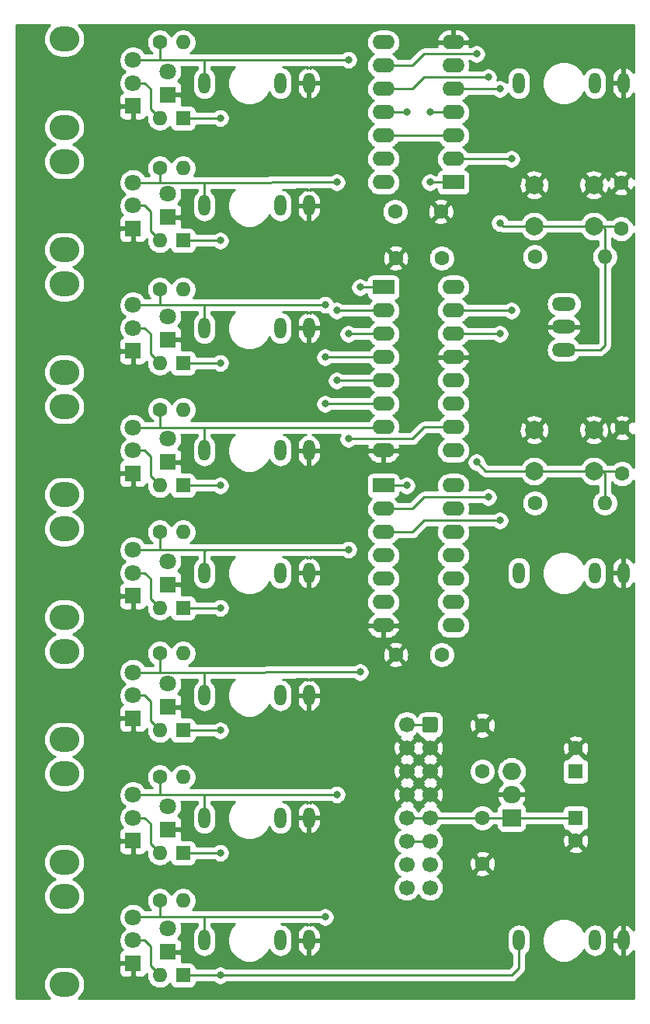
<source format=gbr>
G04 #@! TF.GenerationSoftware,KiCad,Pcbnew,(5.1.9)-1*
G04 #@! TF.CreationDate,2021-04-09T10:44:14+02:00*
G04 #@! TF.ProjectId,Baby 8,42616279-2038-42e6-9b69-6361645f7063,rev?*
G04 #@! TF.SameCoordinates,Original*
G04 #@! TF.FileFunction,Copper,L2,Bot*
G04 #@! TF.FilePolarity,Positive*
%FSLAX46Y46*%
G04 Gerber Fmt 4.6, Leading zero omitted, Abs format (unit mm)*
G04 Created by KiCad (PCBNEW (5.1.9)-1) date 2021-04-09 10:44:14*
%MOMM*%
%LPD*%
G01*
G04 APERTURE LIST*
G04 #@! TA.AperFunction,ComponentPad*
%ADD10O,3.240000X2.720000*%
G04 #@! TD*
G04 #@! TA.AperFunction,ComponentPad*
%ADD11C,1.800000*%
G04 #@! TD*
G04 #@! TA.AperFunction,ComponentPad*
%ADD12R,1.800000X1.800000*%
G04 #@! TD*
G04 #@! TA.AperFunction,ComponentPad*
%ADD13O,1.300000X2.300000*%
G04 #@! TD*
G04 #@! TA.AperFunction,ComponentPad*
%ADD14O,1.600000X1.600000*%
G04 #@! TD*
G04 #@! TA.AperFunction,ComponentPad*
%ADD15R,1.600000X1.600000*%
G04 #@! TD*
G04 #@! TA.AperFunction,ComponentPad*
%ADD16C,1.600000*%
G04 #@! TD*
G04 #@! TA.AperFunction,ComponentPad*
%ADD17C,1.700000*%
G04 #@! TD*
G04 #@! TA.AperFunction,ComponentPad*
%ADD18O,2.400000X1.600000*%
G04 #@! TD*
G04 #@! TA.AperFunction,ComponentPad*
%ADD19R,2.400000X1.600000*%
G04 #@! TD*
G04 #@! TA.AperFunction,ComponentPad*
%ADD20O,2.000000X1.905000*%
G04 #@! TD*
G04 #@! TA.AperFunction,ComponentPad*
%ADD21R,2.000000X1.905000*%
G04 #@! TD*
G04 #@! TA.AperFunction,ComponentPad*
%ADD22C,2.000000*%
G04 #@! TD*
G04 #@! TA.AperFunction,ComponentPad*
%ADD23O,2.600000X1.500000*%
G04 #@! TD*
G04 #@! TA.AperFunction,ViaPad*
%ADD24C,0.800000*%
G04 #@! TD*
G04 #@! TA.AperFunction,Conductor*
%ADD25C,0.250000*%
G04 #@! TD*
G04 #@! TA.AperFunction,Conductor*
%ADD26C,0.254000*%
G04 #@! TD*
G04 #@! TA.AperFunction,Conductor*
%ADD27C,0.100000*%
G04 #@! TD*
G04 APERTURE END LIST*
D10*
G04 #@! TO.P,RV8,*
G04 #@! TO.N,*
X5835000Y-105130000D03*
X5835000Y-95530000D03*
D11*
G04 #@! TO.P,RV8,3*
G04 #@! TO.N,Net-(J12-PadT)*
X13335000Y-97830000D03*
G04 #@! TO.P,RV8,2*
G04 #@! TO.N,Net-(D8-Pad2)*
X13335000Y-100330000D03*
D12*
G04 #@! TO.P,RV8,1*
G04 #@! TO.N,GND*
X13335000Y-102830000D03*
G04 #@! TD*
D10*
G04 #@! TO.P,RV7,*
G04 #@! TO.N,*
X5835000Y-91795000D03*
X5835000Y-82195000D03*
D11*
G04 #@! TO.P,RV7,3*
G04 #@! TO.N,Net-(J11-PadT)*
X13335000Y-84495000D03*
G04 #@! TO.P,RV7,2*
G04 #@! TO.N,Net-(D7-Pad2)*
X13335000Y-86995000D03*
D12*
G04 #@! TO.P,RV7,1*
G04 #@! TO.N,GND*
X13335000Y-89495000D03*
G04 #@! TD*
D10*
G04 #@! TO.P,RV6,*
G04 #@! TO.N,*
X5835000Y-78460000D03*
X5835000Y-68860000D03*
D11*
G04 #@! TO.P,RV6,3*
G04 #@! TO.N,Net-(J10-PadT)*
X13335000Y-71160000D03*
G04 #@! TO.P,RV6,2*
G04 #@! TO.N,Net-(D6-Pad2)*
X13335000Y-73660000D03*
D12*
G04 #@! TO.P,RV6,1*
G04 #@! TO.N,GND*
X13335000Y-76160000D03*
G04 #@! TD*
D10*
G04 #@! TO.P,RV5,*
G04 #@! TO.N,*
X5835000Y-65125000D03*
X5835000Y-55525000D03*
D11*
G04 #@! TO.P,RV5,3*
G04 #@! TO.N,Net-(J9-PadT)*
X13335000Y-57825000D03*
G04 #@! TO.P,RV5,2*
G04 #@! TO.N,Net-(D5-Pad2)*
X13335000Y-60325000D03*
D12*
G04 #@! TO.P,RV5,1*
G04 #@! TO.N,GND*
X13335000Y-62825000D03*
G04 #@! TD*
D10*
G04 #@! TO.P,RV4,*
G04 #@! TO.N,*
X5835000Y-51790000D03*
X5835000Y-42190000D03*
D11*
G04 #@! TO.P,RV4,3*
G04 #@! TO.N,Net-(J8-PadT)*
X13335000Y-44490000D03*
G04 #@! TO.P,RV4,2*
G04 #@! TO.N,Net-(D4-Pad2)*
X13335000Y-46990000D03*
D12*
G04 #@! TO.P,RV4,1*
G04 #@! TO.N,GND*
X13335000Y-49490000D03*
G04 #@! TD*
D10*
G04 #@! TO.P,RV3,*
G04 #@! TO.N,*
X5835000Y-38455000D03*
X5835000Y-28855000D03*
D11*
G04 #@! TO.P,RV3,3*
G04 #@! TO.N,Net-(J7-PadT)*
X13335000Y-31155000D03*
G04 #@! TO.P,RV3,2*
G04 #@! TO.N,Net-(D3-Pad2)*
X13335000Y-33655000D03*
D12*
G04 #@! TO.P,RV3,1*
G04 #@! TO.N,GND*
X13335000Y-36155000D03*
G04 #@! TD*
D10*
G04 #@! TO.P,RV2,*
G04 #@! TO.N,*
X5835000Y-25120000D03*
X5835000Y-15520000D03*
D11*
G04 #@! TO.P,RV2,3*
G04 #@! TO.N,Net-(J6-PadT)*
X13335000Y-17820000D03*
G04 #@! TO.P,RV2,2*
G04 #@! TO.N,Net-(D2-Pad2)*
X13335000Y-20320000D03*
D12*
G04 #@! TO.P,RV2,1*
G04 #@! TO.N,GND*
X13335000Y-22820000D03*
G04 #@! TD*
D10*
G04 #@! TO.P,RV1,*
G04 #@! TO.N,*
X5835000Y-11785000D03*
X5835000Y-2185000D03*
D11*
G04 #@! TO.P,RV1,3*
G04 #@! TO.N,Net-(J5-PadT)*
X13335000Y-4485000D03*
G04 #@! TO.P,RV1,2*
G04 #@! TO.N,Net-(D1-Pad2)*
X13335000Y-6985000D03*
D12*
G04 #@! TO.P,RV1,1*
G04 #@! TO.N,GND*
X13335000Y-9485000D03*
G04 #@! TD*
D13*
G04 #@! TO.P,J5,T*
G04 #@! TO.N,Net-(J5-PadT)*
X21115000Y-6985000D03*
G04 #@! TO.P,J5,TN*
G04 #@! TO.N,N/C*
X29415000Y-6985000D03*
G04 #@! TO.P,J5,S*
G04 #@! TO.N,GND*
X32515000Y-6985000D03*
G04 #@! TD*
G04 #@! TO.P,J12,T*
G04 #@! TO.N,Net-(J12-PadT)*
X21115000Y-100330000D03*
G04 #@! TO.P,J12,TN*
G04 #@! TO.N,N/C*
X29415000Y-100330000D03*
G04 #@! TO.P,J12,S*
G04 #@! TO.N,GND*
X32515000Y-100330000D03*
G04 #@! TD*
G04 #@! TO.P,J11,T*
G04 #@! TO.N,Net-(J11-PadT)*
X21115000Y-86995000D03*
G04 #@! TO.P,J11,TN*
G04 #@! TO.N,N/C*
X29415000Y-86995000D03*
G04 #@! TO.P,J11,S*
G04 #@! TO.N,GND*
X32515000Y-86995000D03*
G04 #@! TD*
G04 #@! TO.P,J10,T*
G04 #@! TO.N,Net-(J10-PadT)*
X21115000Y-73660000D03*
G04 #@! TO.P,J10,TN*
G04 #@! TO.N,N/C*
X29415000Y-73660000D03*
G04 #@! TO.P,J10,S*
G04 #@! TO.N,GND*
X32515000Y-73660000D03*
G04 #@! TD*
G04 #@! TO.P,J9,T*
G04 #@! TO.N,Net-(J9-PadT)*
X21115000Y-60325000D03*
G04 #@! TO.P,J9,TN*
G04 #@! TO.N,N/C*
X29415000Y-60325000D03*
G04 #@! TO.P,J9,S*
G04 #@! TO.N,GND*
X32515000Y-60325000D03*
G04 #@! TD*
G04 #@! TO.P,J8,T*
G04 #@! TO.N,Net-(J8-PadT)*
X21115000Y-46990000D03*
G04 #@! TO.P,J8,TN*
G04 #@! TO.N,N/C*
X29415000Y-46990000D03*
G04 #@! TO.P,J8,S*
G04 #@! TO.N,GND*
X32515000Y-46990000D03*
G04 #@! TD*
G04 #@! TO.P,J7,T*
G04 #@! TO.N,Net-(J7-PadT)*
X21115000Y-33655000D03*
G04 #@! TO.P,J7,TN*
G04 #@! TO.N,N/C*
X29415000Y-33655000D03*
G04 #@! TO.P,J7,S*
G04 #@! TO.N,GND*
X32515000Y-33655000D03*
G04 #@! TD*
G04 #@! TO.P,J6,T*
G04 #@! TO.N,Net-(J6-PadT)*
X21115000Y-20320000D03*
G04 #@! TO.P,J6,TN*
G04 #@! TO.N,N/C*
X29415000Y-20320000D03*
G04 #@! TO.P,J6,S*
G04 #@! TO.N,GND*
X32515000Y-20320000D03*
G04 #@! TD*
G04 #@! TO.P,J4,T*
G04 #@! TO.N,RESET*
X55405000Y-60325000D03*
G04 #@! TO.P,J4,TN*
G04 #@! TO.N,N/C*
X63705000Y-60325000D03*
G04 #@! TO.P,J4,S*
G04 #@! TO.N,GND*
X66805000Y-60325000D03*
G04 #@! TD*
G04 #@! TO.P,J3,T*
G04 #@! TO.N,CLOCK*
X55405000Y-6985000D03*
G04 #@! TO.P,J3,TN*
G04 #@! TO.N,N/C*
X63705000Y-6985000D03*
G04 #@! TO.P,J3,S*
G04 #@! TO.N,GND*
X66805000Y-6985000D03*
G04 #@! TD*
G04 #@! TO.P,J2,T*
G04 #@! TO.N,CV*
X55405000Y-100330000D03*
G04 #@! TO.P,J2,TN*
G04 #@! TO.N,N/C*
X63705000Y-100330000D03*
G04 #@! TO.P,J2,S*
G04 #@! TO.N,GND*
X66805000Y-100330000D03*
G04 #@! TD*
D14*
G04 #@! TO.P,D8,2*
G04 #@! TO.N,Net-(D8-Pad2)*
X16256000Y-104140000D03*
D15*
G04 #@! TO.P,D8,1*
G04 #@! TO.N,CV*
X18796000Y-104140000D03*
G04 #@! TD*
D14*
G04 #@! TO.P,D7,2*
G04 #@! TO.N,Net-(D7-Pad2)*
X16256000Y-90805000D03*
D15*
G04 #@! TO.P,D7,1*
G04 #@! TO.N,CV*
X18796000Y-90805000D03*
G04 #@! TD*
D14*
G04 #@! TO.P,D6,2*
G04 #@! TO.N,Net-(D6-Pad2)*
X16256000Y-77470000D03*
D15*
G04 #@! TO.P,D6,1*
G04 #@! TO.N,CV*
X18796000Y-77470000D03*
G04 #@! TD*
D14*
G04 #@! TO.P,D5,2*
G04 #@! TO.N,Net-(D5-Pad2)*
X16256000Y-64135000D03*
D15*
G04 #@! TO.P,D5,1*
G04 #@! TO.N,CV*
X18796000Y-64135000D03*
G04 #@! TD*
D14*
G04 #@! TO.P,D4,2*
G04 #@! TO.N,Net-(D4-Pad2)*
X16256000Y-50800000D03*
D15*
G04 #@! TO.P,D4,1*
G04 #@! TO.N,CV*
X18796000Y-50800000D03*
G04 #@! TD*
D14*
G04 #@! TO.P,D3,2*
G04 #@! TO.N,Net-(D3-Pad2)*
X16256000Y-37465000D03*
D15*
G04 #@! TO.P,D3,1*
G04 #@! TO.N,CV*
X18796000Y-37465000D03*
G04 #@! TD*
D14*
G04 #@! TO.P,D2,2*
G04 #@! TO.N,Net-(D2-Pad2)*
X16256000Y-24130000D03*
D15*
G04 #@! TO.P,D2,1*
G04 #@! TO.N,CV*
X18796000Y-24130000D03*
G04 #@! TD*
D14*
G04 #@! TO.P,D1,2*
G04 #@! TO.N,Net-(D1-Pad2)*
X16256000Y-10795000D03*
D15*
G04 #@! TO.P,D1,1*
G04 #@! TO.N,CV*
X18796000Y-10795000D03*
G04 #@! TD*
D14*
G04 #@! TO.P,R10,2*
G04 #@! TO.N,Net-(D16-Pad2)*
X18796000Y-96012000D03*
D16*
G04 #@! TO.P,R10,1*
G04 #@! TO.N,Net-(J12-PadT)*
X16256000Y-96012000D03*
G04 #@! TD*
D14*
G04 #@! TO.P,R9,2*
G04 #@! TO.N,Net-(D15-Pad2)*
X18796000Y-82550000D03*
D16*
G04 #@! TO.P,R9,1*
G04 #@! TO.N,Net-(J11-PadT)*
X16256000Y-82550000D03*
G04 #@! TD*
D14*
G04 #@! TO.P,R8,2*
G04 #@! TO.N,Net-(D14-Pad2)*
X18796000Y-69088000D03*
D16*
G04 #@! TO.P,R8,1*
G04 #@! TO.N,Net-(J10-PadT)*
X16256000Y-69088000D03*
G04 #@! TD*
D14*
G04 #@! TO.P,R7,2*
G04 #@! TO.N,Net-(D13-Pad2)*
X18796000Y-55880000D03*
D16*
G04 #@! TO.P,R7,1*
G04 #@! TO.N,Net-(J9-PadT)*
X16256000Y-55880000D03*
G04 #@! TD*
D14*
G04 #@! TO.P,R6,2*
G04 #@! TO.N,Net-(D12-Pad2)*
X18840000Y-42545000D03*
D16*
G04 #@! TO.P,R6,1*
G04 #@! TO.N,Net-(J8-PadT)*
X16300000Y-42545000D03*
G04 #@! TD*
D14*
G04 #@! TO.P,R5,2*
G04 #@! TO.N,Net-(D11-Pad2)*
X18796000Y-29464000D03*
D16*
G04 #@! TO.P,R5,1*
G04 #@! TO.N,Net-(J7-PadT)*
X16256000Y-29464000D03*
G04 #@! TD*
D14*
G04 #@! TO.P,R4,2*
G04 #@! TO.N,Net-(D10-Pad2)*
X18796000Y-16256000D03*
D16*
G04 #@! TO.P,R4,1*
G04 #@! TO.N,Net-(J6-PadT)*
X16256000Y-16256000D03*
G04 #@! TD*
D14*
G04 #@! TO.P,R3,2*
G04 #@! TO.N,Net-(D9-Pad2)*
X18796000Y-2540000D03*
D16*
G04 #@! TO.P,R3,1*
G04 #@! TO.N,Net-(J5-PadT)*
X16256000Y-2540000D03*
G04 #@! TD*
D17*
G04 #@! TO.P,J1,16*
G04 #@! TO.N,N/C*
X43180000Y-94615000D03*
G04 #@! TO.P,J1,14*
X43180000Y-92075000D03*
G04 #@! TO.P,J1,12*
G04 #@! TO.N,+5V*
X43180000Y-89535000D03*
G04 #@! TO.P,J1,10*
G04 #@! TO.N,+12V*
X43180000Y-86995000D03*
G04 #@! TO.P,J1,8*
G04 #@! TO.N,GND*
X43180000Y-84455000D03*
G04 #@! TO.P,J1,6*
X43180000Y-81915000D03*
G04 #@! TO.P,J1,4*
X43180000Y-79375000D03*
G04 #@! TO.P,J1,2*
G04 #@! TO.N,-12V*
X43180000Y-76835000D03*
G04 #@! TO.P,J1,15*
G04 #@! TO.N,N/C*
X45720000Y-94615000D03*
G04 #@! TO.P,J1,13*
X45720000Y-92075000D03*
G04 #@! TO.P,J1,11*
G04 #@! TO.N,+5V*
X45720000Y-89535000D03*
G04 #@! TO.P,J1,9*
G04 #@! TO.N,+12V*
X45720000Y-86995000D03*
G04 #@! TO.P,J1,7*
G04 #@! TO.N,GND*
X45720000Y-84455000D03*
G04 #@! TO.P,J1,5*
X45720000Y-81915000D03*
G04 #@! TO.P,J1,3*
X45720000Y-79375000D03*
G04 #@! TO.P,J1,1*
G04 #@! TO.N,-12V*
G04 #@! TA.AperFunction,ComponentPad*
G36*
G01*
X46570000Y-76235000D02*
X46570000Y-77435000D01*
G75*
G02*
X46320000Y-77685000I-250000J0D01*
G01*
X45120000Y-77685000D01*
G75*
G02*
X44870000Y-77435000I0J250000D01*
G01*
X44870000Y-76235000D01*
G75*
G02*
X45120000Y-75985000I250000J0D01*
G01*
X46320000Y-75985000D01*
G75*
G02*
X46570000Y-76235000I0J-250000D01*
G01*
G37*
G04 #@! TD.AperFunction*
G04 #@! TD*
D16*
G04 #@! TO.P,C9,2*
G04 #@! TO.N,GND*
X61595000Y-79415000D03*
D15*
G04 #@! TO.P,C9,1*
G04 #@! TO.N,+9V*
X61595000Y-81915000D03*
G04 #@! TD*
D16*
G04 #@! TO.P,C8,2*
G04 #@! TO.N,GND*
X61595000Y-89495000D03*
D15*
G04 #@! TO.P,C8,1*
G04 #@! TO.N,+12V*
X61595000Y-86995000D03*
G04 #@! TD*
D18*
G04 #@! TO.P,U3,16*
G04 #@! TO.N,+9V*
X48260000Y-29210000D03*
G04 #@! TO.P,U3,8*
G04 #@! TO.N,GND*
X40640000Y-46990000D03*
G04 #@! TO.P,U3,15*
G04 #@! TO.N,RESET*
X48260000Y-31750000D03*
G04 #@! TO.P,U3,7*
G04 #@! TO.N,Net-(J8-PadT)*
X40640000Y-44450000D03*
G04 #@! TO.P,U3,14*
G04 #@! TO.N,Net-(U2-Pad3)*
X48260000Y-34290000D03*
G04 #@! TO.P,U3,6*
G04 #@! TO.N,Net-(J12-PadT)*
X40640000Y-41910000D03*
G04 #@! TO.P,U3,13*
G04 #@! TO.N,GND*
X48260000Y-36830000D03*
G04 #@! TO.P,U3,5*
G04 #@! TO.N,Net-(J11-PadT)*
X40640000Y-39370000D03*
G04 #@! TO.P,U3,12*
G04 #@! TO.N,N/C*
X48260000Y-39370000D03*
G04 #@! TO.P,U3,4*
G04 #@! TO.N,Net-(J7-PadT)*
X40640000Y-36830000D03*
G04 #@! TO.P,U3,11*
G04 #@! TO.N,N/C*
X48260000Y-41910000D03*
G04 #@! TO.P,U3,3*
G04 #@! TO.N,Net-(J5-PadT)*
X40640000Y-34290000D03*
G04 #@! TO.P,U3,10*
G04 #@! TO.N,Net-(J9-PadT)*
X48260000Y-44450000D03*
G04 #@! TO.P,U3,2*
G04 #@! TO.N,Net-(J6-PadT)*
X40640000Y-31750000D03*
G04 #@! TO.P,U3,9*
G04 #@! TO.N,N/C*
X48260000Y-46990000D03*
D19*
G04 #@! TO.P,U3,1*
G04 #@! TO.N,Net-(J10-PadT)*
X40640000Y-29210000D03*
G04 #@! TD*
D16*
G04 #@! TO.P,C7,2*
G04 #@! TO.N,GND*
X41990000Y-26035000D03*
G04 #@! TO.P,C7,1*
G04 #@! TO.N,+9V*
X46990000Y-26035000D03*
G04 #@! TD*
G04 #@! TO.P,C6,2*
G04 #@! TO.N,GND*
X41990000Y-69215000D03*
G04 #@! TO.P,C6,1*
G04 #@! TO.N,+9V*
X46990000Y-69215000D03*
G04 #@! TD*
G04 #@! TO.P,C5,2*
G04 #@! TO.N,GND*
X46910000Y-20955000D03*
G04 #@! TO.P,C5,1*
G04 #@! TO.N,+9V*
X41910000Y-20955000D03*
G04 #@! TD*
D20*
G04 #@! TO.P,U4,3*
G04 #@! TO.N,+9V*
X54610000Y-81915000D03*
G04 #@! TO.P,U4,2*
G04 #@! TO.N,GND*
X54610000Y-84455000D03*
D21*
G04 #@! TO.P,U4,1*
G04 #@! TO.N,+12V*
X54610000Y-86995000D03*
G04 #@! TD*
D16*
G04 #@! TO.P,C4,2*
G04 #@! TO.N,GND*
X51435000Y-76915000D03*
G04 #@! TO.P,C4,1*
G04 #@! TO.N,+9V*
X51435000Y-81915000D03*
G04 #@! TD*
G04 #@! TO.P,C3,2*
G04 #@! TO.N,GND*
X51435000Y-91995000D03*
G04 #@! TO.P,C3,1*
G04 #@! TO.N,+12V*
X51435000Y-86995000D03*
G04 #@! TD*
D11*
G04 #@! TO.P,D16,2*
G04 #@! TO.N,Net-(D16-Pad2)*
X17145000Y-99060000D03*
D12*
G04 #@! TO.P,D16,1*
G04 #@! TO.N,GND*
X17145000Y-101600000D03*
G04 #@! TD*
D11*
G04 #@! TO.P,D15,2*
G04 #@! TO.N,Net-(D15-Pad2)*
X17145000Y-85725000D03*
D12*
G04 #@! TO.P,D15,1*
G04 #@! TO.N,GND*
X17145000Y-88265000D03*
G04 #@! TD*
D11*
G04 #@! TO.P,D14,2*
G04 #@! TO.N,Net-(D14-Pad2)*
X17145000Y-72390000D03*
D12*
G04 #@! TO.P,D14,1*
G04 #@! TO.N,GND*
X17145000Y-74930000D03*
G04 #@! TD*
D11*
G04 #@! TO.P,D13,2*
G04 #@! TO.N,Net-(D13-Pad2)*
X17145000Y-59055000D03*
D12*
G04 #@! TO.P,D13,1*
G04 #@! TO.N,GND*
X17145000Y-61595000D03*
G04 #@! TD*
D11*
G04 #@! TO.P,D12,2*
G04 #@! TO.N,Net-(D12-Pad2)*
X17145000Y-45720000D03*
D12*
G04 #@! TO.P,D12,1*
G04 #@! TO.N,GND*
X17145000Y-48260000D03*
G04 #@! TD*
D11*
G04 #@! TO.P,D11,2*
G04 #@! TO.N,Net-(D11-Pad2)*
X17145000Y-32385000D03*
D12*
G04 #@! TO.P,D11,1*
G04 #@! TO.N,GND*
X17145000Y-34925000D03*
G04 #@! TD*
D11*
G04 #@! TO.P,D10,2*
G04 #@! TO.N,Net-(D10-Pad2)*
X17145000Y-19050000D03*
D12*
G04 #@! TO.P,D10,1*
G04 #@! TO.N,GND*
X17145000Y-21590000D03*
G04 #@! TD*
D11*
G04 #@! TO.P,D9,2*
G04 #@! TO.N,Net-(D9-Pad2)*
X17145000Y-5715000D03*
D12*
G04 #@! TO.P,D9,1*
G04 #@! TO.N,GND*
X17145000Y-8255000D03*
G04 #@! TD*
D18*
G04 #@! TO.P,U2,14*
G04 #@! TO.N,+9V*
X48260000Y-50800000D03*
G04 #@! TO.P,U2,7*
G04 #@! TO.N,GND*
X40640000Y-66040000D03*
G04 #@! TO.P,U2,13*
G04 #@! TO.N,N/C*
X48260000Y-53340000D03*
G04 #@! TO.P,U2,6*
X40640000Y-63500000D03*
G04 #@! TO.P,U2,12*
X48260000Y-55880000D03*
G04 #@! TO.P,U2,5*
X40640000Y-60960000D03*
G04 #@! TO.P,U2,11*
X48260000Y-58420000D03*
G04 #@! TO.P,U2,4*
X40640000Y-58420000D03*
G04 #@! TO.P,U2,10*
X48260000Y-60960000D03*
G04 #@! TO.P,U2,3*
G04 #@! TO.N,Net-(U2-Pad3)*
X40640000Y-55880000D03*
G04 #@! TO.P,U2,9*
G04 #@! TO.N,N/C*
X48260000Y-63500000D03*
G04 #@! TO.P,U2,2*
G04 #@! TO.N,STEP*
X40640000Y-53340000D03*
G04 #@! TO.P,U2,8*
G04 #@! TO.N,N/C*
X48260000Y-66040000D03*
D19*
G04 #@! TO.P,U2,1*
G04 #@! TO.N,Net-(U1-Pad11)*
X40640000Y-50800000D03*
G04 #@! TD*
D18*
G04 #@! TO.P,U1,14*
G04 #@! TO.N,+9V*
X40640000Y-17780000D03*
G04 #@! TO.P,U1,7*
G04 #@! TO.N,GND*
X48260000Y-2540000D03*
G04 #@! TO.P,U1,13*
G04 #@! TO.N,Net-(U1-Pad12)*
X40640000Y-15240000D03*
G04 #@! TO.P,U1,6*
G04 #@! TO.N,Net-(C1-Pad1)*
X48260000Y-5080000D03*
G04 #@! TO.P,U1,12*
G04 #@! TO.N,Net-(U1-Pad12)*
X40640000Y-12700000D03*
G04 #@! TO.P,U1,5*
G04 #@! TO.N,Net-(C1-Pad1)*
X48260000Y-7620000D03*
G04 #@! TO.P,U1,11*
G04 #@! TO.N,Net-(U1-Pad11)*
X40640000Y-10160000D03*
G04 #@! TO.P,U1,4*
G04 #@! TO.N,HOLD*
X48260000Y-10160000D03*
G04 #@! TO.P,U1,10*
G04 #@! TO.N,STEP*
X40640000Y-7620000D03*
G04 #@! TO.P,U1,3*
G04 #@! TO.N,Net-(U1-Pad12)*
X48260000Y-12700000D03*
G04 #@! TO.P,U1,9*
G04 #@! TO.N,Net-(C2-Pad1)*
X40640000Y-5080000D03*
G04 #@! TO.P,U1,2*
G04 #@! TO.N,CLOCK*
X48260000Y-15240000D03*
G04 #@! TO.P,U1,8*
G04 #@! TO.N,Net-(C2-Pad1)*
X40640000Y-2540000D03*
D19*
G04 #@! TO.P,U1,1*
G04 #@! TO.N,HOLD*
X48260000Y-17780000D03*
G04 #@! TD*
D22*
G04 #@! TO.P,SW3,1*
G04 #@! TO.N,GND*
X63575000Y-44740000D03*
G04 #@! TO.P,SW3,2*
G04 #@! TO.N,Net-(C2-Pad1)*
X63575000Y-49240000D03*
G04 #@! TO.P,SW3,1*
G04 #@! TO.N,GND*
X57075000Y-44740000D03*
G04 #@! TO.P,SW3,2*
G04 #@! TO.N,Net-(C2-Pad1)*
X57075000Y-49240000D03*
G04 #@! TD*
G04 #@! TO.P,SW2,1*
G04 #@! TO.N,GND*
X63575000Y-18070000D03*
G04 #@! TO.P,SW2,2*
G04 #@! TO.N,Net-(C1-Pad1)*
X63575000Y-22570000D03*
G04 #@! TO.P,SW2,1*
G04 #@! TO.N,GND*
X57075000Y-18070000D03*
G04 #@! TO.P,SW2,2*
G04 #@! TO.N,Net-(C1-Pad1)*
X57075000Y-22570000D03*
G04 #@! TD*
D23*
G04 #@! TO.P,SW1,3*
G04 #@! TO.N,N/C*
X60325000Y-31028000D03*
G04 #@! TO.P,SW1,2*
G04 #@! TO.N,Net-(C1-Pad1)*
X60325000Y-36028000D03*
G04 #@! TO.P,SW1,1*
G04 #@! TO.N,GND*
X60325000Y-33528000D03*
G04 #@! TD*
D14*
G04 #@! TO.P,R2,2*
G04 #@! TO.N,Net-(C2-Pad1)*
X64770000Y-52705000D03*
D16*
G04 #@! TO.P,R2,1*
G04 #@! TO.N,+9V*
X57150000Y-52705000D03*
G04 #@! TD*
D14*
G04 #@! TO.P,R1,2*
G04 #@! TO.N,Net-(C1-Pad1)*
X64770000Y-25908000D03*
D16*
G04 #@! TO.P,R1,1*
G04 #@! TO.N,+9V*
X57150000Y-25908000D03*
G04 #@! TD*
G04 #@! TO.P,C2,2*
G04 #@! TO.N,GND*
X66675000Y-44530000D03*
G04 #@! TO.P,C2,1*
G04 #@! TO.N,Net-(C2-Pad1)*
X66675000Y-49530000D03*
G04 #@! TD*
G04 #@! TO.P,C1,2*
G04 #@! TO.N,GND*
X66548000Y-17860000D03*
G04 #@! TO.P,C1,1*
G04 #@! TO.N,Net-(C1-Pad1)*
X66548000Y-22860000D03*
G04 #@! TD*
D24*
G04 #@! TO.N,Net-(C1-Pad1)*
X53340000Y-7620000D03*
X53340000Y-22225000D03*
G04 #@! TO.N,Net-(C2-Pad1)*
X50800000Y-3810000D03*
X50800000Y-48260000D03*
G04 #@! TO.N,Net-(U1-Pad11)*
X43180000Y-50800000D03*
X43180000Y-10160000D03*
G04 #@! TO.N,HOLD*
X45720000Y-10160000D03*
X45720000Y-17780000D03*
G04 #@! TO.N,STEP*
X52070000Y-6350000D03*
X52070000Y-52070000D03*
G04 #@! TO.N,CLOCK*
X54610000Y-15240000D03*
G04 #@! TO.N,Net-(U2-Pad3)*
X53340000Y-54610000D03*
X53340000Y-34290000D03*
G04 #@! TO.N,RESET*
X54610000Y-31750000D03*
G04 #@! TO.N,Net-(J5-PadT)*
X36830000Y-4445000D03*
X36830000Y-34290000D03*
G04 #@! TO.N,Net-(J6-PadT)*
X35560000Y-17780000D03*
X35560000Y-31750000D03*
G04 #@! TO.N,Net-(J7-PadT)*
X34290000Y-31115000D03*
X34290000Y-36830000D03*
G04 #@! TO.N,Net-(J9-PadT)*
X36830000Y-57785000D03*
X36830000Y-45720000D03*
G04 #@! TO.N,Net-(J10-PadT)*
X38100000Y-71120000D03*
X38100000Y-29210000D03*
G04 #@! TO.N,Net-(J11-PadT)*
X35560000Y-84455000D03*
X35560000Y-39370000D03*
G04 #@! TO.N,Net-(J12-PadT)*
X34290000Y-97790000D03*
X34290000Y-41910000D03*
G04 #@! TO.N,CV*
X22860000Y-104140000D03*
X22860000Y-90805000D03*
X22860000Y-37465000D03*
X22860000Y-50800000D03*
X22860000Y-64135000D03*
X22860000Y-77470000D03*
X22860000Y-10795000D03*
X22860000Y-24130000D03*
G04 #@! TD*
D25*
G04 #@! TO.N,Net-(C1-Pad1)*
X48260000Y-7620000D02*
X50800000Y-7620000D01*
X50800000Y-7620000D02*
X53340000Y-7620000D01*
X53340000Y-7620000D02*
X53340000Y-7620000D01*
X53685000Y-22570000D02*
X53340000Y-22225000D01*
X57075000Y-22570000D02*
X53685000Y-22570000D01*
X57075000Y-22570000D02*
X63575000Y-22570000D01*
X66258000Y-22570000D02*
X66548000Y-22860000D01*
X64770000Y-22860000D02*
X64480000Y-22570000D01*
X64770000Y-25908000D02*
X64770000Y-22860000D01*
X64480000Y-22570000D02*
X66258000Y-22570000D01*
X63575000Y-22570000D02*
X64480000Y-22570000D01*
X60325000Y-36028000D02*
X64302000Y-36028000D01*
X64770000Y-35560000D02*
X64770000Y-25908000D01*
X64302000Y-36028000D02*
X64770000Y-35560000D01*
G04 #@! TO.N,Net-(C2-Pad1)*
X40640000Y-5080000D02*
X43815000Y-5080000D01*
X43815000Y-5080000D02*
X45085000Y-3810000D01*
X45085000Y-3810000D02*
X50800000Y-3810000D01*
X50800000Y-3810000D02*
X50800000Y-3810000D01*
X51780000Y-49240000D02*
X50800000Y-48260000D01*
X57075000Y-49240000D02*
X51780000Y-49240000D01*
X57075000Y-49240000D02*
X63575000Y-49240000D01*
X66385000Y-49240000D02*
X66675000Y-49530000D01*
X64770000Y-52705000D02*
X64770000Y-49530000D01*
X64770000Y-49530000D02*
X64480000Y-49240000D01*
X64480000Y-49240000D02*
X66385000Y-49240000D01*
X63575000Y-49240000D02*
X64480000Y-49240000D01*
G04 #@! TO.N,Net-(U1-Pad12)*
X40640000Y-12700000D02*
X48260000Y-12700000D01*
G04 #@! TO.N,Net-(U1-Pad11)*
X40640000Y-50800000D02*
X43180000Y-50800000D01*
X43180000Y-50800000D02*
X43180000Y-50800000D01*
X43180000Y-10160000D02*
X40640000Y-10160000D01*
G04 #@! TO.N,HOLD*
X48260000Y-10160000D02*
X45720000Y-10160000D01*
X45720000Y-10160000D02*
X45720000Y-10160000D01*
X48260000Y-17780000D02*
X45720000Y-17780000D01*
X45720000Y-17780000D02*
X45720000Y-17780000D01*
G04 #@! TO.N,STEP*
X40640000Y-7620000D02*
X43815000Y-7620000D01*
X43815000Y-7620000D02*
X45085000Y-6350000D01*
X45085000Y-6350000D02*
X50800000Y-6350000D01*
X50800000Y-6350000D02*
X52070000Y-6350000D01*
X52070000Y-6350000D02*
X52070000Y-6350000D01*
X52070000Y-52070000D02*
X45085000Y-52070000D01*
X43815000Y-53340000D02*
X40640000Y-53340000D01*
X45085000Y-52070000D02*
X43815000Y-53340000D01*
G04 #@! TO.N,CLOCK*
X48260000Y-15240000D02*
X50800000Y-15240000D01*
X50800000Y-15240000D02*
X54610000Y-15240000D01*
X54610000Y-15240000D02*
X54610000Y-15240000D01*
G04 #@! TO.N,Net-(U2-Pad3)*
X40640000Y-55880000D02*
X43815000Y-55880000D01*
X43815000Y-55880000D02*
X45085000Y-54610000D01*
X45085000Y-54610000D02*
X53340000Y-54610000D01*
X53340000Y-54610000D02*
X53340000Y-54610000D01*
X53340000Y-34290000D02*
X48260000Y-34290000D01*
G04 #@! TO.N,-12V*
X43180000Y-76835000D02*
X45720000Y-76835000D01*
G04 #@! TO.N,+12V*
X43180000Y-86995000D02*
X45720000Y-86995000D01*
X45720000Y-86995000D02*
X51435000Y-86995000D01*
X51435000Y-86995000D02*
X54610000Y-86995000D01*
X54610000Y-86995000D02*
X61595000Y-86995000D01*
G04 #@! TO.N,+5V*
X43180000Y-89535000D02*
X45720000Y-89535000D01*
G04 #@! TO.N,Net-(D1-Pad2)*
X16256000Y-10795000D02*
X15240000Y-9779000D01*
X15240000Y-9779000D02*
X15240000Y-7620000D01*
X15240000Y-7620000D02*
X14605000Y-6985000D01*
X14605000Y-6985000D02*
X13335000Y-6985000D01*
G04 #@! TO.N,Net-(D2-Pad2)*
X16256000Y-24130000D02*
X15240000Y-23114000D01*
X15240000Y-23114000D02*
X15240000Y-20955000D01*
X14605000Y-20320000D02*
X13335000Y-20320000D01*
X15240000Y-20955000D02*
X14605000Y-20320000D01*
G04 #@! TO.N,Net-(D3-Pad2)*
X16256000Y-37465000D02*
X15240000Y-36449000D01*
X15240000Y-36449000D02*
X15240000Y-34290000D01*
X15240000Y-34290000D02*
X14605000Y-33655000D01*
X14605000Y-33655000D02*
X13335000Y-33655000D01*
G04 #@! TO.N,Net-(D4-Pad2)*
X16256000Y-50800000D02*
X15240000Y-49784000D01*
X15240000Y-49784000D02*
X15240000Y-47625000D01*
X15240000Y-47625000D02*
X14605000Y-46990000D01*
X14605000Y-46990000D02*
X13335000Y-46990000D01*
G04 #@! TO.N,Net-(D5-Pad2)*
X16256000Y-64135000D02*
X15240000Y-63119000D01*
X15240000Y-63119000D02*
X15240000Y-60960000D01*
X15240000Y-60960000D02*
X14605000Y-60325000D01*
X14605000Y-60325000D02*
X13335000Y-60325000D01*
G04 #@! TO.N,Net-(D6-Pad2)*
X16256000Y-77470000D02*
X15240000Y-76454000D01*
X15240000Y-76454000D02*
X15240000Y-74295000D01*
X15240000Y-74295000D02*
X14605000Y-73660000D01*
X14605000Y-73660000D02*
X13335000Y-73660000D01*
G04 #@! TO.N,Net-(D7-Pad2)*
X16256000Y-90805000D02*
X15240000Y-89789000D01*
X15240000Y-89789000D02*
X15240000Y-87630000D01*
X15240000Y-87630000D02*
X14605000Y-86995000D01*
X14605000Y-86995000D02*
X13335000Y-86995000D01*
G04 #@! TO.N,Net-(D8-Pad2)*
X16256000Y-104140000D02*
X15240000Y-103124000D01*
X15240000Y-103124000D02*
X15240000Y-100965000D01*
X14565000Y-100290000D02*
X13335000Y-100290000D01*
X15240000Y-100965000D02*
X14565000Y-100290000D01*
G04 #@! TO.N,RESET*
X48260000Y-31750000D02*
X54610000Y-31750000D01*
X54610000Y-31750000D02*
X54610000Y-31750000D01*
G04 #@! TO.N,Net-(J5-PadT)*
X16256000Y-4398000D02*
X16169000Y-4485000D01*
X16256000Y-2540000D02*
X16256000Y-4398000D01*
X16169000Y-4485000D02*
X13335000Y-4485000D01*
X20320000Y-4485000D02*
X16169000Y-4485000D01*
X21115000Y-4539000D02*
X21169000Y-4485000D01*
X21115000Y-6985000D02*
X21115000Y-4539000D01*
X20320000Y-4485000D02*
X21169000Y-4485000D01*
X21169000Y-4485000D02*
X36830000Y-4445000D01*
X36830000Y-4445000D02*
X36830000Y-4445000D01*
X36830000Y-34290000D02*
X40640000Y-34290000D01*
G04 #@! TO.N,Net-(J6-PadT)*
X16256000Y-17780000D02*
X16216000Y-17820000D01*
X16256000Y-16256000D02*
X16256000Y-17780000D01*
X13335000Y-17820000D02*
X16216000Y-17820000D01*
X16216000Y-17820000D02*
X20106000Y-17820000D01*
X20106000Y-17820000D02*
X20280000Y-17820000D01*
X21115000Y-17874000D02*
X21169000Y-17820000D01*
X21115000Y-20320000D02*
X21115000Y-17874000D01*
X20106000Y-17820000D02*
X21169000Y-17820000D01*
X21169000Y-17820000D02*
X35560000Y-17780000D01*
X35560000Y-17780000D02*
X35560000Y-17780000D01*
X35560000Y-31750000D02*
X40640000Y-31750000D01*
G04 #@! TO.N,Net-(J7-PadT)*
X13335000Y-31155000D02*
X16089000Y-31155000D01*
X16256000Y-31115000D02*
X16296000Y-31155000D01*
X16256000Y-29464000D02*
X16256000Y-31115000D01*
X16296000Y-31155000D02*
X20320000Y-31155000D01*
X16089000Y-31155000D02*
X16296000Y-31155000D01*
X21115000Y-31162000D02*
X21122000Y-31155000D01*
X21115000Y-33655000D02*
X21115000Y-31162000D01*
X20320000Y-31155000D02*
X21122000Y-31155000D01*
X21122000Y-31155000D02*
X34290000Y-31115000D01*
X34290000Y-31115000D02*
X34290000Y-31115000D01*
X34290000Y-36830000D02*
X40640000Y-36830000D01*
G04 #@! TO.N,Net-(J8-PadT)*
X16300000Y-44486000D02*
X16296000Y-44490000D01*
X16300000Y-42545000D02*
X16300000Y-44486000D01*
X16296000Y-44490000D02*
X20320000Y-44490000D01*
X13335000Y-44490000D02*
X16296000Y-44490000D01*
X21115000Y-44544000D02*
X21169000Y-44490000D01*
X21115000Y-46990000D02*
X21115000Y-44544000D01*
X20320000Y-44490000D02*
X21169000Y-44490000D01*
X40600000Y-44490000D02*
X40640000Y-44450000D01*
X21169000Y-44490000D02*
X40600000Y-44490000D01*
G04 #@! TO.N,Net-(J9-PadT)*
X16256000Y-57785000D02*
X16216000Y-57825000D01*
X16256000Y-55880000D02*
X16256000Y-57785000D01*
X16216000Y-57825000D02*
X20320000Y-57825000D01*
X13335000Y-57825000D02*
X16216000Y-57825000D01*
X21115000Y-58006000D02*
X21296000Y-57825000D01*
X21115000Y-60325000D02*
X21115000Y-58006000D01*
X20320000Y-57825000D02*
X21296000Y-57825000D01*
X21296000Y-57825000D02*
X36830000Y-57785000D01*
X36830000Y-57785000D02*
X36830000Y-57785000D01*
X36830000Y-45720000D02*
X43815000Y-45720000D01*
X45085000Y-44450000D02*
X48260000Y-44450000D01*
X43815000Y-45720000D02*
X45085000Y-44450000D01*
G04 #@! TO.N,Net-(J10-PadT)*
X16256000Y-71073000D02*
X16343000Y-71160000D01*
X16343000Y-71160000D02*
X20280000Y-71160000D01*
X16256000Y-69088000D02*
X16256000Y-71073000D01*
X13335000Y-71160000D02*
X16343000Y-71160000D01*
X21115000Y-71167000D02*
X21122000Y-71160000D01*
X21115000Y-73660000D02*
X21115000Y-71167000D01*
X20280000Y-71160000D02*
X21122000Y-71160000D01*
X34290000Y-71120000D02*
X38100000Y-71120000D01*
X21122000Y-71160000D02*
X34290000Y-71120000D01*
X38100000Y-71120000D02*
X38100000Y-71120000D01*
X38100000Y-29210000D02*
X40640000Y-29210000D01*
G04 #@! TO.N,Net-(J11-PadT)*
X16256000Y-84455000D02*
X16216000Y-84495000D01*
X16256000Y-82550000D02*
X16256000Y-84455000D01*
X16216000Y-84495000D02*
X20320000Y-84495000D01*
X13335000Y-84495000D02*
X16216000Y-84495000D01*
X21115000Y-84568000D02*
X21042000Y-84495000D01*
X21115000Y-86995000D02*
X21115000Y-84568000D01*
X20320000Y-84495000D02*
X21042000Y-84495000D01*
X21042000Y-84495000D02*
X35560000Y-84455000D01*
X35560000Y-84455000D02*
X35560000Y-84455000D01*
X35560000Y-39370000D02*
X40640000Y-39370000D01*
G04 #@! TO.N,Net-(J12-PadT)*
X16256000Y-97663000D02*
X16129000Y-97790000D01*
X16256000Y-96012000D02*
X16256000Y-97663000D01*
X16129000Y-97790000D02*
X20320000Y-97790000D01*
X13335000Y-97790000D02*
X16129000Y-97790000D01*
X21115000Y-97884000D02*
X21209000Y-97790000D01*
X21115000Y-100330000D02*
X21115000Y-97884000D01*
X20320000Y-97790000D02*
X21209000Y-97790000D01*
X21209000Y-97790000D02*
X34290000Y-97790000D01*
X34290000Y-97790000D02*
X34290000Y-97790000D01*
X34290000Y-41910000D02*
X40640000Y-41910000D01*
G04 #@! TO.N,CV*
X18796000Y-104140000D02*
X22860000Y-104140000D01*
X22860000Y-104140000D02*
X22860000Y-104140000D01*
X18796000Y-90805000D02*
X22860000Y-90805000D01*
X22860000Y-90805000D02*
X22860000Y-90805000D01*
X18796000Y-77470000D02*
X22860000Y-77470000D01*
X18796000Y-64135000D02*
X22860000Y-64135000D01*
X18796000Y-50800000D02*
X22860000Y-50800000D01*
X18796000Y-37465000D02*
X22860000Y-37465000D01*
X22860000Y-37465000D02*
X22860000Y-37465000D01*
X22860000Y-50800000D02*
X22860000Y-50800000D01*
X22860000Y-64135000D02*
X22860000Y-64135000D01*
X22860000Y-77470000D02*
X22860000Y-77470000D01*
X18796000Y-24130000D02*
X22860000Y-24130000D01*
X18796000Y-10795000D02*
X22860000Y-10795000D01*
X22860000Y-10795000D02*
X22860000Y-10795000D01*
X22860000Y-24130000D02*
X22860000Y-24130000D01*
X54610000Y-104140000D02*
X22860000Y-104140000D01*
X55405000Y-103345000D02*
X54610000Y-104140000D01*
X55405000Y-100330000D02*
X55405000Y-103345000D01*
G04 #@! TD*
D26*
G04 #@! TO.N,GND*
X4157497Y-767497D02*
X3908193Y-1071275D01*
X3722943Y-1417853D01*
X3608867Y-1793912D01*
X3570348Y-2185000D01*
X3608867Y-2576088D01*
X3722943Y-2952147D01*
X3908193Y-3298725D01*
X4157497Y-3602503D01*
X4461275Y-3851807D01*
X4807853Y-4037057D01*
X5183912Y-4151133D01*
X5477002Y-4180000D01*
X6192998Y-4180000D01*
X6486088Y-4151133D01*
X6862147Y-4037057D01*
X7208725Y-3851807D01*
X7512503Y-3602503D01*
X7761807Y-3298725D01*
X7947057Y-2952147D01*
X8061133Y-2576088D01*
X8099652Y-2185000D01*
X8061133Y-1793912D01*
X7947057Y-1417853D01*
X7761807Y-1071275D01*
X7512503Y-767497D01*
X7381517Y-660000D01*
X67920000Y-660000D01*
X67920000Y-5840647D01*
X67802882Y-5665495D01*
X67623830Y-5486564D01*
X67413311Y-5346003D01*
X67179415Y-5249213D01*
X67130471Y-5241901D01*
X66932000Y-5365933D01*
X66932000Y-6858000D01*
X66952000Y-6858000D01*
X66952000Y-7112000D01*
X66932000Y-7112000D01*
X66932000Y-8604067D01*
X67130471Y-8728099D01*
X67179415Y-8720787D01*
X67413311Y-8623997D01*
X67623830Y-8483436D01*
X67802882Y-8304505D01*
X67920000Y-8129353D01*
X67920000Y-17434966D01*
X67851603Y-17243708D01*
X67784671Y-17118486D01*
X67540702Y-17046903D01*
X66727605Y-17860000D01*
X67540702Y-18673097D01*
X67784671Y-18601514D01*
X67905571Y-18346004D01*
X67920000Y-18288440D01*
X67920000Y-22422468D01*
X67819680Y-22180273D01*
X67662637Y-21945241D01*
X67462759Y-21745363D01*
X67227727Y-21588320D01*
X66966574Y-21480147D01*
X66689335Y-21425000D01*
X66406665Y-21425000D01*
X66129426Y-21480147D01*
X65868273Y-21588320D01*
X65633241Y-21745363D01*
X65568604Y-21810000D01*
X65029909Y-21810000D01*
X65023918Y-21795537D01*
X64844987Y-21527748D01*
X64617252Y-21300013D01*
X64349463Y-21121082D01*
X64051912Y-20997832D01*
X63736033Y-20935000D01*
X63413967Y-20935000D01*
X63098088Y-20997832D01*
X62800537Y-21121082D01*
X62532748Y-21300013D01*
X62305013Y-21527748D01*
X62126082Y-21795537D01*
X62120091Y-21810000D01*
X58529909Y-21810000D01*
X58523918Y-21795537D01*
X58344987Y-21527748D01*
X58117252Y-21300013D01*
X57849463Y-21121082D01*
X57551912Y-20997832D01*
X57236033Y-20935000D01*
X56913967Y-20935000D01*
X56598088Y-20997832D01*
X56300537Y-21121082D01*
X56032748Y-21300013D01*
X55805013Y-21527748D01*
X55626082Y-21795537D01*
X55620091Y-21810000D01*
X54288377Y-21810000D01*
X54257205Y-21734744D01*
X54143937Y-21565226D01*
X53999774Y-21421063D01*
X53830256Y-21307795D01*
X53641898Y-21229774D01*
X53441939Y-21190000D01*
X53238061Y-21190000D01*
X53038102Y-21229774D01*
X52849744Y-21307795D01*
X52680226Y-21421063D01*
X52536063Y-21565226D01*
X52422795Y-21734744D01*
X52344774Y-21923102D01*
X52305000Y-22123061D01*
X52305000Y-22326939D01*
X52344774Y-22526898D01*
X52422795Y-22715256D01*
X52536063Y-22884774D01*
X52680226Y-23028937D01*
X52849744Y-23142205D01*
X53038102Y-23220226D01*
X53238061Y-23260000D01*
X53363669Y-23260000D01*
X53392753Y-23275546D01*
X53536014Y-23319003D01*
X53647667Y-23330000D01*
X53647675Y-23330000D01*
X53685000Y-23333676D01*
X53722325Y-23330000D01*
X55620091Y-23330000D01*
X55626082Y-23344463D01*
X55805013Y-23612252D01*
X56032748Y-23839987D01*
X56300537Y-24018918D01*
X56598088Y-24142168D01*
X56913967Y-24205000D01*
X57236033Y-24205000D01*
X57551912Y-24142168D01*
X57849463Y-24018918D01*
X58117252Y-23839987D01*
X58344987Y-23612252D01*
X58523918Y-23344463D01*
X58529909Y-23330000D01*
X62120091Y-23330000D01*
X62126082Y-23344463D01*
X62305013Y-23612252D01*
X62532748Y-23839987D01*
X62800537Y-24018918D01*
X63098088Y-24142168D01*
X63413967Y-24205000D01*
X63736033Y-24205000D01*
X64010001Y-24150505D01*
X64010000Y-24689956D01*
X63855241Y-24793363D01*
X63655363Y-24993241D01*
X63498320Y-25228273D01*
X63390147Y-25489426D01*
X63335000Y-25766665D01*
X63335000Y-26049335D01*
X63390147Y-26326574D01*
X63498320Y-26587727D01*
X63655363Y-26822759D01*
X63855241Y-27022637D01*
X64010001Y-27126044D01*
X64010000Y-35245199D01*
X63987199Y-35268000D01*
X62039206Y-35268000D01*
X62032157Y-35254812D01*
X61859081Y-35043919D01*
X61648188Y-34870843D01*
X61474936Y-34778238D01*
X61522349Y-34758972D01*
X61750061Y-34609028D01*
X61944145Y-34417540D01*
X62097142Y-34191868D01*
X62203173Y-33940684D01*
X62217318Y-33869185D01*
X62094656Y-33655000D01*
X60452000Y-33655000D01*
X60452000Y-33675000D01*
X60198000Y-33675000D01*
X60198000Y-33655000D01*
X58555344Y-33655000D01*
X58432682Y-33869185D01*
X58446827Y-33940684D01*
X58552858Y-34191868D01*
X58705855Y-34417540D01*
X58899939Y-34609028D01*
X59127651Y-34758972D01*
X59175064Y-34778238D01*
X59001812Y-34870843D01*
X58790919Y-35043919D01*
X58617843Y-35254812D01*
X58489236Y-35495419D01*
X58410040Y-35756493D01*
X58383299Y-36028000D01*
X58410040Y-36299507D01*
X58489236Y-36560581D01*
X58617843Y-36801188D01*
X58790919Y-37012081D01*
X59001812Y-37185157D01*
X59242419Y-37313764D01*
X59503493Y-37392960D01*
X59706963Y-37413000D01*
X60943037Y-37413000D01*
X61146507Y-37392960D01*
X61407581Y-37313764D01*
X61648188Y-37185157D01*
X61859081Y-37012081D01*
X62032157Y-36801188D01*
X62039206Y-36788000D01*
X64264678Y-36788000D01*
X64302000Y-36791676D01*
X64339322Y-36788000D01*
X64339333Y-36788000D01*
X64450986Y-36777003D01*
X64594247Y-36733546D01*
X64726276Y-36662974D01*
X64842001Y-36568001D01*
X64865804Y-36538997D01*
X65280998Y-36123803D01*
X65310001Y-36100001D01*
X65371779Y-36024724D01*
X65404974Y-35984277D01*
X65475546Y-35852247D01*
X65492911Y-35795000D01*
X65519003Y-35708986D01*
X65530000Y-35597333D01*
X65530000Y-35597323D01*
X65533676Y-35560000D01*
X65530000Y-35522677D01*
X65530000Y-27126043D01*
X65684759Y-27022637D01*
X65884637Y-26822759D01*
X66041680Y-26587727D01*
X66149853Y-26326574D01*
X66205000Y-26049335D01*
X66205000Y-25766665D01*
X66149853Y-25489426D01*
X66041680Y-25228273D01*
X65884637Y-24993241D01*
X65684759Y-24793363D01*
X65530000Y-24689957D01*
X65530000Y-23871396D01*
X65633241Y-23974637D01*
X65868273Y-24131680D01*
X66129426Y-24239853D01*
X66406665Y-24295000D01*
X66689335Y-24295000D01*
X66966574Y-24239853D01*
X67227727Y-24131680D01*
X67462759Y-23974637D01*
X67662637Y-23774759D01*
X67819680Y-23539727D01*
X67920000Y-23297532D01*
X67920000Y-43804069D01*
X67911671Y-43788486D01*
X67667702Y-43716903D01*
X66854605Y-44530000D01*
X67667702Y-45343097D01*
X67911671Y-45271514D01*
X67920000Y-45253911D01*
X67920000Y-48810344D01*
X67789637Y-48615241D01*
X67589759Y-48415363D01*
X67354727Y-48258320D01*
X67093574Y-48150147D01*
X66816335Y-48095000D01*
X66533665Y-48095000D01*
X66256426Y-48150147D01*
X65995273Y-48258320D01*
X65760241Y-48415363D01*
X65695604Y-48480000D01*
X65029909Y-48480000D01*
X65023918Y-48465537D01*
X64844987Y-48197748D01*
X64617252Y-47970013D01*
X64349463Y-47791082D01*
X64051912Y-47667832D01*
X63736033Y-47605000D01*
X63413967Y-47605000D01*
X63098088Y-47667832D01*
X62800537Y-47791082D01*
X62532748Y-47970013D01*
X62305013Y-48197748D01*
X62126082Y-48465537D01*
X62120091Y-48480000D01*
X58529909Y-48480000D01*
X58523918Y-48465537D01*
X58344987Y-48197748D01*
X58117252Y-47970013D01*
X57849463Y-47791082D01*
X57551912Y-47667832D01*
X57236033Y-47605000D01*
X56913967Y-47605000D01*
X56598088Y-47667832D01*
X56300537Y-47791082D01*
X56032748Y-47970013D01*
X55805013Y-48197748D01*
X55626082Y-48465537D01*
X55620091Y-48480000D01*
X52094802Y-48480000D01*
X51835000Y-48220198D01*
X51835000Y-48158061D01*
X51795226Y-47958102D01*
X51717205Y-47769744D01*
X51603937Y-47600226D01*
X51459774Y-47456063D01*
X51290256Y-47342795D01*
X51101898Y-47264774D01*
X50901939Y-47225000D01*
X50698061Y-47225000D01*
X50498102Y-47264774D01*
X50309744Y-47342795D01*
X50140226Y-47456063D01*
X49996063Y-47600226D01*
X49882795Y-47769744D01*
X49804774Y-47958102D01*
X49765000Y-48158061D01*
X49765000Y-48361939D01*
X49804774Y-48561898D01*
X49882795Y-48750256D01*
X49996063Y-48919774D01*
X50140226Y-49063937D01*
X50309744Y-49177205D01*
X50498102Y-49255226D01*
X50698061Y-49295000D01*
X50760198Y-49295000D01*
X51216200Y-49751002D01*
X51239999Y-49780001D01*
X51355724Y-49874974D01*
X51487753Y-49945546D01*
X51631014Y-49989003D01*
X51742667Y-50000000D01*
X51742676Y-50000000D01*
X51779999Y-50003676D01*
X51817322Y-50000000D01*
X55620091Y-50000000D01*
X55626082Y-50014463D01*
X55805013Y-50282252D01*
X56032748Y-50509987D01*
X56300537Y-50688918D01*
X56598088Y-50812168D01*
X56913967Y-50875000D01*
X57236033Y-50875000D01*
X57551912Y-50812168D01*
X57849463Y-50688918D01*
X58117252Y-50509987D01*
X58344987Y-50282252D01*
X58523918Y-50014463D01*
X58529909Y-50000000D01*
X62120091Y-50000000D01*
X62126082Y-50014463D01*
X62305013Y-50282252D01*
X62532748Y-50509987D01*
X62800537Y-50688918D01*
X63098088Y-50812168D01*
X63413967Y-50875000D01*
X63736033Y-50875000D01*
X64010001Y-50820505D01*
X64010000Y-51486956D01*
X63855241Y-51590363D01*
X63655363Y-51790241D01*
X63498320Y-52025273D01*
X63390147Y-52286426D01*
X63335000Y-52563665D01*
X63335000Y-52846335D01*
X63390147Y-53123574D01*
X63498320Y-53384727D01*
X63655363Y-53619759D01*
X63855241Y-53819637D01*
X64090273Y-53976680D01*
X64351426Y-54084853D01*
X64628665Y-54140000D01*
X64911335Y-54140000D01*
X65188574Y-54084853D01*
X65449727Y-53976680D01*
X65684759Y-53819637D01*
X65884637Y-53619759D01*
X66041680Y-53384727D01*
X66149853Y-53123574D01*
X66205000Y-52846335D01*
X66205000Y-52563665D01*
X66149853Y-52286426D01*
X66041680Y-52025273D01*
X65884637Y-51790241D01*
X65684759Y-51590363D01*
X65530000Y-51486957D01*
X65530000Y-50399317D01*
X65560363Y-50444759D01*
X65760241Y-50644637D01*
X65995273Y-50801680D01*
X66256426Y-50909853D01*
X66533665Y-50965000D01*
X66816335Y-50965000D01*
X67093574Y-50909853D01*
X67354727Y-50801680D01*
X67589759Y-50644637D01*
X67789637Y-50444759D01*
X67920000Y-50249656D01*
X67920001Y-59180648D01*
X67802882Y-59005495D01*
X67623830Y-58826564D01*
X67413311Y-58686003D01*
X67179415Y-58589213D01*
X67130471Y-58581901D01*
X66932000Y-58705933D01*
X66932000Y-60198000D01*
X66952000Y-60198000D01*
X66952000Y-60452000D01*
X66932000Y-60452000D01*
X66932000Y-61944067D01*
X67130471Y-62068099D01*
X67179415Y-62060787D01*
X67413311Y-61963997D01*
X67623830Y-61823436D01*
X67802882Y-61644505D01*
X67920001Y-61469352D01*
X67920001Y-99185649D01*
X67802882Y-99010495D01*
X67623830Y-98831564D01*
X67413311Y-98691003D01*
X67179415Y-98594213D01*
X67130471Y-98586901D01*
X66932000Y-98710933D01*
X66932000Y-100203000D01*
X66952000Y-100203000D01*
X66952000Y-100457000D01*
X66932000Y-100457000D01*
X66932000Y-101949067D01*
X67130471Y-102073099D01*
X67179415Y-102065787D01*
X67413311Y-101968997D01*
X67623830Y-101828436D01*
X67802882Y-101649505D01*
X67920001Y-101474351D01*
X67920001Y-106655000D01*
X7381517Y-106655000D01*
X7512503Y-106547503D01*
X7761807Y-106243725D01*
X7947057Y-105897147D01*
X8061133Y-105521088D01*
X8099652Y-105130000D01*
X8061133Y-104738912D01*
X7947057Y-104362853D01*
X7761807Y-104016275D01*
X7526868Y-103730000D01*
X11796928Y-103730000D01*
X11809188Y-103854482D01*
X11845498Y-103974180D01*
X11904463Y-104084494D01*
X11983815Y-104181185D01*
X12080506Y-104260537D01*
X12190820Y-104319502D01*
X12310518Y-104355812D01*
X12435000Y-104368072D01*
X13049250Y-104365000D01*
X13208000Y-104206250D01*
X13208000Y-102957000D01*
X11958750Y-102957000D01*
X11800000Y-103115750D01*
X11796928Y-103730000D01*
X7526868Y-103730000D01*
X7512503Y-103712497D01*
X7208725Y-103463193D01*
X6862147Y-103277943D01*
X6486088Y-103163867D01*
X6192998Y-103135000D01*
X5477002Y-103135000D01*
X5183912Y-103163867D01*
X4807853Y-103277943D01*
X4461275Y-103463193D01*
X4157497Y-103712497D01*
X3908193Y-104016275D01*
X3722943Y-104362853D01*
X3608867Y-104738912D01*
X3570348Y-105130000D01*
X3608867Y-105521088D01*
X3722943Y-105897147D01*
X3908193Y-106243725D01*
X4157497Y-106547503D01*
X4288483Y-106655000D01*
X660000Y-106655000D01*
X660000Y-101930000D01*
X11796928Y-101930000D01*
X11800000Y-102544250D01*
X11958750Y-102703000D01*
X13208000Y-102703000D01*
X13208000Y-102683000D01*
X13462000Y-102683000D01*
X13462000Y-102703000D01*
X13482000Y-102703000D01*
X13482000Y-102957000D01*
X13462000Y-102957000D01*
X13462000Y-104206250D01*
X13620750Y-104365000D01*
X14235000Y-104368072D01*
X14359482Y-104355812D01*
X14479180Y-104319502D01*
X14589494Y-104260537D01*
X14686185Y-104181185D01*
X14765537Y-104084494D01*
X14824502Y-103974180D01*
X14828477Y-103961076D01*
X14821000Y-103998665D01*
X14821000Y-104281335D01*
X14876147Y-104558574D01*
X14984320Y-104819727D01*
X15141363Y-105054759D01*
X15341241Y-105254637D01*
X15576273Y-105411680D01*
X15837426Y-105519853D01*
X16114665Y-105575000D01*
X16397335Y-105575000D01*
X16674574Y-105519853D01*
X16935727Y-105411680D01*
X17170759Y-105254637D01*
X17369357Y-105056039D01*
X17370188Y-105064482D01*
X17406498Y-105184180D01*
X17465463Y-105294494D01*
X17544815Y-105391185D01*
X17641506Y-105470537D01*
X17751820Y-105529502D01*
X17871518Y-105565812D01*
X17996000Y-105578072D01*
X19596000Y-105578072D01*
X19720482Y-105565812D01*
X19840180Y-105529502D01*
X19950494Y-105470537D01*
X20047185Y-105391185D01*
X20126537Y-105294494D01*
X20185502Y-105184180D01*
X20221812Y-105064482D01*
X20234072Y-104940000D01*
X20234072Y-104900000D01*
X22156289Y-104900000D01*
X22200226Y-104943937D01*
X22369744Y-105057205D01*
X22558102Y-105135226D01*
X22758061Y-105175000D01*
X22961939Y-105175000D01*
X23161898Y-105135226D01*
X23350256Y-105057205D01*
X23519774Y-104943937D01*
X23563711Y-104900000D01*
X54572678Y-104900000D01*
X54610000Y-104903676D01*
X54647322Y-104900000D01*
X54647333Y-104900000D01*
X54758986Y-104889003D01*
X54902247Y-104845546D01*
X55034276Y-104774974D01*
X55150001Y-104680001D01*
X55173803Y-104650998D01*
X55916002Y-103908799D01*
X55945001Y-103885001D01*
X56039974Y-103769276D01*
X56110546Y-103637247D01*
X56154003Y-103493986D01*
X56165000Y-103382333D01*
X56165000Y-103382325D01*
X56168676Y-103345000D01*
X56165000Y-103307675D01*
X56165000Y-101868616D01*
X56318028Y-101743028D01*
X56478608Y-101547362D01*
X56597929Y-101324127D01*
X56671407Y-101081904D01*
X56690000Y-100893123D01*
X56690000Y-100095098D01*
X57940000Y-100095098D01*
X57940000Y-100564902D01*
X58031654Y-101025679D01*
X58211440Y-101459721D01*
X58472450Y-101850349D01*
X58804651Y-102182550D01*
X59195279Y-102443560D01*
X59629321Y-102623346D01*
X60090098Y-102715000D01*
X60559902Y-102715000D01*
X61020679Y-102623346D01*
X61454721Y-102443560D01*
X61845349Y-102182550D01*
X62177550Y-101850349D01*
X62438560Y-101459721D01*
X62504738Y-101299953D01*
X62512071Y-101324127D01*
X62631392Y-101547362D01*
X62791973Y-101743028D01*
X62987639Y-101903608D01*
X63210874Y-102022929D01*
X63453097Y-102096407D01*
X63705000Y-102121217D01*
X63956904Y-102096407D01*
X64199127Y-102022929D01*
X64422362Y-101903608D01*
X64618028Y-101743028D01*
X64778608Y-101547362D01*
X64897929Y-101324127D01*
X64971407Y-101081904D01*
X64990000Y-100893123D01*
X64990000Y-100457000D01*
X65520000Y-100457000D01*
X65520000Y-100957000D01*
X65569467Y-101205251D01*
X65666415Y-101439081D01*
X65807118Y-101649505D01*
X65986170Y-101828436D01*
X66196689Y-101968997D01*
X66430585Y-102065787D01*
X66479529Y-102073099D01*
X66678000Y-101949067D01*
X66678000Y-100457000D01*
X65520000Y-100457000D01*
X64990000Y-100457000D01*
X64990000Y-99766877D01*
X64983709Y-99703000D01*
X65520000Y-99703000D01*
X65520000Y-100203000D01*
X66678000Y-100203000D01*
X66678000Y-98710933D01*
X66479529Y-98586901D01*
X66430585Y-98594213D01*
X66196689Y-98691003D01*
X65986170Y-98831564D01*
X65807118Y-99010495D01*
X65666415Y-99220919D01*
X65569467Y-99454749D01*
X65520000Y-99703000D01*
X64983709Y-99703000D01*
X64971407Y-99578096D01*
X64897929Y-99335873D01*
X64778608Y-99112638D01*
X64618028Y-98916972D01*
X64422361Y-98756392D01*
X64199126Y-98637071D01*
X63956903Y-98563593D01*
X63705000Y-98538783D01*
X63453096Y-98563593D01*
X63210873Y-98637071D01*
X62987638Y-98756392D01*
X62791972Y-98916972D01*
X62631392Y-99112639D01*
X62512071Y-99335874D01*
X62504738Y-99360047D01*
X62438560Y-99200279D01*
X62177550Y-98809651D01*
X61845349Y-98477450D01*
X61454721Y-98216440D01*
X61020679Y-98036654D01*
X60559902Y-97945000D01*
X60090098Y-97945000D01*
X59629321Y-98036654D01*
X59195279Y-98216440D01*
X58804651Y-98477450D01*
X58472450Y-98809651D01*
X58211440Y-99200279D01*
X58031654Y-99634321D01*
X57940000Y-100095098D01*
X56690000Y-100095098D01*
X56690000Y-99766877D01*
X56671407Y-99578096D01*
X56597929Y-99335873D01*
X56478608Y-99112638D01*
X56318028Y-98916972D01*
X56122361Y-98756392D01*
X55899126Y-98637071D01*
X55656903Y-98563593D01*
X55405000Y-98538783D01*
X55153096Y-98563593D01*
X54910873Y-98637071D01*
X54687638Y-98756392D01*
X54491972Y-98916972D01*
X54331392Y-99112639D01*
X54212071Y-99335874D01*
X54138593Y-99578097D01*
X54120000Y-99766878D01*
X54120000Y-100893123D01*
X54138593Y-101081904D01*
X54212071Y-101324127D01*
X54331392Y-101547362D01*
X54491973Y-101743028D01*
X54645001Y-101868615D01*
X54645001Y-103030197D01*
X54295199Y-103380000D01*
X23563711Y-103380000D01*
X23519774Y-103336063D01*
X23350256Y-103222795D01*
X23161898Y-103144774D01*
X22961939Y-103105000D01*
X22758061Y-103105000D01*
X22558102Y-103144774D01*
X22369744Y-103222795D01*
X22200226Y-103336063D01*
X22156289Y-103380000D01*
X20234072Y-103380000D01*
X20234072Y-103340000D01*
X20221812Y-103215518D01*
X20185502Y-103095820D01*
X20126537Y-102985506D01*
X20047185Y-102888815D01*
X19950494Y-102809463D01*
X19840180Y-102750498D01*
X19720482Y-102714188D01*
X19596000Y-102701928D01*
X18647319Y-102701928D01*
X18670812Y-102624482D01*
X18683072Y-102500000D01*
X18680000Y-101885750D01*
X18521250Y-101727000D01*
X17272000Y-101727000D01*
X17272000Y-101747000D01*
X17018000Y-101747000D01*
X17018000Y-101727000D01*
X16998000Y-101727000D01*
X16998000Y-101473000D01*
X17018000Y-101473000D01*
X17018000Y-101453000D01*
X17272000Y-101453000D01*
X17272000Y-101473000D01*
X18521250Y-101473000D01*
X18680000Y-101314250D01*
X18683072Y-100700000D01*
X18670812Y-100575518D01*
X18634502Y-100455820D01*
X18575537Y-100345506D01*
X18496185Y-100248815D01*
X18399494Y-100169463D01*
X18289180Y-100110498D01*
X18270873Y-100104944D01*
X18337312Y-100038505D01*
X18505299Y-99787095D01*
X18621011Y-99507743D01*
X18680000Y-99211184D01*
X18680000Y-98908816D01*
X18621011Y-98612257D01*
X18595223Y-98550000D01*
X20355001Y-98550000D01*
X20355001Y-98791384D01*
X20201972Y-98916972D01*
X20041392Y-99112639D01*
X19922071Y-99335874D01*
X19848593Y-99578097D01*
X19830000Y-99766878D01*
X19830000Y-100893123D01*
X19848593Y-101081904D01*
X19922071Y-101324127D01*
X20041392Y-101547362D01*
X20201973Y-101743028D01*
X20397639Y-101903608D01*
X20620874Y-102022929D01*
X20863097Y-102096407D01*
X21115000Y-102121217D01*
X21366904Y-102096407D01*
X21609127Y-102022929D01*
X21832362Y-101903608D01*
X22028028Y-101743028D01*
X22188608Y-101547362D01*
X22307929Y-101324127D01*
X22381407Y-101081904D01*
X22400000Y-100893123D01*
X22400000Y-99766877D01*
X22381407Y-99578096D01*
X22307929Y-99335873D01*
X22188608Y-99112638D01*
X22028028Y-98916972D01*
X21875000Y-98791385D01*
X21875000Y-98550000D01*
X24442101Y-98550000D01*
X24182450Y-98809651D01*
X23921440Y-99200279D01*
X23741654Y-99634321D01*
X23650000Y-100095098D01*
X23650000Y-100564902D01*
X23741654Y-101025679D01*
X23921440Y-101459721D01*
X24182450Y-101850349D01*
X24514651Y-102182550D01*
X24905279Y-102443560D01*
X25339321Y-102623346D01*
X25800098Y-102715000D01*
X26269902Y-102715000D01*
X26730679Y-102623346D01*
X27164721Y-102443560D01*
X27555349Y-102182550D01*
X27887550Y-101850349D01*
X28148560Y-101459721D01*
X28214738Y-101299953D01*
X28222071Y-101324127D01*
X28341392Y-101547362D01*
X28501973Y-101743028D01*
X28697639Y-101903608D01*
X28920874Y-102022929D01*
X29163097Y-102096407D01*
X29415000Y-102121217D01*
X29666904Y-102096407D01*
X29909127Y-102022929D01*
X30132362Y-101903608D01*
X30328028Y-101743028D01*
X30488608Y-101547362D01*
X30607929Y-101324127D01*
X30681407Y-101081904D01*
X30700000Y-100893123D01*
X30700000Y-100457000D01*
X31230000Y-100457000D01*
X31230000Y-100957000D01*
X31279467Y-101205251D01*
X31376415Y-101439081D01*
X31517118Y-101649505D01*
X31696170Y-101828436D01*
X31906689Y-101968997D01*
X32140585Y-102065787D01*
X32189529Y-102073099D01*
X32388000Y-101949067D01*
X32388000Y-100457000D01*
X32642000Y-100457000D01*
X32642000Y-101949067D01*
X32840471Y-102073099D01*
X32889415Y-102065787D01*
X33123311Y-101968997D01*
X33333830Y-101828436D01*
X33512882Y-101649505D01*
X33653585Y-101439081D01*
X33750533Y-101205251D01*
X33800000Y-100957000D01*
X33800000Y-100457000D01*
X32642000Y-100457000D01*
X32388000Y-100457000D01*
X31230000Y-100457000D01*
X30700000Y-100457000D01*
X30700000Y-99766877D01*
X30681407Y-99578096D01*
X30607929Y-99335873D01*
X30488608Y-99112638D01*
X30328028Y-98916972D01*
X30132361Y-98756392D01*
X29909126Y-98637071D01*
X29666903Y-98563593D01*
X29528889Y-98550000D01*
X32387998Y-98550000D01*
X32387998Y-98710932D01*
X32189529Y-98586901D01*
X32140585Y-98594213D01*
X31906689Y-98691003D01*
X31696170Y-98831564D01*
X31517118Y-99010495D01*
X31376415Y-99220919D01*
X31279467Y-99454749D01*
X31230000Y-99703000D01*
X31230000Y-100203000D01*
X32388000Y-100203000D01*
X32388000Y-100183000D01*
X32642000Y-100183000D01*
X32642000Y-100203000D01*
X33800000Y-100203000D01*
X33800000Y-99703000D01*
X33750533Y-99454749D01*
X33653585Y-99220919D01*
X33512882Y-99010495D01*
X33333830Y-98831564D01*
X33123311Y-98691003D01*
X32889415Y-98594213D01*
X32840471Y-98586901D01*
X32642002Y-98710932D01*
X32642002Y-98550000D01*
X33586289Y-98550000D01*
X33630226Y-98593937D01*
X33799744Y-98707205D01*
X33988102Y-98785226D01*
X34188061Y-98825000D01*
X34391939Y-98825000D01*
X34591898Y-98785226D01*
X34780256Y-98707205D01*
X34949774Y-98593937D01*
X35093937Y-98449774D01*
X35207205Y-98280256D01*
X35285226Y-98091898D01*
X35325000Y-97891939D01*
X35325000Y-97688061D01*
X35285226Y-97488102D01*
X35207205Y-97299744D01*
X35093937Y-97130226D01*
X34949774Y-96986063D01*
X34780256Y-96872795D01*
X34591898Y-96794774D01*
X34391939Y-96755000D01*
X34188061Y-96755000D01*
X33988102Y-96794774D01*
X33799744Y-96872795D01*
X33630226Y-96986063D01*
X33586289Y-97030000D01*
X21246322Y-97030000D01*
X21208999Y-97026324D01*
X21171677Y-97030000D01*
X19807396Y-97030000D01*
X19910637Y-96926759D01*
X20067680Y-96691727D01*
X20175853Y-96430574D01*
X20231000Y-96153335D01*
X20231000Y-95870665D01*
X20175853Y-95593426D01*
X20067680Y-95332273D01*
X19910637Y-95097241D01*
X19710759Y-94897363D01*
X19475727Y-94740320D01*
X19214574Y-94632147D01*
X18937335Y-94577000D01*
X18654665Y-94577000D01*
X18377426Y-94632147D01*
X18116273Y-94740320D01*
X17881241Y-94897363D01*
X17681363Y-95097241D01*
X17526000Y-95329759D01*
X17370637Y-95097241D01*
X17170759Y-94897363D01*
X16935727Y-94740320D01*
X16674574Y-94632147D01*
X16397335Y-94577000D01*
X16114665Y-94577000D01*
X15837426Y-94632147D01*
X15576273Y-94740320D01*
X15341241Y-94897363D01*
X15141363Y-95097241D01*
X14984320Y-95332273D01*
X14876147Y-95593426D01*
X14821000Y-95870665D01*
X14821000Y-96153335D01*
X14876147Y-96430574D01*
X14984320Y-96691727D01*
X15141363Y-96926759D01*
X15244604Y-97030000D01*
X14646585Y-97030000D01*
X14527312Y-96851495D01*
X14313505Y-96637688D01*
X14062095Y-96469701D01*
X13782743Y-96353989D01*
X13486184Y-96295000D01*
X13183816Y-96295000D01*
X12887257Y-96353989D01*
X12607905Y-96469701D01*
X12356495Y-96637688D01*
X12142688Y-96851495D01*
X11974701Y-97102905D01*
X11858989Y-97382257D01*
X11800000Y-97678816D01*
X11800000Y-97981184D01*
X11858989Y-98277743D01*
X11974701Y-98557095D01*
X12142688Y-98808505D01*
X12356495Y-99022312D01*
X12442831Y-99080000D01*
X12356495Y-99137688D01*
X12142688Y-99351495D01*
X11974701Y-99602905D01*
X11858989Y-99882257D01*
X11800000Y-100178816D01*
X11800000Y-100481184D01*
X11858989Y-100777743D01*
X11974701Y-101057095D01*
X12142688Y-101308505D01*
X12180303Y-101346120D01*
X12080506Y-101399463D01*
X11983815Y-101478815D01*
X11904463Y-101575506D01*
X11845498Y-101685820D01*
X11809188Y-101805518D01*
X11796928Y-101930000D01*
X660000Y-101930000D01*
X660000Y-91795000D01*
X3570348Y-91795000D01*
X3608867Y-92186088D01*
X3722943Y-92562147D01*
X3908193Y-92908725D01*
X4157497Y-93212503D01*
X4461275Y-93461807D01*
X4807853Y-93647057D01*
X4858762Y-93662500D01*
X4807853Y-93677943D01*
X4461275Y-93863193D01*
X4157497Y-94112497D01*
X3908193Y-94416275D01*
X3722943Y-94762853D01*
X3608867Y-95138912D01*
X3570348Y-95530000D01*
X3608867Y-95921088D01*
X3722943Y-96297147D01*
X3908193Y-96643725D01*
X4157497Y-96947503D01*
X4461275Y-97196807D01*
X4807853Y-97382057D01*
X5183912Y-97496133D01*
X5477002Y-97525000D01*
X6192998Y-97525000D01*
X6486088Y-97496133D01*
X6862147Y-97382057D01*
X7208725Y-97196807D01*
X7512503Y-96947503D01*
X7761807Y-96643725D01*
X7947057Y-96297147D01*
X8061133Y-95921088D01*
X8099652Y-95530000D01*
X8061133Y-95138912D01*
X7947057Y-94762853D01*
X7761807Y-94416275D01*
X7512503Y-94112497D01*
X7208725Y-93863193D01*
X6862147Y-93677943D01*
X6811238Y-93662500D01*
X6862147Y-93647057D01*
X7208725Y-93461807D01*
X7512503Y-93212503D01*
X7761807Y-92908725D01*
X7947057Y-92562147D01*
X8061133Y-92186088D01*
X8099652Y-91795000D01*
X8061133Y-91403912D01*
X7947057Y-91027853D01*
X7761807Y-90681275D01*
X7526868Y-90395000D01*
X11796928Y-90395000D01*
X11809188Y-90519482D01*
X11845498Y-90639180D01*
X11904463Y-90749494D01*
X11983815Y-90846185D01*
X12080506Y-90925537D01*
X12190820Y-90984502D01*
X12310518Y-91020812D01*
X12435000Y-91033072D01*
X13049250Y-91030000D01*
X13208000Y-90871250D01*
X13208000Y-89622000D01*
X11958750Y-89622000D01*
X11800000Y-89780750D01*
X11796928Y-90395000D01*
X7526868Y-90395000D01*
X7512503Y-90377497D01*
X7208725Y-90128193D01*
X6862147Y-89942943D01*
X6486088Y-89828867D01*
X6192998Y-89800000D01*
X5477002Y-89800000D01*
X5183912Y-89828867D01*
X4807853Y-89942943D01*
X4461275Y-90128193D01*
X4157497Y-90377497D01*
X3908193Y-90681275D01*
X3722943Y-91027853D01*
X3608867Y-91403912D01*
X3570348Y-91795000D01*
X660000Y-91795000D01*
X660000Y-88595000D01*
X11796928Y-88595000D01*
X11800000Y-89209250D01*
X11958750Y-89368000D01*
X13208000Y-89368000D01*
X13208000Y-89348000D01*
X13462000Y-89348000D01*
X13462000Y-89368000D01*
X13482000Y-89368000D01*
X13482000Y-89622000D01*
X13462000Y-89622000D01*
X13462000Y-90871250D01*
X13620750Y-91030000D01*
X14235000Y-91033072D01*
X14359482Y-91020812D01*
X14479180Y-90984502D01*
X14589494Y-90925537D01*
X14686185Y-90846185D01*
X14765537Y-90749494D01*
X14824502Y-90639180D01*
X14828477Y-90626076D01*
X14821000Y-90663665D01*
X14821000Y-90946335D01*
X14876147Y-91223574D01*
X14984320Y-91484727D01*
X15141363Y-91719759D01*
X15341241Y-91919637D01*
X15576273Y-92076680D01*
X15837426Y-92184853D01*
X16114665Y-92240000D01*
X16397335Y-92240000D01*
X16674574Y-92184853D01*
X16935727Y-92076680D01*
X17170759Y-91919637D01*
X17369357Y-91721039D01*
X17370188Y-91729482D01*
X17406498Y-91849180D01*
X17465463Y-91959494D01*
X17544815Y-92056185D01*
X17641506Y-92135537D01*
X17751820Y-92194502D01*
X17871518Y-92230812D01*
X17996000Y-92243072D01*
X19596000Y-92243072D01*
X19720482Y-92230812D01*
X19840180Y-92194502D01*
X19950494Y-92135537D01*
X20047185Y-92056185D01*
X20126537Y-91959494D01*
X20185502Y-91849180D01*
X20221812Y-91729482D01*
X20234072Y-91605000D01*
X20234072Y-91565000D01*
X22156289Y-91565000D01*
X22200226Y-91608937D01*
X22369744Y-91722205D01*
X22558102Y-91800226D01*
X22758061Y-91840000D01*
X22961939Y-91840000D01*
X23161898Y-91800226D01*
X23350256Y-91722205D01*
X23519774Y-91608937D01*
X23663937Y-91464774D01*
X23777205Y-91295256D01*
X23855226Y-91106898D01*
X23895000Y-90906939D01*
X23895000Y-90703061D01*
X23855226Y-90503102D01*
X23777205Y-90314744D01*
X23663937Y-90145226D01*
X23519774Y-90001063D01*
X23350256Y-89887795D01*
X23161898Y-89809774D01*
X22961939Y-89770000D01*
X22758061Y-89770000D01*
X22558102Y-89809774D01*
X22369744Y-89887795D01*
X22200226Y-90001063D01*
X22156289Y-90045000D01*
X20234072Y-90045000D01*
X20234072Y-90005000D01*
X20221812Y-89880518D01*
X20185502Y-89760820D01*
X20126537Y-89650506D01*
X20047185Y-89553815D01*
X19950494Y-89474463D01*
X19840180Y-89415498D01*
X19720482Y-89379188D01*
X19596000Y-89366928D01*
X18647319Y-89366928D01*
X18670812Y-89289482D01*
X18683072Y-89165000D01*
X18680000Y-88550750D01*
X18521250Y-88392000D01*
X17272000Y-88392000D01*
X17272000Y-88412000D01*
X17018000Y-88412000D01*
X17018000Y-88392000D01*
X16998000Y-88392000D01*
X16998000Y-88138000D01*
X17018000Y-88138000D01*
X17018000Y-88118000D01*
X17272000Y-88118000D01*
X17272000Y-88138000D01*
X18521250Y-88138000D01*
X18680000Y-87979250D01*
X18683072Y-87365000D01*
X18670812Y-87240518D01*
X18634502Y-87120820D01*
X18575537Y-87010506D01*
X18496185Y-86913815D01*
X18399494Y-86834463D01*
X18289180Y-86775498D01*
X18270873Y-86769944D01*
X18337312Y-86703505D01*
X18505299Y-86452095D01*
X18621011Y-86172743D01*
X18680000Y-85876184D01*
X18680000Y-85573816D01*
X18621011Y-85277257D01*
X18611792Y-85255000D01*
X20355001Y-85255000D01*
X20355001Y-85456384D01*
X20201972Y-85581972D01*
X20041392Y-85777639D01*
X19922071Y-86000874D01*
X19848593Y-86243097D01*
X19830000Y-86431878D01*
X19830000Y-87558123D01*
X19848593Y-87746904D01*
X19922071Y-87989127D01*
X20041392Y-88212362D01*
X20201973Y-88408028D01*
X20397639Y-88568608D01*
X20620874Y-88687929D01*
X20863097Y-88761407D01*
X21115000Y-88786217D01*
X21366904Y-88761407D01*
X21609127Y-88687929D01*
X21832362Y-88568608D01*
X22028028Y-88408028D01*
X22188608Y-88212362D01*
X22307929Y-87989127D01*
X22381407Y-87746904D01*
X22400000Y-87558123D01*
X22400000Y-86431877D01*
X22381407Y-86243096D01*
X22307929Y-86000873D01*
X22188608Y-85777638D01*
X22028028Y-85581972D01*
X21875000Y-85456385D01*
X21875000Y-85252707D01*
X24411382Y-85245719D01*
X24182450Y-85474651D01*
X23921440Y-85865279D01*
X23741654Y-86299321D01*
X23650000Y-86760098D01*
X23650000Y-87229902D01*
X23741654Y-87690679D01*
X23921440Y-88124721D01*
X24182450Y-88515349D01*
X24514651Y-88847550D01*
X24905279Y-89108560D01*
X25339321Y-89288346D01*
X25800098Y-89380000D01*
X26269902Y-89380000D01*
X26730679Y-89288346D01*
X27164721Y-89108560D01*
X27555349Y-88847550D01*
X27887550Y-88515349D01*
X28148560Y-88124721D01*
X28214738Y-87964953D01*
X28222071Y-87989127D01*
X28341392Y-88212362D01*
X28501973Y-88408028D01*
X28697639Y-88568608D01*
X28920874Y-88687929D01*
X29163097Y-88761407D01*
X29415000Y-88786217D01*
X29666904Y-88761407D01*
X29909127Y-88687929D01*
X30132362Y-88568608D01*
X30328028Y-88408028D01*
X30488608Y-88212362D01*
X30607929Y-87989127D01*
X30681407Y-87746904D01*
X30700000Y-87558123D01*
X30700000Y-87122000D01*
X31230000Y-87122000D01*
X31230000Y-87622000D01*
X31279467Y-87870251D01*
X31376415Y-88104081D01*
X31517118Y-88314505D01*
X31696170Y-88493436D01*
X31906689Y-88633997D01*
X32140585Y-88730787D01*
X32189529Y-88738099D01*
X32388000Y-88614067D01*
X32388000Y-87122000D01*
X32642000Y-87122000D01*
X32642000Y-88614067D01*
X32840471Y-88738099D01*
X32889415Y-88730787D01*
X33123311Y-88633997D01*
X33333830Y-88493436D01*
X33512882Y-88314505D01*
X33653585Y-88104081D01*
X33750533Y-87870251D01*
X33800000Y-87622000D01*
X33800000Y-87122000D01*
X32642000Y-87122000D01*
X32388000Y-87122000D01*
X31230000Y-87122000D01*
X30700000Y-87122000D01*
X30700000Y-86431877D01*
X30681407Y-86243096D01*
X30607929Y-86000873D01*
X30488608Y-85777638D01*
X30328028Y-85581972D01*
X30132361Y-85421392D01*
X29909126Y-85302071D01*
X29675547Y-85231215D01*
X32387998Y-85223742D01*
X32387998Y-85375932D01*
X32189529Y-85251901D01*
X32140585Y-85259213D01*
X31906689Y-85356003D01*
X31696170Y-85496564D01*
X31517118Y-85675495D01*
X31376415Y-85885919D01*
X31279467Y-86119749D01*
X31230000Y-86368000D01*
X31230000Y-86868000D01*
X32388000Y-86868000D01*
X32388000Y-86848000D01*
X32642000Y-86848000D01*
X32642000Y-86868000D01*
X33800000Y-86868000D01*
X33800000Y-86848740D01*
X41695000Y-86848740D01*
X41695000Y-87141260D01*
X41752068Y-87428158D01*
X41864010Y-87698411D01*
X42026525Y-87941632D01*
X42233368Y-88148475D01*
X42407760Y-88265000D01*
X42233368Y-88381525D01*
X42026525Y-88588368D01*
X41864010Y-88831589D01*
X41752068Y-89101842D01*
X41695000Y-89388740D01*
X41695000Y-89681260D01*
X41752068Y-89968158D01*
X41864010Y-90238411D01*
X42026525Y-90481632D01*
X42233368Y-90688475D01*
X42407760Y-90805000D01*
X42233368Y-90921525D01*
X42026525Y-91128368D01*
X41864010Y-91371589D01*
X41752068Y-91641842D01*
X41695000Y-91928740D01*
X41695000Y-92221260D01*
X41752068Y-92508158D01*
X41864010Y-92778411D01*
X42026525Y-93021632D01*
X42233368Y-93228475D01*
X42407760Y-93345000D01*
X42233368Y-93461525D01*
X42026525Y-93668368D01*
X41864010Y-93911589D01*
X41752068Y-94181842D01*
X41695000Y-94468740D01*
X41695000Y-94761260D01*
X41752068Y-95048158D01*
X41864010Y-95318411D01*
X42026525Y-95561632D01*
X42233368Y-95768475D01*
X42476589Y-95930990D01*
X42746842Y-96042932D01*
X43033740Y-96100000D01*
X43326260Y-96100000D01*
X43613158Y-96042932D01*
X43883411Y-95930990D01*
X44126632Y-95768475D01*
X44333475Y-95561632D01*
X44450000Y-95387240D01*
X44566525Y-95561632D01*
X44773368Y-95768475D01*
X45016589Y-95930990D01*
X45286842Y-96042932D01*
X45573740Y-96100000D01*
X45866260Y-96100000D01*
X46153158Y-96042932D01*
X46423411Y-95930990D01*
X46666632Y-95768475D01*
X46873475Y-95561632D01*
X47035990Y-95318411D01*
X47147932Y-95048158D01*
X47205000Y-94761260D01*
X47205000Y-94468740D01*
X47147932Y-94181842D01*
X47035990Y-93911589D01*
X46873475Y-93668368D01*
X46666632Y-93461525D01*
X46492240Y-93345000D01*
X46666632Y-93228475D01*
X46873475Y-93021632D01*
X46896146Y-92987702D01*
X50621903Y-92987702D01*
X50693486Y-93231671D01*
X50948996Y-93352571D01*
X51223184Y-93421300D01*
X51505512Y-93435217D01*
X51785130Y-93393787D01*
X52051292Y-93298603D01*
X52176514Y-93231671D01*
X52248097Y-92987702D01*
X51435000Y-92174605D01*
X50621903Y-92987702D01*
X46896146Y-92987702D01*
X47035990Y-92778411D01*
X47147932Y-92508158D01*
X47205000Y-92221260D01*
X47205000Y-92065512D01*
X49994783Y-92065512D01*
X50036213Y-92345130D01*
X50131397Y-92611292D01*
X50198329Y-92736514D01*
X50442298Y-92808097D01*
X51255395Y-91995000D01*
X51614605Y-91995000D01*
X52427702Y-92808097D01*
X52671671Y-92736514D01*
X52792571Y-92481004D01*
X52861300Y-92206816D01*
X52875217Y-91924488D01*
X52833787Y-91644870D01*
X52738603Y-91378708D01*
X52671671Y-91253486D01*
X52427702Y-91181903D01*
X51614605Y-91995000D01*
X51255395Y-91995000D01*
X50442298Y-91181903D01*
X50198329Y-91253486D01*
X50077429Y-91508996D01*
X50008700Y-91783184D01*
X49994783Y-92065512D01*
X47205000Y-92065512D01*
X47205000Y-91928740D01*
X47147932Y-91641842D01*
X47035990Y-91371589D01*
X46873475Y-91128368D01*
X46747405Y-91002298D01*
X50621903Y-91002298D01*
X51435000Y-91815395D01*
X52248097Y-91002298D01*
X52176514Y-90758329D01*
X51921004Y-90637429D01*
X51646816Y-90568700D01*
X51364488Y-90554783D01*
X51084870Y-90596213D01*
X50818708Y-90691397D01*
X50693486Y-90758329D01*
X50621903Y-91002298D01*
X46747405Y-91002298D01*
X46666632Y-90921525D01*
X46492240Y-90805000D01*
X46666632Y-90688475D01*
X46867405Y-90487702D01*
X60781903Y-90487702D01*
X60853486Y-90731671D01*
X61108996Y-90852571D01*
X61383184Y-90921300D01*
X61665512Y-90935217D01*
X61945130Y-90893787D01*
X62211292Y-90798603D01*
X62336514Y-90731671D01*
X62408097Y-90487702D01*
X61595000Y-89674605D01*
X60781903Y-90487702D01*
X46867405Y-90487702D01*
X46873475Y-90481632D01*
X47035990Y-90238411D01*
X47147932Y-89968158D01*
X47205000Y-89681260D01*
X47205000Y-89565512D01*
X60154783Y-89565512D01*
X60196213Y-89845130D01*
X60291397Y-90111292D01*
X60358329Y-90236514D01*
X60602298Y-90308097D01*
X61415395Y-89495000D01*
X61774605Y-89495000D01*
X62587702Y-90308097D01*
X62831671Y-90236514D01*
X62952571Y-89981004D01*
X63021300Y-89706816D01*
X63035217Y-89424488D01*
X62993787Y-89144870D01*
X62898603Y-88878708D01*
X62831671Y-88753486D01*
X62587702Y-88681903D01*
X61774605Y-89495000D01*
X61415395Y-89495000D01*
X60602298Y-88681903D01*
X60358329Y-88753486D01*
X60237429Y-89008996D01*
X60168700Y-89283184D01*
X60154783Y-89565512D01*
X47205000Y-89565512D01*
X47205000Y-89388740D01*
X47147932Y-89101842D01*
X47035990Y-88831589D01*
X46873475Y-88588368D01*
X46666632Y-88381525D01*
X46492240Y-88265000D01*
X46666632Y-88148475D01*
X46873475Y-87941632D01*
X46998178Y-87755000D01*
X50216957Y-87755000D01*
X50320363Y-87909759D01*
X50520241Y-88109637D01*
X50755273Y-88266680D01*
X51016426Y-88374853D01*
X51293665Y-88430000D01*
X51576335Y-88430000D01*
X51853574Y-88374853D01*
X52114727Y-88266680D01*
X52349759Y-88109637D01*
X52549637Y-87909759D01*
X52653043Y-87755000D01*
X52971928Y-87755000D01*
X52971928Y-87947500D01*
X52984188Y-88071982D01*
X53020498Y-88191680D01*
X53079463Y-88301994D01*
X53158815Y-88398685D01*
X53255506Y-88478037D01*
X53365820Y-88537002D01*
X53485518Y-88573312D01*
X53610000Y-88585572D01*
X55610000Y-88585572D01*
X55734482Y-88573312D01*
X55854180Y-88537002D01*
X55964494Y-88478037D01*
X56061185Y-88398685D01*
X56140537Y-88301994D01*
X56199502Y-88191680D01*
X56235812Y-88071982D01*
X56248072Y-87947500D01*
X56248072Y-87755000D01*
X60156928Y-87755000D01*
X60156928Y-87795000D01*
X60169188Y-87919482D01*
X60205498Y-88039180D01*
X60264463Y-88149494D01*
X60343815Y-88246185D01*
X60440506Y-88325537D01*
X60550820Y-88384502D01*
X60670518Y-88420812D01*
X60795000Y-88433072D01*
X60802215Y-88433072D01*
X60781903Y-88502298D01*
X61595000Y-89315395D01*
X62408097Y-88502298D01*
X62387785Y-88433072D01*
X62395000Y-88433072D01*
X62519482Y-88420812D01*
X62639180Y-88384502D01*
X62749494Y-88325537D01*
X62846185Y-88246185D01*
X62925537Y-88149494D01*
X62984502Y-88039180D01*
X63020812Y-87919482D01*
X63033072Y-87795000D01*
X63033072Y-86195000D01*
X63020812Y-86070518D01*
X62984502Y-85950820D01*
X62925537Y-85840506D01*
X62846185Y-85743815D01*
X62749494Y-85664463D01*
X62639180Y-85605498D01*
X62519482Y-85569188D01*
X62395000Y-85556928D01*
X60795000Y-85556928D01*
X60670518Y-85569188D01*
X60550820Y-85605498D01*
X60440506Y-85664463D01*
X60343815Y-85743815D01*
X60264463Y-85840506D01*
X60205498Y-85950820D01*
X60169188Y-86070518D01*
X60156928Y-86195000D01*
X60156928Y-86235000D01*
X56248072Y-86235000D01*
X56248072Y-86042500D01*
X56235812Y-85918018D01*
X56199502Y-85798320D01*
X56140537Y-85688006D01*
X56061185Y-85591315D01*
X55964494Y-85511963D01*
X55872781Y-85462941D01*
X55985969Y-85321923D01*
X56129571Y-85046094D01*
X56200563Y-84827980D01*
X56080594Y-84582000D01*
X54737000Y-84582000D01*
X54737000Y-84602000D01*
X54483000Y-84602000D01*
X54483000Y-84582000D01*
X53139406Y-84582000D01*
X53019437Y-84827980D01*
X53090429Y-85046094D01*
X53234031Y-85321923D01*
X53347219Y-85462941D01*
X53255506Y-85511963D01*
X53158815Y-85591315D01*
X53079463Y-85688006D01*
X53020498Y-85798320D01*
X52984188Y-85918018D01*
X52971928Y-86042500D01*
X52971928Y-86235000D01*
X52653043Y-86235000D01*
X52549637Y-86080241D01*
X52349759Y-85880363D01*
X52114727Y-85723320D01*
X51853574Y-85615147D01*
X51576335Y-85560000D01*
X51293665Y-85560000D01*
X51016426Y-85615147D01*
X50755273Y-85723320D01*
X50520241Y-85880363D01*
X50320363Y-86080241D01*
X50216957Y-86235000D01*
X46998178Y-86235000D01*
X46873475Y-86048368D01*
X46666632Y-85841525D01*
X46493271Y-85725689D01*
X46568792Y-85483397D01*
X45720000Y-84634605D01*
X44871208Y-85483397D01*
X44946729Y-85725689D01*
X44773368Y-85841525D01*
X44566525Y-86048368D01*
X44450000Y-86222760D01*
X44333475Y-86048368D01*
X44126632Y-85841525D01*
X43953271Y-85725689D01*
X44028792Y-85483397D01*
X43180000Y-84634605D01*
X42331208Y-85483397D01*
X42406729Y-85725689D01*
X42233368Y-85841525D01*
X42026525Y-86048368D01*
X41864010Y-86291589D01*
X41752068Y-86561842D01*
X41695000Y-86848740D01*
X33800000Y-86848740D01*
X33800000Y-86368000D01*
X33750533Y-86119749D01*
X33653585Y-85885919D01*
X33512882Y-85675495D01*
X33333830Y-85496564D01*
X33123311Y-85356003D01*
X32889415Y-85259213D01*
X32840471Y-85251901D01*
X32642002Y-85375932D01*
X32642002Y-85223042D01*
X34858225Y-85216936D01*
X34900226Y-85258937D01*
X35069744Y-85372205D01*
X35258102Y-85450226D01*
X35458061Y-85490000D01*
X35661939Y-85490000D01*
X35861898Y-85450226D01*
X36050256Y-85372205D01*
X36219774Y-85258937D01*
X36363937Y-85114774D01*
X36477205Y-84945256D01*
X36555226Y-84756898D01*
X36595000Y-84556939D01*
X36595000Y-84523531D01*
X41689389Y-84523531D01*
X41731401Y-84813019D01*
X41829081Y-85088747D01*
X41902528Y-85226157D01*
X42151603Y-85303792D01*
X43000395Y-84455000D01*
X43359605Y-84455000D01*
X44208397Y-85303792D01*
X44450000Y-85228486D01*
X44691603Y-85303792D01*
X45540395Y-84455000D01*
X45899605Y-84455000D01*
X46748397Y-85303792D01*
X46997472Y-85226157D01*
X47123371Y-84962117D01*
X47195339Y-84678589D01*
X47210611Y-84386469D01*
X47168599Y-84096981D01*
X47070919Y-83821253D01*
X46997472Y-83683843D01*
X46748397Y-83606208D01*
X45899605Y-84455000D01*
X45540395Y-84455000D01*
X44691603Y-83606208D01*
X44450000Y-83681514D01*
X44208397Y-83606208D01*
X43359605Y-84455000D01*
X43000395Y-84455000D01*
X42151603Y-83606208D01*
X41902528Y-83683843D01*
X41776629Y-83947883D01*
X41704661Y-84231411D01*
X41689389Y-84523531D01*
X36595000Y-84523531D01*
X36595000Y-84353061D01*
X36555226Y-84153102D01*
X36477205Y-83964744D01*
X36363937Y-83795226D01*
X36219774Y-83651063D01*
X36050256Y-83537795D01*
X35861898Y-83459774D01*
X35661939Y-83420000D01*
X35458061Y-83420000D01*
X35258102Y-83459774D01*
X35069744Y-83537795D01*
X34900226Y-83651063D01*
X34854347Y-83696942D01*
X21078281Y-83734897D01*
X21042000Y-83731324D01*
X21004678Y-83735000D01*
X19605453Y-83735000D01*
X19710759Y-83664637D01*
X19910637Y-83464759D01*
X20067680Y-83229727D01*
X20175853Y-82968574D01*
X20180861Y-82943397D01*
X42331208Y-82943397D01*
X42406514Y-83185000D01*
X42331208Y-83426603D01*
X43180000Y-84275395D01*
X44028792Y-83426603D01*
X43953486Y-83185000D01*
X44028792Y-82943397D01*
X44871208Y-82943397D01*
X44946514Y-83185000D01*
X44871208Y-83426603D01*
X45720000Y-84275395D01*
X46568792Y-83426603D01*
X46493486Y-83185000D01*
X46568792Y-82943397D01*
X45720000Y-82094605D01*
X44871208Y-82943397D01*
X44028792Y-82943397D01*
X43180000Y-82094605D01*
X42331208Y-82943397D01*
X20180861Y-82943397D01*
X20231000Y-82691335D01*
X20231000Y-82408665D01*
X20175853Y-82131426D01*
X20114593Y-81983531D01*
X41689389Y-81983531D01*
X41731401Y-82273019D01*
X41829081Y-82548747D01*
X41902528Y-82686157D01*
X42151603Y-82763792D01*
X43000395Y-81915000D01*
X43359605Y-81915000D01*
X44208397Y-82763792D01*
X44450000Y-82688486D01*
X44691603Y-82763792D01*
X45540395Y-81915000D01*
X45899605Y-81915000D01*
X46748397Y-82763792D01*
X46997472Y-82686157D01*
X47123371Y-82422117D01*
X47195339Y-82138589D01*
X47210611Y-81846469D01*
X47200046Y-81773665D01*
X50000000Y-81773665D01*
X50000000Y-82056335D01*
X50055147Y-82333574D01*
X50163320Y-82594727D01*
X50320363Y-82829759D01*
X50520241Y-83029637D01*
X50755273Y-83186680D01*
X51016426Y-83294853D01*
X51293665Y-83350000D01*
X51576335Y-83350000D01*
X51853574Y-83294853D01*
X52114727Y-83186680D01*
X52349759Y-83029637D01*
X52549637Y-82829759D01*
X52706680Y-82594727D01*
X52814853Y-82333574D01*
X52870000Y-82056335D01*
X52870000Y-81915000D01*
X52967319Y-81915000D01*
X52997970Y-82226204D01*
X53088745Y-82525449D01*
X53236155Y-82801235D01*
X53434537Y-83042963D01*
X53613899Y-83190163D01*
X53428685Y-83345563D01*
X53234031Y-83588077D01*
X53090429Y-83863906D01*
X53019437Y-84082020D01*
X53139406Y-84328000D01*
X54483000Y-84328000D01*
X54483000Y-84308000D01*
X54737000Y-84308000D01*
X54737000Y-84328000D01*
X56080594Y-84328000D01*
X56200563Y-84082020D01*
X56129571Y-83863906D01*
X55985969Y-83588077D01*
X55791315Y-83345563D01*
X55606101Y-83190163D01*
X55785463Y-83042963D01*
X55983845Y-82801235D01*
X56131255Y-82525449D01*
X56222030Y-82226204D01*
X56252681Y-81915000D01*
X56222030Y-81603796D01*
X56131255Y-81304551D01*
X56029939Y-81115000D01*
X60156928Y-81115000D01*
X60156928Y-82715000D01*
X60169188Y-82839482D01*
X60205498Y-82959180D01*
X60264463Y-83069494D01*
X60343815Y-83166185D01*
X60440506Y-83245537D01*
X60550820Y-83304502D01*
X60670518Y-83340812D01*
X60795000Y-83353072D01*
X62395000Y-83353072D01*
X62519482Y-83340812D01*
X62639180Y-83304502D01*
X62749494Y-83245537D01*
X62846185Y-83166185D01*
X62925537Y-83069494D01*
X62984502Y-82959180D01*
X63020812Y-82839482D01*
X63033072Y-82715000D01*
X63033072Y-81115000D01*
X63020812Y-80990518D01*
X62984502Y-80870820D01*
X62925537Y-80760506D01*
X62846185Y-80663815D01*
X62749494Y-80584463D01*
X62639180Y-80525498D01*
X62519482Y-80489188D01*
X62395000Y-80476928D01*
X62387785Y-80476928D01*
X62408097Y-80407702D01*
X61595000Y-79594605D01*
X60781903Y-80407702D01*
X60802215Y-80476928D01*
X60795000Y-80476928D01*
X60670518Y-80489188D01*
X60550820Y-80525498D01*
X60440506Y-80584463D01*
X60343815Y-80663815D01*
X60264463Y-80760506D01*
X60205498Y-80870820D01*
X60169188Y-80990518D01*
X60156928Y-81115000D01*
X56029939Y-81115000D01*
X55983845Y-81028765D01*
X55785463Y-80787037D01*
X55543735Y-80588655D01*
X55267949Y-80441245D01*
X54968704Y-80350470D01*
X54735486Y-80327500D01*
X54484514Y-80327500D01*
X54251296Y-80350470D01*
X53952051Y-80441245D01*
X53676265Y-80588655D01*
X53434537Y-80787037D01*
X53236155Y-81028765D01*
X53088745Y-81304551D01*
X52997970Y-81603796D01*
X52967319Y-81915000D01*
X52870000Y-81915000D01*
X52870000Y-81773665D01*
X52814853Y-81496426D01*
X52706680Y-81235273D01*
X52549637Y-81000241D01*
X52349759Y-80800363D01*
X52114727Y-80643320D01*
X51853574Y-80535147D01*
X51576335Y-80480000D01*
X51293665Y-80480000D01*
X51016426Y-80535147D01*
X50755273Y-80643320D01*
X50520241Y-80800363D01*
X50320363Y-81000241D01*
X50163320Y-81235273D01*
X50055147Y-81496426D01*
X50000000Y-81773665D01*
X47200046Y-81773665D01*
X47168599Y-81556981D01*
X47070919Y-81281253D01*
X46997472Y-81143843D01*
X46748397Y-81066208D01*
X45899605Y-81915000D01*
X45540395Y-81915000D01*
X44691603Y-81066208D01*
X44450000Y-81141514D01*
X44208397Y-81066208D01*
X43359605Y-81915000D01*
X43000395Y-81915000D01*
X42151603Y-81066208D01*
X41902528Y-81143843D01*
X41776629Y-81407883D01*
X41704661Y-81691411D01*
X41689389Y-81983531D01*
X20114593Y-81983531D01*
X20067680Y-81870273D01*
X19910637Y-81635241D01*
X19710759Y-81435363D01*
X19475727Y-81278320D01*
X19214574Y-81170147D01*
X18937335Y-81115000D01*
X18654665Y-81115000D01*
X18377426Y-81170147D01*
X18116273Y-81278320D01*
X17881241Y-81435363D01*
X17681363Y-81635241D01*
X17526000Y-81867759D01*
X17370637Y-81635241D01*
X17170759Y-81435363D01*
X16935727Y-81278320D01*
X16674574Y-81170147D01*
X16397335Y-81115000D01*
X16114665Y-81115000D01*
X15837426Y-81170147D01*
X15576273Y-81278320D01*
X15341241Y-81435363D01*
X15141363Y-81635241D01*
X14984320Y-81870273D01*
X14876147Y-82131426D01*
X14821000Y-82408665D01*
X14821000Y-82691335D01*
X14876147Y-82968574D01*
X14984320Y-83229727D01*
X15141363Y-83464759D01*
X15341241Y-83664637D01*
X15446547Y-83735000D01*
X14673313Y-83735000D01*
X14527312Y-83516495D01*
X14313505Y-83302688D01*
X14062095Y-83134701D01*
X13782743Y-83018989D01*
X13486184Y-82960000D01*
X13183816Y-82960000D01*
X12887257Y-83018989D01*
X12607905Y-83134701D01*
X12356495Y-83302688D01*
X12142688Y-83516495D01*
X11974701Y-83767905D01*
X11858989Y-84047257D01*
X11800000Y-84343816D01*
X11800000Y-84646184D01*
X11858989Y-84942743D01*
X11974701Y-85222095D01*
X12142688Y-85473505D01*
X12356495Y-85687312D01*
X12442831Y-85745000D01*
X12356495Y-85802688D01*
X12142688Y-86016495D01*
X11974701Y-86267905D01*
X11858989Y-86547257D01*
X11800000Y-86843816D01*
X11800000Y-87146184D01*
X11858989Y-87442743D01*
X11974701Y-87722095D01*
X12142688Y-87973505D01*
X12180303Y-88011120D01*
X12080506Y-88064463D01*
X11983815Y-88143815D01*
X11904463Y-88240506D01*
X11845498Y-88350820D01*
X11809188Y-88470518D01*
X11796928Y-88595000D01*
X660000Y-88595000D01*
X660000Y-78460000D01*
X3570348Y-78460000D01*
X3608867Y-78851088D01*
X3722943Y-79227147D01*
X3908193Y-79573725D01*
X4157497Y-79877503D01*
X4461275Y-80126807D01*
X4807853Y-80312057D01*
X4858762Y-80327500D01*
X4807853Y-80342943D01*
X4461275Y-80528193D01*
X4157497Y-80777497D01*
X3908193Y-81081275D01*
X3722943Y-81427853D01*
X3608867Y-81803912D01*
X3570348Y-82195000D01*
X3608867Y-82586088D01*
X3722943Y-82962147D01*
X3908193Y-83308725D01*
X4157497Y-83612503D01*
X4461275Y-83861807D01*
X4807853Y-84047057D01*
X5183912Y-84161133D01*
X5477002Y-84190000D01*
X6192998Y-84190000D01*
X6486088Y-84161133D01*
X6862147Y-84047057D01*
X7208725Y-83861807D01*
X7512503Y-83612503D01*
X7761807Y-83308725D01*
X7947057Y-82962147D01*
X8061133Y-82586088D01*
X8099652Y-82195000D01*
X8061133Y-81803912D01*
X7947057Y-81427853D01*
X7761807Y-81081275D01*
X7512503Y-80777497D01*
X7208725Y-80528193D01*
X6975249Y-80403397D01*
X42331208Y-80403397D01*
X42406514Y-80645000D01*
X42331208Y-80886603D01*
X43180000Y-81735395D01*
X44028792Y-80886603D01*
X43953486Y-80645000D01*
X44028792Y-80403397D01*
X44871208Y-80403397D01*
X44946514Y-80645000D01*
X44871208Y-80886603D01*
X45720000Y-81735395D01*
X46568792Y-80886603D01*
X46493486Y-80645000D01*
X46568792Y-80403397D01*
X45720000Y-79554605D01*
X44871208Y-80403397D01*
X44028792Y-80403397D01*
X43180000Y-79554605D01*
X42331208Y-80403397D01*
X6975249Y-80403397D01*
X6862147Y-80342943D01*
X6811238Y-80327500D01*
X6862147Y-80312057D01*
X7208725Y-80126807D01*
X7512503Y-79877503D01*
X7761807Y-79573725D01*
X7831397Y-79443531D01*
X41689389Y-79443531D01*
X41731401Y-79733019D01*
X41829081Y-80008747D01*
X41902528Y-80146157D01*
X42151603Y-80223792D01*
X43000395Y-79375000D01*
X43359605Y-79375000D01*
X44208397Y-80223792D01*
X44450000Y-80148486D01*
X44691603Y-80223792D01*
X45540395Y-79375000D01*
X45899605Y-79375000D01*
X46748397Y-80223792D01*
X46997472Y-80146157D01*
X47123371Y-79882117D01*
X47195339Y-79598589D01*
X47201250Y-79485512D01*
X60154783Y-79485512D01*
X60196213Y-79765130D01*
X60291397Y-80031292D01*
X60358329Y-80156514D01*
X60602298Y-80228097D01*
X61415395Y-79415000D01*
X61774605Y-79415000D01*
X62587702Y-80228097D01*
X62831671Y-80156514D01*
X62952571Y-79901004D01*
X63021300Y-79626816D01*
X63035217Y-79344488D01*
X62993787Y-79064870D01*
X62898603Y-78798708D01*
X62831671Y-78673486D01*
X62587702Y-78601903D01*
X61774605Y-79415000D01*
X61415395Y-79415000D01*
X60602298Y-78601903D01*
X60358329Y-78673486D01*
X60237429Y-78928996D01*
X60168700Y-79203184D01*
X60154783Y-79485512D01*
X47201250Y-79485512D01*
X47210611Y-79306469D01*
X47168599Y-79016981D01*
X47070919Y-78741253D01*
X46997472Y-78603843D01*
X46748397Y-78526208D01*
X45899605Y-79375000D01*
X45540395Y-79375000D01*
X44691603Y-78526208D01*
X44450000Y-78601514D01*
X44208397Y-78526208D01*
X43359605Y-79375000D01*
X43000395Y-79375000D01*
X42151603Y-78526208D01*
X41902528Y-78603843D01*
X41776629Y-78867883D01*
X41704661Y-79151411D01*
X41689389Y-79443531D01*
X7831397Y-79443531D01*
X7947057Y-79227147D01*
X8061133Y-78851088D01*
X8099652Y-78460000D01*
X8061133Y-78068912D01*
X7947057Y-77692853D01*
X7761807Y-77346275D01*
X7526868Y-77060000D01*
X11796928Y-77060000D01*
X11809188Y-77184482D01*
X11845498Y-77304180D01*
X11904463Y-77414494D01*
X11983815Y-77511185D01*
X12080506Y-77590537D01*
X12190820Y-77649502D01*
X12310518Y-77685812D01*
X12435000Y-77698072D01*
X13049250Y-77695000D01*
X13208000Y-77536250D01*
X13208000Y-76287000D01*
X11958750Y-76287000D01*
X11800000Y-76445750D01*
X11796928Y-77060000D01*
X7526868Y-77060000D01*
X7512503Y-77042497D01*
X7208725Y-76793193D01*
X6862147Y-76607943D01*
X6486088Y-76493867D01*
X6192998Y-76465000D01*
X5477002Y-76465000D01*
X5183912Y-76493867D01*
X4807853Y-76607943D01*
X4461275Y-76793193D01*
X4157497Y-77042497D01*
X3908193Y-77346275D01*
X3722943Y-77692853D01*
X3608867Y-78068912D01*
X3570348Y-78460000D01*
X660000Y-78460000D01*
X660000Y-75260000D01*
X11796928Y-75260000D01*
X11800000Y-75874250D01*
X11958750Y-76033000D01*
X13208000Y-76033000D01*
X13208000Y-76013000D01*
X13462000Y-76013000D01*
X13462000Y-76033000D01*
X13482000Y-76033000D01*
X13482000Y-76287000D01*
X13462000Y-76287000D01*
X13462000Y-77536250D01*
X13620750Y-77695000D01*
X14235000Y-77698072D01*
X14359482Y-77685812D01*
X14479180Y-77649502D01*
X14589494Y-77590537D01*
X14686185Y-77511185D01*
X14765537Y-77414494D01*
X14824502Y-77304180D01*
X14828477Y-77291076D01*
X14821000Y-77328665D01*
X14821000Y-77611335D01*
X14876147Y-77888574D01*
X14984320Y-78149727D01*
X15141363Y-78384759D01*
X15341241Y-78584637D01*
X15576273Y-78741680D01*
X15837426Y-78849853D01*
X16114665Y-78905000D01*
X16397335Y-78905000D01*
X16674574Y-78849853D01*
X16935727Y-78741680D01*
X17170759Y-78584637D01*
X17369357Y-78386039D01*
X17370188Y-78394482D01*
X17406498Y-78514180D01*
X17465463Y-78624494D01*
X17544815Y-78721185D01*
X17641506Y-78800537D01*
X17751820Y-78859502D01*
X17871518Y-78895812D01*
X17996000Y-78908072D01*
X19596000Y-78908072D01*
X19720482Y-78895812D01*
X19840180Y-78859502D01*
X19950494Y-78800537D01*
X20047185Y-78721185D01*
X20126537Y-78624494D01*
X20185502Y-78514180D01*
X20221812Y-78394482D01*
X20234072Y-78270000D01*
X20234072Y-78230000D01*
X22156289Y-78230000D01*
X22200226Y-78273937D01*
X22369744Y-78387205D01*
X22558102Y-78465226D01*
X22758061Y-78505000D01*
X22961939Y-78505000D01*
X23161898Y-78465226D01*
X23350256Y-78387205D01*
X23519774Y-78273937D01*
X23663937Y-78129774D01*
X23777205Y-77960256D01*
X23855226Y-77771898D01*
X23895000Y-77571939D01*
X23895000Y-77368061D01*
X23855226Y-77168102D01*
X23777205Y-76979744D01*
X23663937Y-76810226D01*
X23542451Y-76688740D01*
X41695000Y-76688740D01*
X41695000Y-76981260D01*
X41752068Y-77268158D01*
X41864010Y-77538411D01*
X42026525Y-77781632D01*
X42233368Y-77988475D01*
X42406729Y-78104311D01*
X42331208Y-78346603D01*
X43180000Y-79195395D01*
X44028792Y-78346603D01*
X43953271Y-78104311D01*
X44126632Y-77988475D01*
X44313715Y-77801392D01*
X44381595Y-77928386D01*
X44492038Y-78062962D01*
X44626614Y-78173405D01*
X44780150Y-78255472D01*
X44889293Y-78288580D01*
X44871208Y-78346603D01*
X45720000Y-79195395D01*
X46493097Y-78422298D01*
X60781903Y-78422298D01*
X61595000Y-79235395D01*
X62408097Y-78422298D01*
X62336514Y-78178329D01*
X62081004Y-78057429D01*
X61806816Y-77988700D01*
X61524488Y-77974783D01*
X61244870Y-78016213D01*
X60978708Y-78111397D01*
X60853486Y-78178329D01*
X60781903Y-78422298D01*
X46493097Y-78422298D01*
X46568792Y-78346603D01*
X46550707Y-78288580D01*
X46659850Y-78255472D01*
X46813386Y-78173405D01*
X46947962Y-78062962D01*
X47058405Y-77928386D01*
X47069460Y-77907702D01*
X50621903Y-77907702D01*
X50693486Y-78151671D01*
X50948996Y-78272571D01*
X51223184Y-78341300D01*
X51505512Y-78355217D01*
X51785130Y-78313787D01*
X52051292Y-78218603D01*
X52176514Y-78151671D01*
X52248097Y-77907702D01*
X51435000Y-77094605D01*
X50621903Y-77907702D01*
X47069460Y-77907702D01*
X47140472Y-77774850D01*
X47191008Y-77608254D01*
X47208072Y-77435000D01*
X47208072Y-76985512D01*
X49994783Y-76985512D01*
X50036213Y-77265130D01*
X50131397Y-77531292D01*
X50198329Y-77656514D01*
X50442298Y-77728097D01*
X51255395Y-76915000D01*
X51614605Y-76915000D01*
X52427702Y-77728097D01*
X52671671Y-77656514D01*
X52792571Y-77401004D01*
X52861300Y-77126816D01*
X52875217Y-76844488D01*
X52833787Y-76564870D01*
X52738603Y-76298708D01*
X52671671Y-76173486D01*
X52427702Y-76101903D01*
X51614605Y-76915000D01*
X51255395Y-76915000D01*
X50442298Y-76101903D01*
X50198329Y-76173486D01*
X50077429Y-76428996D01*
X50008700Y-76703184D01*
X49994783Y-76985512D01*
X47208072Y-76985512D01*
X47208072Y-76235000D01*
X47191008Y-76061746D01*
X47148708Y-75922298D01*
X50621903Y-75922298D01*
X51435000Y-76735395D01*
X52248097Y-75922298D01*
X52176514Y-75678329D01*
X51921004Y-75557429D01*
X51646816Y-75488700D01*
X51364488Y-75474783D01*
X51084870Y-75516213D01*
X50818708Y-75611397D01*
X50693486Y-75678329D01*
X50621903Y-75922298D01*
X47148708Y-75922298D01*
X47140472Y-75895150D01*
X47058405Y-75741614D01*
X46947962Y-75607038D01*
X46813386Y-75496595D01*
X46659850Y-75414528D01*
X46493254Y-75363992D01*
X46320000Y-75346928D01*
X45120000Y-75346928D01*
X44946746Y-75363992D01*
X44780150Y-75414528D01*
X44626614Y-75496595D01*
X44492038Y-75607038D01*
X44381595Y-75741614D01*
X44313715Y-75868608D01*
X44126632Y-75681525D01*
X43883411Y-75519010D01*
X43613158Y-75407068D01*
X43326260Y-75350000D01*
X43033740Y-75350000D01*
X42746842Y-75407068D01*
X42476589Y-75519010D01*
X42233368Y-75681525D01*
X42026525Y-75888368D01*
X41864010Y-76131589D01*
X41752068Y-76401842D01*
X41695000Y-76688740D01*
X23542451Y-76688740D01*
X23519774Y-76666063D01*
X23350256Y-76552795D01*
X23161898Y-76474774D01*
X22961939Y-76435000D01*
X22758061Y-76435000D01*
X22558102Y-76474774D01*
X22369744Y-76552795D01*
X22200226Y-76666063D01*
X22156289Y-76710000D01*
X20234072Y-76710000D01*
X20234072Y-76670000D01*
X20221812Y-76545518D01*
X20185502Y-76425820D01*
X20126537Y-76315506D01*
X20047185Y-76218815D01*
X19950494Y-76139463D01*
X19840180Y-76080498D01*
X19720482Y-76044188D01*
X19596000Y-76031928D01*
X18647319Y-76031928D01*
X18670812Y-75954482D01*
X18683072Y-75830000D01*
X18680000Y-75215750D01*
X18521250Y-75057000D01*
X17272000Y-75057000D01*
X17272000Y-75077000D01*
X17018000Y-75077000D01*
X17018000Y-75057000D01*
X16998000Y-75057000D01*
X16998000Y-74803000D01*
X17018000Y-74803000D01*
X17018000Y-74783000D01*
X17272000Y-74783000D01*
X17272000Y-74803000D01*
X18521250Y-74803000D01*
X18680000Y-74644250D01*
X18683072Y-74030000D01*
X18670812Y-73905518D01*
X18634502Y-73785820D01*
X18575537Y-73675506D01*
X18496185Y-73578815D01*
X18399494Y-73499463D01*
X18289180Y-73440498D01*
X18270873Y-73434944D01*
X18337312Y-73368505D01*
X18505299Y-73117095D01*
X18621011Y-72837743D01*
X18680000Y-72541184D01*
X18680000Y-72238816D01*
X18621011Y-71942257D01*
X18611792Y-71920000D01*
X20355001Y-71920000D01*
X20355001Y-72121384D01*
X20201972Y-72246972D01*
X20041392Y-72442639D01*
X19922071Y-72665874D01*
X19848593Y-72908097D01*
X19830000Y-73096878D01*
X19830000Y-74223123D01*
X19848593Y-74411904D01*
X19922071Y-74654127D01*
X20041392Y-74877362D01*
X20201973Y-75073028D01*
X20397639Y-75233608D01*
X20620874Y-75352929D01*
X20863097Y-75426407D01*
X21115000Y-75451217D01*
X21366904Y-75426407D01*
X21609127Y-75352929D01*
X21832362Y-75233608D01*
X22028028Y-75073028D01*
X22188608Y-74877362D01*
X22307929Y-74654127D01*
X22381407Y-74411904D01*
X22400000Y-74223123D01*
X22400000Y-73096877D01*
X22381407Y-72908096D01*
X22307929Y-72665873D01*
X22188608Y-72442638D01*
X22028028Y-72246972D01*
X21875000Y-72121385D01*
X21875000Y-71917715D01*
X24412092Y-71910009D01*
X24182450Y-72139651D01*
X23921440Y-72530279D01*
X23741654Y-72964321D01*
X23650000Y-73425098D01*
X23650000Y-73894902D01*
X23741654Y-74355679D01*
X23921440Y-74789721D01*
X24182450Y-75180349D01*
X24514651Y-75512550D01*
X24905279Y-75773560D01*
X25339321Y-75953346D01*
X25800098Y-76045000D01*
X26269902Y-76045000D01*
X26730679Y-75953346D01*
X27164721Y-75773560D01*
X27555349Y-75512550D01*
X27887550Y-75180349D01*
X28148560Y-74789721D01*
X28214738Y-74629953D01*
X28222071Y-74654127D01*
X28341392Y-74877362D01*
X28501973Y-75073028D01*
X28697639Y-75233608D01*
X28920874Y-75352929D01*
X29163097Y-75426407D01*
X29415000Y-75451217D01*
X29666904Y-75426407D01*
X29909127Y-75352929D01*
X30132362Y-75233608D01*
X30328028Y-75073028D01*
X30488608Y-74877362D01*
X30607929Y-74654127D01*
X30681407Y-74411904D01*
X30700000Y-74223123D01*
X30700000Y-73787000D01*
X31230000Y-73787000D01*
X31230000Y-74287000D01*
X31279467Y-74535251D01*
X31376415Y-74769081D01*
X31517118Y-74979505D01*
X31696170Y-75158436D01*
X31906689Y-75298997D01*
X32140585Y-75395787D01*
X32189529Y-75403099D01*
X32388000Y-75279067D01*
X32388000Y-73787000D01*
X32642000Y-73787000D01*
X32642000Y-75279067D01*
X32840471Y-75403099D01*
X32889415Y-75395787D01*
X33123311Y-75298997D01*
X33333830Y-75158436D01*
X33512882Y-74979505D01*
X33653585Y-74769081D01*
X33750533Y-74535251D01*
X33800000Y-74287000D01*
X33800000Y-73787000D01*
X32642000Y-73787000D01*
X32388000Y-73787000D01*
X31230000Y-73787000D01*
X30700000Y-73787000D01*
X30700000Y-73096877D01*
X30681407Y-72908096D01*
X30607929Y-72665873D01*
X30488608Y-72442638D01*
X30328028Y-72246972D01*
X30132361Y-72086392D01*
X29909126Y-71967071D01*
X29668383Y-71894042D01*
X32387998Y-71885781D01*
X32387998Y-72040932D01*
X32189529Y-71916901D01*
X32140585Y-71924213D01*
X31906689Y-72021003D01*
X31696170Y-72161564D01*
X31517118Y-72340495D01*
X31376415Y-72550919D01*
X31279467Y-72784749D01*
X31230000Y-73033000D01*
X31230000Y-73533000D01*
X32388000Y-73533000D01*
X32388000Y-73513000D01*
X32642000Y-73513000D01*
X32642000Y-73533000D01*
X33800000Y-73533000D01*
X33800000Y-73033000D01*
X33750533Y-72784749D01*
X33653585Y-72550919D01*
X33512882Y-72340495D01*
X33333830Y-72161564D01*
X33123311Y-72021003D01*
X32889415Y-71924213D01*
X32840471Y-71916901D01*
X32642002Y-72040932D01*
X32642002Y-71885009D01*
X34291124Y-71880000D01*
X37396289Y-71880000D01*
X37440226Y-71923937D01*
X37609744Y-72037205D01*
X37798102Y-72115226D01*
X37998061Y-72155000D01*
X38201939Y-72155000D01*
X38401898Y-72115226D01*
X38590256Y-72037205D01*
X38759774Y-71923937D01*
X38903937Y-71779774D01*
X39017205Y-71610256D01*
X39095226Y-71421898D01*
X39135000Y-71221939D01*
X39135000Y-71018061D01*
X39095226Y-70818102D01*
X39017205Y-70629744D01*
X38903937Y-70460226D01*
X38759774Y-70316063D01*
X38597600Y-70207702D01*
X41176903Y-70207702D01*
X41248486Y-70451671D01*
X41503996Y-70572571D01*
X41778184Y-70641300D01*
X42060512Y-70655217D01*
X42340130Y-70613787D01*
X42606292Y-70518603D01*
X42731514Y-70451671D01*
X42803097Y-70207702D01*
X41990000Y-69394605D01*
X41176903Y-70207702D01*
X38597600Y-70207702D01*
X38590256Y-70202795D01*
X38401898Y-70124774D01*
X38201939Y-70085000D01*
X37998061Y-70085000D01*
X37798102Y-70124774D01*
X37609744Y-70202795D01*
X37440226Y-70316063D01*
X37396289Y-70360000D01*
X34326166Y-70360000D01*
X34325024Y-70359891D01*
X34289140Y-70360000D01*
X34252667Y-70360000D01*
X34251506Y-70360114D01*
X21158171Y-70399887D01*
X21121999Y-70396324D01*
X21084677Y-70400000D01*
X19378386Y-70400000D01*
X19475727Y-70359680D01*
X19710759Y-70202637D01*
X19910637Y-70002759D01*
X20067680Y-69767727D01*
X20175853Y-69506574D01*
X20219825Y-69285512D01*
X40549783Y-69285512D01*
X40591213Y-69565130D01*
X40686397Y-69831292D01*
X40753329Y-69956514D01*
X40997298Y-70028097D01*
X41810395Y-69215000D01*
X42169605Y-69215000D01*
X42982702Y-70028097D01*
X43226671Y-69956514D01*
X43347571Y-69701004D01*
X43416300Y-69426816D01*
X43430217Y-69144488D01*
X43419724Y-69073665D01*
X45555000Y-69073665D01*
X45555000Y-69356335D01*
X45610147Y-69633574D01*
X45718320Y-69894727D01*
X45875363Y-70129759D01*
X46075241Y-70329637D01*
X46310273Y-70486680D01*
X46571426Y-70594853D01*
X46848665Y-70650000D01*
X47131335Y-70650000D01*
X47408574Y-70594853D01*
X47669727Y-70486680D01*
X47904759Y-70329637D01*
X48104637Y-70129759D01*
X48261680Y-69894727D01*
X48369853Y-69633574D01*
X48425000Y-69356335D01*
X48425000Y-69073665D01*
X48369853Y-68796426D01*
X48261680Y-68535273D01*
X48104637Y-68300241D01*
X47904759Y-68100363D01*
X47669727Y-67943320D01*
X47408574Y-67835147D01*
X47131335Y-67780000D01*
X46848665Y-67780000D01*
X46571426Y-67835147D01*
X46310273Y-67943320D01*
X46075241Y-68100363D01*
X45875363Y-68300241D01*
X45718320Y-68535273D01*
X45610147Y-68796426D01*
X45555000Y-69073665D01*
X43419724Y-69073665D01*
X43388787Y-68864870D01*
X43293603Y-68598708D01*
X43226671Y-68473486D01*
X42982702Y-68401903D01*
X42169605Y-69215000D01*
X41810395Y-69215000D01*
X40997298Y-68401903D01*
X40753329Y-68473486D01*
X40632429Y-68728996D01*
X40563700Y-69003184D01*
X40549783Y-69285512D01*
X20219825Y-69285512D01*
X20231000Y-69229335D01*
X20231000Y-68946665D01*
X20175853Y-68669426D01*
X20067680Y-68408273D01*
X19943416Y-68222298D01*
X41176903Y-68222298D01*
X41990000Y-69035395D01*
X42803097Y-68222298D01*
X42731514Y-67978329D01*
X42476004Y-67857429D01*
X42201816Y-67788700D01*
X41919488Y-67774783D01*
X41639870Y-67816213D01*
X41373708Y-67911397D01*
X41248486Y-67978329D01*
X41176903Y-68222298D01*
X19943416Y-68222298D01*
X19910637Y-68173241D01*
X19710759Y-67973363D01*
X19475727Y-67816320D01*
X19214574Y-67708147D01*
X18937335Y-67653000D01*
X18654665Y-67653000D01*
X18377426Y-67708147D01*
X18116273Y-67816320D01*
X17881241Y-67973363D01*
X17681363Y-68173241D01*
X17526000Y-68405759D01*
X17370637Y-68173241D01*
X17170759Y-67973363D01*
X16935727Y-67816320D01*
X16674574Y-67708147D01*
X16397335Y-67653000D01*
X16114665Y-67653000D01*
X15837426Y-67708147D01*
X15576273Y-67816320D01*
X15341241Y-67973363D01*
X15141363Y-68173241D01*
X14984320Y-68408273D01*
X14876147Y-68669426D01*
X14821000Y-68946665D01*
X14821000Y-69229335D01*
X14876147Y-69506574D01*
X14984320Y-69767727D01*
X15141363Y-70002759D01*
X15341241Y-70202637D01*
X15496001Y-70306044D01*
X15496001Y-70400000D01*
X14673313Y-70400000D01*
X14527312Y-70181495D01*
X14313505Y-69967688D01*
X14062095Y-69799701D01*
X13782743Y-69683989D01*
X13486184Y-69625000D01*
X13183816Y-69625000D01*
X12887257Y-69683989D01*
X12607905Y-69799701D01*
X12356495Y-69967688D01*
X12142688Y-70181495D01*
X11974701Y-70432905D01*
X11858989Y-70712257D01*
X11800000Y-71008816D01*
X11800000Y-71311184D01*
X11858989Y-71607743D01*
X11974701Y-71887095D01*
X12142688Y-72138505D01*
X12356495Y-72352312D01*
X12442831Y-72410000D01*
X12356495Y-72467688D01*
X12142688Y-72681495D01*
X11974701Y-72932905D01*
X11858989Y-73212257D01*
X11800000Y-73508816D01*
X11800000Y-73811184D01*
X11858989Y-74107743D01*
X11974701Y-74387095D01*
X12142688Y-74638505D01*
X12180303Y-74676120D01*
X12080506Y-74729463D01*
X11983815Y-74808815D01*
X11904463Y-74905506D01*
X11845498Y-75015820D01*
X11809188Y-75135518D01*
X11796928Y-75260000D01*
X660000Y-75260000D01*
X660000Y-65125000D01*
X3570348Y-65125000D01*
X3608867Y-65516088D01*
X3722943Y-65892147D01*
X3908193Y-66238725D01*
X4157497Y-66542503D01*
X4461275Y-66791807D01*
X4807853Y-66977057D01*
X4858762Y-66992500D01*
X4807853Y-67007943D01*
X4461275Y-67193193D01*
X4157497Y-67442497D01*
X3908193Y-67746275D01*
X3722943Y-68092853D01*
X3608867Y-68468912D01*
X3570348Y-68860000D01*
X3608867Y-69251088D01*
X3722943Y-69627147D01*
X3908193Y-69973725D01*
X4157497Y-70277503D01*
X4461275Y-70526807D01*
X4807853Y-70712057D01*
X5183912Y-70826133D01*
X5477002Y-70855000D01*
X6192998Y-70855000D01*
X6486088Y-70826133D01*
X6862147Y-70712057D01*
X7208725Y-70526807D01*
X7512503Y-70277503D01*
X7761807Y-69973725D01*
X7947057Y-69627147D01*
X8061133Y-69251088D01*
X8099652Y-68860000D01*
X8061133Y-68468912D01*
X7947057Y-68092853D01*
X7761807Y-67746275D01*
X7512503Y-67442497D01*
X7208725Y-67193193D01*
X6862147Y-67007943D01*
X6811238Y-66992500D01*
X6862147Y-66977057D01*
X7208725Y-66791807D01*
X7512503Y-66542503D01*
X7638447Y-66389039D01*
X38848096Y-66389039D01*
X38865633Y-66471818D01*
X38976285Y-66731646D01*
X39135500Y-66964895D01*
X39337161Y-67162601D01*
X39573517Y-67317166D01*
X39835486Y-67422650D01*
X40113000Y-67475000D01*
X40513000Y-67475000D01*
X40513000Y-66167000D01*
X40767000Y-66167000D01*
X40767000Y-67475000D01*
X41167000Y-67475000D01*
X41444514Y-67422650D01*
X41706483Y-67317166D01*
X41942839Y-67162601D01*
X42144500Y-66964895D01*
X42303715Y-66731646D01*
X42414367Y-66471818D01*
X42431904Y-66389039D01*
X42309915Y-66167000D01*
X40767000Y-66167000D01*
X40513000Y-66167000D01*
X38970085Y-66167000D01*
X38848096Y-66389039D01*
X7638447Y-66389039D01*
X7761807Y-66238725D01*
X7947057Y-65892147D01*
X8061133Y-65516088D01*
X8099652Y-65125000D01*
X8061133Y-64733912D01*
X7947057Y-64357853D01*
X7761807Y-64011275D01*
X7526868Y-63725000D01*
X11796928Y-63725000D01*
X11809188Y-63849482D01*
X11845498Y-63969180D01*
X11904463Y-64079494D01*
X11983815Y-64176185D01*
X12080506Y-64255537D01*
X12190820Y-64314502D01*
X12310518Y-64350812D01*
X12435000Y-64363072D01*
X13049250Y-64360000D01*
X13208000Y-64201250D01*
X13208000Y-62952000D01*
X11958750Y-62952000D01*
X11800000Y-63110750D01*
X11796928Y-63725000D01*
X7526868Y-63725000D01*
X7512503Y-63707497D01*
X7208725Y-63458193D01*
X6862147Y-63272943D01*
X6486088Y-63158867D01*
X6192998Y-63130000D01*
X5477002Y-63130000D01*
X5183912Y-63158867D01*
X4807853Y-63272943D01*
X4461275Y-63458193D01*
X4157497Y-63707497D01*
X3908193Y-64011275D01*
X3722943Y-64357853D01*
X3608867Y-64733912D01*
X3570348Y-65125000D01*
X660000Y-65125000D01*
X660000Y-61925000D01*
X11796928Y-61925000D01*
X11800000Y-62539250D01*
X11958750Y-62698000D01*
X13208000Y-62698000D01*
X13208000Y-62678000D01*
X13462000Y-62678000D01*
X13462000Y-62698000D01*
X13482000Y-62698000D01*
X13482000Y-62952000D01*
X13462000Y-62952000D01*
X13462000Y-64201250D01*
X13620750Y-64360000D01*
X14235000Y-64363072D01*
X14359482Y-64350812D01*
X14479180Y-64314502D01*
X14589494Y-64255537D01*
X14686185Y-64176185D01*
X14765537Y-64079494D01*
X14824502Y-63969180D01*
X14828477Y-63956076D01*
X14821000Y-63993665D01*
X14821000Y-64276335D01*
X14876147Y-64553574D01*
X14984320Y-64814727D01*
X15141363Y-65049759D01*
X15341241Y-65249637D01*
X15576273Y-65406680D01*
X15837426Y-65514853D01*
X16114665Y-65570000D01*
X16397335Y-65570000D01*
X16674574Y-65514853D01*
X16935727Y-65406680D01*
X17170759Y-65249637D01*
X17369357Y-65051039D01*
X17370188Y-65059482D01*
X17406498Y-65179180D01*
X17465463Y-65289494D01*
X17544815Y-65386185D01*
X17641506Y-65465537D01*
X17751820Y-65524502D01*
X17871518Y-65560812D01*
X17996000Y-65573072D01*
X19596000Y-65573072D01*
X19720482Y-65560812D01*
X19840180Y-65524502D01*
X19950494Y-65465537D01*
X20047185Y-65386185D01*
X20126537Y-65289494D01*
X20185502Y-65179180D01*
X20221812Y-65059482D01*
X20234072Y-64935000D01*
X20234072Y-64895000D01*
X22156289Y-64895000D01*
X22200226Y-64938937D01*
X22369744Y-65052205D01*
X22558102Y-65130226D01*
X22758061Y-65170000D01*
X22961939Y-65170000D01*
X23161898Y-65130226D01*
X23350256Y-65052205D01*
X23519774Y-64938937D01*
X23663937Y-64794774D01*
X23777205Y-64625256D01*
X23855226Y-64436898D01*
X23895000Y-64236939D01*
X23895000Y-64033061D01*
X23855226Y-63833102D01*
X23777205Y-63644744D01*
X23663937Y-63475226D01*
X23519774Y-63331063D01*
X23350256Y-63217795D01*
X23161898Y-63139774D01*
X22961939Y-63100000D01*
X22758061Y-63100000D01*
X22558102Y-63139774D01*
X22369744Y-63217795D01*
X22200226Y-63331063D01*
X22156289Y-63375000D01*
X20234072Y-63375000D01*
X20234072Y-63335000D01*
X20221812Y-63210518D01*
X20185502Y-63090820D01*
X20126537Y-62980506D01*
X20047185Y-62883815D01*
X19950494Y-62804463D01*
X19840180Y-62745498D01*
X19720482Y-62709188D01*
X19596000Y-62696928D01*
X18647319Y-62696928D01*
X18670812Y-62619482D01*
X18683072Y-62495000D01*
X18680000Y-61880750D01*
X18521250Y-61722000D01*
X17272000Y-61722000D01*
X17272000Y-61742000D01*
X17018000Y-61742000D01*
X17018000Y-61722000D01*
X16998000Y-61722000D01*
X16998000Y-61468000D01*
X17018000Y-61468000D01*
X17018000Y-61448000D01*
X17272000Y-61448000D01*
X17272000Y-61468000D01*
X18521250Y-61468000D01*
X18680000Y-61309250D01*
X18683072Y-60695000D01*
X18670812Y-60570518D01*
X18634502Y-60450820D01*
X18575537Y-60340506D01*
X18496185Y-60243815D01*
X18399494Y-60164463D01*
X18289180Y-60105498D01*
X18270873Y-60099944D01*
X18337312Y-60033505D01*
X18505299Y-59782095D01*
X18621011Y-59502743D01*
X18680000Y-59206184D01*
X18680000Y-58903816D01*
X18621011Y-58607257D01*
X18611792Y-58585000D01*
X20355001Y-58585000D01*
X20355001Y-58786384D01*
X20201972Y-58911972D01*
X20041392Y-59107639D01*
X19922071Y-59330874D01*
X19848593Y-59573097D01*
X19830000Y-59761878D01*
X19830000Y-60888123D01*
X19848593Y-61076904D01*
X19922071Y-61319127D01*
X20041392Y-61542362D01*
X20201973Y-61738028D01*
X20397639Y-61898608D01*
X20620874Y-62017929D01*
X20863097Y-62091407D01*
X21115000Y-62116217D01*
X21366904Y-62091407D01*
X21609127Y-62017929D01*
X21832362Y-61898608D01*
X22028028Y-61738028D01*
X22188608Y-61542362D01*
X22307929Y-61319127D01*
X22381407Y-61076904D01*
X22400000Y-60888123D01*
X22400000Y-59761877D01*
X22381407Y-59573096D01*
X22307929Y-59330873D01*
X22188608Y-59107638D01*
X22028028Y-58911972D01*
X21875000Y-58786385D01*
X21875000Y-58583511D01*
X24410118Y-58576983D01*
X24182450Y-58804651D01*
X23921440Y-59195279D01*
X23741654Y-59629321D01*
X23650000Y-60090098D01*
X23650000Y-60559902D01*
X23741654Y-61020679D01*
X23921440Y-61454721D01*
X24182450Y-61845349D01*
X24514651Y-62177550D01*
X24905279Y-62438560D01*
X25339321Y-62618346D01*
X25800098Y-62710000D01*
X26269902Y-62710000D01*
X26730679Y-62618346D01*
X27164721Y-62438560D01*
X27555349Y-62177550D01*
X27887550Y-61845349D01*
X28148560Y-61454721D01*
X28214738Y-61294953D01*
X28222071Y-61319127D01*
X28341392Y-61542362D01*
X28501973Y-61738028D01*
X28697639Y-61898608D01*
X28920874Y-62017929D01*
X29163097Y-62091407D01*
X29415000Y-62116217D01*
X29666904Y-62091407D01*
X29909127Y-62017929D01*
X30132362Y-61898608D01*
X30328028Y-61738028D01*
X30488608Y-61542362D01*
X30607929Y-61319127D01*
X30681407Y-61076904D01*
X30700000Y-60888123D01*
X30700000Y-60452000D01*
X31230000Y-60452000D01*
X31230000Y-60952000D01*
X31279467Y-61200251D01*
X31376415Y-61434081D01*
X31517118Y-61644505D01*
X31696170Y-61823436D01*
X31906689Y-61963997D01*
X32140585Y-62060787D01*
X32189529Y-62068099D01*
X32388000Y-61944067D01*
X32388000Y-60452000D01*
X32642000Y-60452000D01*
X32642000Y-61944067D01*
X32840471Y-62068099D01*
X32889415Y-62060787D01*
X33123311Y-61963997D01*
X33333830Y-61823436D01*
X33512882Y-61644505D01*
X33653585Y-61434081D01*
X33750533Y-61200251D01*
X33800000Y-60952000D01*
X33800000Y-60452000D01*
X32642000Y-60452000D01*
X32388000Y-60452000D01*
X31230000Y-60452000D01*
X30700000Y-60452000D01*
X30700000Y-59761877D01*
X30681407Y-59573096D01*
X30607929Y-59330873D01*
X30488608Y-59107638D01*
X30328028Y-58911972D01*
X30132361Y-58751392D01*
X29909126Y-58632071D01*
X29682770Y-58563406D01*
X32387998Y-58556440D01*
X32387998Y-58705932D01*
X32189529Y-58581901D01*
X32140585Y-58589213D01*
X31906689Y-58686003D01*
X31696170Y-58826564D01*
X31517118Y-59005495D01*
X31376415Y-59215919D01*
X31279467Y-59449749D01*
X31230000Y-59698000D01*
X31230000Y-60198000D01*
X32388000Y-60198000D01*
X32388000Y-60178000D01*
X32642000Y-60178000D01*
X32642000Y-60198000D01*
X33800000Y-60198000D01*
X33800000Y-59698000D01*
X33750533Y-59449749D01*
X33653585Y-59215919D01*
X33512882Y-59005495D01*
X33333830Y-58826564D01*
X33123311Y-58686003D01*
X32889415Y-58589213D01*
X32840471Y-58581901D01*
X32642002Y-58705932D01*
X32642002Y-58555786D01*
X36128099Y-58546810D01*
X36170226Y-58588937D01*
X36339744Y-58702205D01*
X36528102Y-58780226D01*
X36728061Y-58820000D01*
X36931939Y-58820000D01*
X37131898Y-58780226D01*
X37320256Y-58702205D01*
X37489774Y-58588937D01*
X37633937Y-58444774D01*
X37747205Y-58275256D01*
X37825226Y-58086898D01*
X37865000Y-57886939D01*
X37865000Y-57683061D01*
X37825226Y-57483102D01*
X37747205Y-57294744D01*
X37633937Y-57125226D01*
X37489774Y-56981063D01*
X37320256Y-56867795D01*
X37131898Y-56789774D01*
X36931939Y-56750000D01*
X36728061Y-56750000D01*
X36528102Y-56789774D01*
X36339744Y-56867795D01*
X36170226Y-56981063D01*
X36124474Y-57026815D01*
X21332353Y-57064904D01*
X21296000Y-57061324D01*
X21258675Y-57065000D01*
X19605453Y-57065000D01*
X19710759Y-56994637D01*
X19910637Y-56794759D01*
X20067680Y-56559727D01*
X20175853Y-56298574D01*
X20231000Y-56021335D01*
X20231000Y-55738665D01*
X20175853Y-55461426D01*
X20067680Y-55200273D01*
X19910637Y-54965241D01*
X19710759Y-54765363D01*
X19475727Y-54608320D01*
X19214574Y-54500147D01*
X18937335Y-54445000D01*
X18654665Y-54445000D01*
X18377426Y-54500147D01*
X18116273Y-54608320D01*
X17881241Y-54765363D01*
X17681363Y-54965241D01*
X17526000Y-55197759D01*
X17370637Y-54965241D01*
X17170759Y-54765363D01*
X16935727Y-54608320D01*
X16674574Y-54500147D01*
X16397335Y-54445000D01*
X16114665Y-54445000D01*
X15837426Y-54500147D01*
X15576273Y-54608320D01*
X15341241Y-54765363D01*
X15141363Y-54965241D01*
X14984320Y-55200273D01*
X14876147Y-55461426D01*
X14821000Y-55738665D01*
X14821000Y-56021335D01*
X14876147Y-56298574D01*
X14984320Y-56559727D01*
X15141363Y-56794759D01*
X15341241Y-56994637D01*
X15446547Y-57065000D01*
X14673313Y-57065000D01*
X14527312Y-56846495D01*
X14313505Y-56632688D01*
X14062095Y-56464701D01*
X13782743Y-56348989D01*
X13486184Y-56290000D01*
X13183816Y-56290000D01*
X12887257Y-56348989D01*
X12607905Y-56464701D01*
X12356495Y-56632688D01*
X12142688Y-56846495D01*
X11974701Y-57097905D01*
X11858989Y-57377257D01*
X11800000Y-57673816D01*
X11800000Y-57976184D01*
X11858989Y-58272743D01*
X11974701Y-58552095D01*
X12142688Y-58803505D01*
X12356495Y-59017312D01*
X12442831Y-59075000D01*
X12356495Y-59132688D01*
X12142688Y-59346495D01*
X11974701Y-59597905D01*
X11858989Y-59877257D01*
X11800000Y-60173816D01*
X11800000Y-60476184D01*
X11858989Y-60772743D01*
X11974701Y-61052095D01*
X12142688Y-61303505D01*
X12180303Y-61341120D01*
X12080506Y-61394463D01*
X11983815Y-61473815D01*
X11904463Y-61570506D01*
X11845498Y-61680820D01*
X11809188Y-61800518D01*
X11796928Y-61925000D01*
X660000Y-61925000D01*
X660000Y-51790000D01*
X3570348Y-51790000D01*
X3608867Y-52181088D01*
X3722943Y-52557147D01*
X3908193Y-52903725D01*
X4157497Y-53207503D01*
X4461275Y-53456807D01*
X4807853Y-53642057D01*
X4858762Y-53657500D01*
X4807853Y-53672943D01*
X4461275Y-53858193D01*
X4157497Y-54107497D01*
X3908193Y-54411275D01*
X3722943Y-54757853D01*
X3608867Y-55133912D01*
X3570348Y-55525000D01*
X3608867Y-55916088D01*
X3722943Y-56292147D01*
X3908193Y-56638725D01*
X4157497Y-56942503D01*
X4461275Y-57191807D01*
X4807853Y-57377057D01*
X5183912Y-57491133D01*
X5477002Y-57520000D01*
X6192998Y-57520000D01*
X6486088Y-57491133D01*
X6862147Y-57377057D01*
X7208725Y-57191807D01*
X7512503Y-56942503D01*
X7761807Y-56638725D01*
X7947057Y-56292147D01*
X8061133Y-55916088D01*
X8099652Y-55525000D01*
X8061133Y-55133912D01*
X7947057Y-54757853D01*
X7761807Y-54411275D01*
X7512503Y-54107497D01*
X7208725Y-53858193D01*
X6862147Y-53672943D01*
X6811238Y-53657500D01*
X6862147Y-53642057D01*
X7208725Y-53456807D01*
X7351054Y-53340000D01*
X38798057Y-53340000D01*
X38825764Y-53621309D01*
X38907818Y-53891808D01*
X39041068Y-54141101D01*
X39220392Y-54359608D01*
X39438899Y-54538932D01*
X39571858Y-54610000D01*
X39438899Y-54681068D01*
X39220392Y-54860392D01*
X39041068Y-55078899D01*
X38907818Y-55328192D01*
X38825764Y-55598691D01*
X38798057Y-55880000D01*
X38825764Y-56161309D01*
X38907818Y-56431808D01*
X39041068Y-56681101D01*
X39220392Y-56899608D01*
X39438899Y-57078932D01*
X39571858Y-57150000D01*
X39438899Y-57221068D01*
X39220392Y-57400392D01*
X39041068Y-57618899D01*
X38907818Y-57868192D01*
X38825764Y-58138691D01*
X38798057Y-58420000D01*
X38825764Y-58701309D01*
X38907818Y-58971808D01*
X39041068Y-59221101D01*
X39220392Y-59439608D01*
X39438899Y-59618932D01*
X39571858Y-59690000D01*
X39438899Y-59761068D01*
X39220392Y-59940392D01*
X39041068Y-60158899D01*
X38907818Y-60408192D01*
X38825764Y-60678691D01*
X38798057Y-60960000D01*
X38825764Y-61241309D01*
X38907818Y-61511808D01*
X39041068Y-61761101D01*
X39220392Y-61979608D01*
X39438899Y-62158932D01*
X39571858Y-62230000D01*
X39438899Y-62301068D01*
X39220392Y-62480392D01*
X39041068Y-62698899D01*
X38907818Y-62948192D01*
X38825764Y-63218691D01*
X38798057Y-63500000D01*
X38825764Y-63781309D01*
X38907818Y-64051808D01*
X39041068Y-64301101D01*
X39220392Y-64519608D01*
X39438899Y-64698932D01*
X39566741Y-64767265D01*
X39337161Y-64917399D01*
X39135500Y-65115105D01*
X38976285Y-65348354D01*
X38865633Y-65608182D01*
X38848096Y-65690961D01*
X38970085Y-65913000D01*
X40513000Y-65913000D01*
X40513000Y-65893000D01*
X40767000Y-65893000D01*
X40767000Y-65913000D01*
X42309915Y-65913000D01*
X42431904Y-65690961D01*
X42414367Y-65608182D01*
X42303715Y-65348354D01*
X42144500Y-65115105D01*
X41942839Y-64917399D01*
X41713259Y-64767265D01*
X41841101Y-64698932D01*
X42059608Y-64519608D01*
X42238932Y-64301101D01*
X42372182Y-64051808D01*
X42454236Y-63781309D01*
X42481943Y-63500000D01*
X42454236Y-63218691D01*
X42372182Y-62948192D01*
X42238932Y-62698899D01*
X42059608Y-62480392D01*
X41841101Y-62301068D01*
X41708142Y-62230000D01*
X41841101Y-62158932D01*
X42059608Y-61979608D01*
X42238932Y-61761101D01*
X42372182Y-61511808D01*
X42454236Y-61241309D01*
X42481943Y-60960000D01*
X42454236Y-60678691D01*
X42372182Y-60408192D01*
X42238932Y-60158899D01*
X42059608Y-59940392D01*
X41841101Y-59761068D01*
X41708142Y-59690000D01*
X41841101Y-59618932D01*
X42059608Y-59439608D01*
X42238932Y-59221101D01*
X42372182Y-58971808D01*
X42454236Y-58701309D01*
X42481943Y-58420000D01*
X42454236Y-58138691D01*
X42372182Y-57868192D01*
X42238932Y-57618899D01*
X42059608Y-57400392D01*
X41841101Y-57221068D01*
X41708142Y-57150000D01*
X41841101Y-57078932D01*
X42059608Y-56899608D01*
X42238932Y-56681101D01*
X42260901Y-56640000D01*
X43777678Y-56640000D01*
X43815000Y-56643676D01*
X43852322Y-56640000D01*
X43852333Y-56640000D01*
X43963986Y-56629003D01*
X44107247Y-56585546D01*
X44239276Y-56514974D01*
X44355001Y-56420001D01*
X44378804Y-56390997D01*
X45399802Y-55370000D01*
X46515136Y-55370000D01*
X46445764Y-55598691D01*
X46418057Y-55880000D01*
X46445764Y-56161309D01*
X46527818Y-56431808D01*
X46661068Y-56681101D01*
X46840392Y-56899608D01*
X47058899Y-57078932D01*
X47191858Y-57150000D01*
X47058899Y-57221068D01*
X46840392Y-57400392D01*
X46661068Y-57618899D01*
X46527818Y-57868192D01*
X46445764Y-58138691D01*
X46418057Y-58420000D01*
X46445764Y-58701309D01*
X46527818Y-58971808D01*
X46661068Y-59221101D01*
X46840392Y-59439608D01*
X47058899Y-59618932D01*
X47191858Y-59690000D01*
X47058899Y-59761068D01*
X46840392Y-59940392D01*
X46661068Y-60158899D01*
X46527818Y-60408192D01*
X46445764Y-60678691D01*
X46418057Y-60960000D01*
X46445764Y-61241309D01*
X46527818Y-61511808D01*
X46661068Y-61761101D01*
X46840392Y-61979608D01*
X47058899Y-62158932D01*
X47191858Y-62230000D01*
X47058899Y-62301068D01*
X46840392Y-62480392D01*
X46661068Y-62698899D01*
X46527818Y-62948192D01*
X46445764Y-63218691D01*
X46418057Y-63500000D01*
X46445764Y-63781309D01*
X46527818Y-64051808D01*
X46661068Y-64301101D01*
X46840392Y-64519608D01*
X47058899Y-64698932D01*
X47191858Y-64770000D01*
X47058899Y-64841068D01*
X46840392Y-65020392D01*
X46661068Y-65238899D01*
X46527818Y-65488192D01*
X46445764Y-65758691D01*
X46418057Y-66040000D01*
X46445764Y-66321309D01*
X46527818Y-66591808D01*
X46661068Y-66841101D01*
X46840392Y-67059608D01*
X47058899Y-67238932D01*
X47308192Y-67372182D01*
X47578691Y-67454236D01*
X47789508Y-67475000D01*
X48730492Y-67475000D01*
X48941309Y-67454236D01*
X49211808Y-67372182D01*
X49461101Y-67238932D01*
X49679608Y-67059608D01*
X49858932Y-66841101D01*
X49992182Y-66591808D01*
X50074236Y-66321309D01*
X50101943Y-66040000D01*
X50074236Y-65758691D01*
X49992182Y-65488192D01*
X49858932Y-65238899D01*
X49679608Y-65020392D01*
X49461101Y-64841068D01*
X49328142Y-64770000D01*
X49461101Y-64698932D01*
X49679608Y-64519608D01*
X49858932Y-64301101D01*
X49992182Y-64051808D01*
X50074236Y-63781309D01*
X50101943Y-63500000D01*
X50074236Y-63218691D01*
X49992182Y-62948192D01*
X49858932Y-62698899D01*
X49679608Y-62480392D01*
X49461101Y-62301068D01*
X49328142Y-62230000D01*
X49461101Y-62158932D01*
X49679608Y-61979608D01*
X49858932Y-61761101D01*
X49992182Y-61511808D01*
X50074236Y-61241309D01*
X50101943Y-60960000D01*
X50074236Y-60678691D01*
X49992182Y-60408192D01*
X49858932Y-60158899D01*
X49679608Y-59940392D01*
X49462088Y-59761878D01*
X54120000Y-59761878D01*
X54120000Y-60888123D01*
X54138593Y-61076904D01*
X54212071Y-61319127D01*
X54331392Y-61542362D01*
X54491973Y-61738028D01*
X54687639Y-61898608D01*
X54910874Y-62017929D01*
X55153097Y-62091407D01*
X55405000Y-62116217D01*
X55656904Y-62091407D01*
X55899127Y-62017929D01*
X56122362Y-61898608D01*
X56318028Y-61738028D01*
X56478608Y-61542362D01*
X56597929Y-61319127D01*
X56671407Y-61076904D01*
X56690000Y-60888123D01*
X56690000Y-60090098D01*
X57940000Y-60090098D01*
X57940000Y-60559902D01*
X58031654Y-61020679D01*
X58211440Y-61454721D01*
X58472450Y-61845349D01*
X58804651Y-62177550D01*
X59195279Y-62438560D01*
X59629321Y-62618346D01*
X60090098Y-62710000D01*
X60559902Y-62710000D01*
X61020679Y-62618346D01*
X61454721Y-62438560D01*
X61845349Y-62177550D01*
X62177550Y-61845349D01*
X62438560Y-61454721D01*
X62504738Y-61294953D01*
X62512071Y-61319127D01*
X62631392Y-61542362D01*
X62791973Y-61738028D01*
X62987639Y-61898608D01*
X63210874Y-62017929D01*
X63453097Y-62091407D01*
X63705000Y-62116217D01*
X63956904Y-62091407D01*
X64199127Y-62017929D01*
X64422362Y-61898608D01*
X64618028Y-61738028D01*
X64778608Y-61542362D01*
X64897929Y-61319127D01*
X64971407Y-61076904D01*
X64990000Y-60888123D01*
X64990000Y-60452000D01*
X65520000Y-60452000D01*
X65520000Y-60952000D01*
X65569467Y-61200251D01*
X65666415Y-61434081D01*
X65807118Y-61644505D01*
X65986170Y-61823436D01*
X66196689Y-61963997D01*
X66430585Y-62060787D01*
X66479529Y-62068099D01*
X66678000Y-61944067D01*
X66678000Y-60452000D01*
X65520000Y-60452000D01*
X64990000Y-60452000D01*
X64990000Y-59761877D01*
X64983709Y-59698000D01*
X65520000Y-59698000D01*
X65520000Y-60198000D01*
X66678000Y-60198000D01*
X66678000Y-58705933D01*
X66479529Y-58581901D01*
X66430585Y-58589213D01*
X66196689Y-58686003D01*
X65986170Y-58826564D01*
X65807118Y-59005495D01*
X65666415Y-59215919D01*
X65569467Y-59449749D01*
X65520000Y-59698000D01*
X64983709Y-59698000D01*
X64971407Y-59573096D01*
X64897929Y-59330873D01*
X64778608Y-59107638D01*
X64618028Y-58911972D01*
X64422361Y-58751392D01*
X64199126Y-58632071D01*
X63956903Y-58558593D01*
X63705000Y-58533783D01*
X63453096Y-58558593D01*
X63210873Y-58632071D01*
X62987638Y-58751392D01*
X62791972Y-58911972D01*
X62631392Y-59107639D01*
X62512071Y-59330874D01*
X62504738Y-59355047D01*
X62438560Y-59195279D01*
X62177550Y-58804651D01*
X61845349Y-58472450D01*
X61454721Y-58211440D01*
X61020679Y-58031654D01*
X60559902Y-57940000D01*
X60090098Y-57940000D01*
X59629321Y-58031654D01*
X59195279Y-58211440D01*
X58804651Y-58472450D01*
X58472450Y-58804651D01*
X58211440Y-59195279D01*
X58031654Y-59629321D01*
X57940000Y-60090098D01*
X56690000Y-60090098D01*
X56690000Y-59761877D01*
X56671407Y-59573096D01*
X56597929Y-59330873D01*
X56478608Y-59107638D01*
X56318028Y-58911972D01*
X56122361Y-58751392D01*
X55899126Y-58632071D01*
X55656903Y-58558593D01*
X55405000Y-58533783D01*
X55153096Y-58558593D01*
X54910873Y-58632071D01*
X54687638Y-58751392D01*
X54491972Y-58911972D01*
X54331392Y-59107639D01*
X54212071Y-59330874D01*
X54138593Y-59573097D01*
X54120000Y-59761878D01*
X49462088Y-59761878D01*
X49461101Y-59761068D01*
X49328142Y-59690000D01*
X49461101Y-59618932D01*
X49679608Y-59439608D01*
X49858932Y-59221101D01*
X49992182Y-58971808D01*
X50074236Y-58701309D01*
X50101943Y-58420000D01*
X50074236Y-58138691D01*
X49992182Y-57868192D01*
X49858932Y-57618899D01*
X49679608Y-57400392D01*
X49461101Y-57221068D01*
X49328142Y-57150000D01*
X49461101Y-57078932D01*
X49679608Y-56899608D01*
X49858932Y-56681101D01*
X49992182Y-56431808D01*
X50074236Y-56161309D01*
X50101943Y-55880000D01*
X50074236Y-55598691D01*
X50004864Y-55370000D01*
X52636289Y-55370000D01*
X52680226Y-55413937D01*
X52849744Y-55527205D01*
X53038102Y-55605226D01*
X53238061Y-55645000D01*
X53441939Y-55645000D01*
X53641898Y-55605226D01*
X53830256Y-55527205D01*
X53999774Y-55413937D01*
X54143937Y-55269774D01*
X54257205Y-55100256D01*
X54335226Y-54911898D01*
X54375000Y-54711939D01*
X54375000Y-54508061D01*
X54335226Y-54308102D01*
X54257205Y-54119744D01*
X54143937Y-53950226D01*
X53999774Y-53806063D01*
X53830256Y-53692795D01*
X53641898Y-53614774D01*
X53441939Y-53575000D01*
X53238061Y-53575000D01*
X53038102Y-53614774D01*
X52849744Y-53692795D01*
X52680226Y-53806063D01*
X52636289Y-53850000D01*
X50004864Y-53850000D01*
X50074236Y-53621309D01*
X50101943Y-53340000D01*
X50074236Y-53058691D01*
X50004864Y-52830000D01*
X51366289Y-52830000D01*
X51410226Y-52873937D01*
X51579744Y-52987205D01*
X51768102Y-53065226D01*
X51968061Y-53105000D01*
X52171939Y-53105000D01*
X52371898Y-53065226D01*
X52560256Y-52987205D01*
X52729774Y-52873937D01*
X52873937Y-52729774D01*
X52984927Y-52563665D01*
X55715000Y-52563665D01*
X55715000Y-52846335D01*
X55770147Y-53123574D01*
X55878320Y-53384727D01*
X56035363Y-53619759D01*
X56235241Y-53819637D01*
X56470273Y-53976680D01*
X56731426Y-54084853D01*
X57008665Y-54140000D01*
X57291335Y-54140000D01*
X57568574Y-54084853D01*
X57829727Y-53976680D01*
X58064759Y-53819637D01*
X58264637Y-53619759D01*
X58421680Y-53384727D01*
X58529853Y-53123574D01*
X58585000Y-52846335D01*
X58585000Y-52563665D01*
X58529853Y-52286426D01*
X58421680Y-52025273D01*
X58264637Y-51790241D01*
X58064759Y-51590363D01*
X57829727Y-51433320D01*
X57568574Y-51325147D01*
X57291335Y-51270000D01*
X57008665Y-51270000D01*
X56731426Y-51325147D01*
X56470273Y-51433320D01*
X56235241Y-51590363D01*
X56035363Y-51790241D01*
X55878320Y-52025273D01*
X55770147Y-52286426D01*
X55715000Y-52563665D01*
X52984927Y-52563665D01*
X52987205Y-52560256D01*
X53065226Y-52371898D01*
X53105000Y-52171939D01*
X53105000Y-51968061D01*
X53065226Y-51768102D01*
X52987205Y-51579744D01*
X52873937Y-51410226D01*
X52729774Y-51266063D01*
X52560256Y-51152795D01*
X52371898Y-51074774D01*
X52171939Y-51035000D01*
X51968061Y-51035000D01*
X51768102Y-51074774D01*
X51579744Y-51152795D01*
X51410226Y-51266063D01*
X51366289Y-51310000D01*
X50004864Y-51310000D01*
X50074236Y-51081309D01*
X50101943Y-50800000D01*
X50074236Y-50518691D01*
X49992182Y-50248192D01*
X49858932Y-49998899D01*
X49679608Y-49780392D01*
X49461101Y-49601068D01*
X49211808Y-49467818D01*
X48941309Y-49385764D01*
X48730492Y-49365000D01*
X47789508Y-49365000D01*
X47578691Y-49385764D01*
X47308192Y-49467818D01*
X47058899Y-49601068D01*
X46840392Y-49780392D01*
X46661068Y-49998899D01*
X46527818Y-50248192D01*
X46445764Y-50518691D01*
X46418057Y-50800000D01*
X46445764Y-51081309D01*
X46515136Y-51310000D01*
X45122322Y-51310000D01*
X45084999Y-51306324D01*
X45047676Y-51310000D01*
X45047667Y-51310000D01*
X44936014Y-51320997D01*
X44792753Y-51364454D01*
X44660724Y-51435026D01*
X44544999Y-51529999D01*
X44521201Y-51558997D01*
X43500199Y-52580000D01*
X42260901Y-52580000D01*
X42238932Y-52538899D01*
X42059608Y-52320392D01*
X41946518Y-52227581D01*
X41964482Y-52225812D01*
X42084180Y-52189502D01*
X42194494Y-52130537D01*
X42291185Y-52051185D01*
X42370537Y-51954494D01*
X42429502Y-51844180D01*
X42465812Y-51724482D01*
X42478072Y-51600000D01*
X42478072Y-51561783D01*
X42520226Y-51603937D01*
X42689744Y-51717205D01*
X42878102Y-51795226D01*
X43078061Y-51835000D01*
X43281939Y-51835000D01*
X43481898Y-51795226D01*
X43670256Y-51717205D01*
X43839774Y-51603937D01*
X43983937Y-51459774D01*
X44097205Y-51290256D01*
X44175226Y-51101898D01*
X44215000Y-50901939D01*
X44215000Y-50698061D01*
X44175226Y-50498102D01*
X44097205Y-50309744D01*
X43983937Y-50140226D01*
X43839774Y-49996063D01*
X43670256Y-49882795D01*
X43481898Y-49804774D01*
X43281939Y-49765000D01*
X43078061Y-49765000D01*
X42878102Y-49804774D01*
X42689744Y-49882795D01*
X42520226Y-49996063D01*
X42478072Y-50038217D01*
X42478072Y-50000000D01*
X42465812Y-49875518D01*
X42429502Y-49755820D01*
X42370537Y-49645506D01*
X42291185Y-49548815D01*
X42194494Y-49469463D01*
X42084180Y-49410498D01*
X41964482Y-49374188D01*
X41840000Y-49361928D01*
X39440000Y-49361928D01*
X39315518Y-49374188D01*
X39195820Y-49410498D01*
X39085506Y-49469463D01*
X38988815Y-49548815D01*
X38909463Y-49645506D01*
X38850498Y-49755820D01*
X38814188Y-49875518D01*
X38801928Y-50000000D01*
X38801928Y-51600000D01*
X38814188Y-51724482D01*
X38850498Y-51844180D01*
X38909463Y-51954494D01*
X38988815Y-52051185D01*
X39085506Y-52130537D01*
X39195820Y-52189502D01*
X39315518Y-52225812D01*
X39333482Y-52227581D01*
X39220392Y-52320392D01*
X39041068Y-52538899D01*
X38907818Y-52788192D01*
X38825764Y-53058691D01*
X38798057Y-53340000D01*
X7351054Y-53340000D01*
X7512503Y-53207503D01*
X7761807Y-52903725D01*
X7947057Y-52557147D01*
X8061133Y-52181088D01*
X8099652Y-51790000D01*
X8061133Y-51398912D01*
X7947057Y-51022853D01*
X7761807Y-50676275D01*
X7526868Y-50390000D01*
X11796928Y-50390000D01*
X11809188Y-50514482D01*
X11845498Y-50634180D01*
X11904463Y-50744494D01*
X11983815Y-50841185D01*
X12080506Y-50920537D01*
X12190820Y-50979502D01*
X12310518Y-51015812D01*
X12435000Y-51028072D01*
X13049250Y-51025000D01*
X13208000Y-50866250D01*
X13208000Y-49617000D01*
X11958750Y-49617000D01*
X11800000Y-49775750D01*
X11796928Y-50390000D01*
X7526868Y-50390000D01*
X7512503Y-50372497D01*
X7208725Y-50123193D01*
X6862147Y-49937943D01*
X6486088Y-49823867D01*
X6192998Y-49795000D01*
X5477002Y-49795000D01*
X5183912Y-49823867D01*
X4807853Y-49937943D01*
X4461275Y-50123193D01*
X4157497Y-50372497D01*
X3908193Y-50676275D01*
X3722943Y-51022853D01*
X3608867Y-51398912D01*
X3570348Y-51790000D01*
X660000Y-51790000D01*
X660000Y-38455000D01*
X3570348Y-38455000D01*
X3608867Y-38846088D01*
X3722943Y-39222147D01*
X3908193Y-39568725D01*
X4157497Y-39872503D01*
X4461275Y-40121807D01*
X4807853Y-40307057D01*
X4858762Y-40322500D01*
X4807853Y-40337943D01*
X4461275Y-40523193D01*
X4157497Y-40772497D01*
X3908193Y-41076275D01*
X3722943Y-41422853D01*
X3608867Y-41798912D01*
X3570348Y-42190000D01*
X3608867Y-42581088D01*
X3722943Y-42957147D01*
X3908193Y-43303725D01*
X4157497Y-43607503D01*
X4461275Y-43856807D01*
X4807853Y-44042057D01*
X5183912Y-44156133D01*
X5477002Y-44185000D01*
X6192998Y-44185000D01*
X6486088Y-44156133D01*
X6862147Y-44042057D01*
X7208725Y-43856807D01*
X7512503Y-43607503D01*
X7761807Y-43303725D01*
X7947057Y-42957147D01*
X8061133Y-42581088D01*
X8099652Y-42190000D01*
X8061133Y-41798912D01*
X7947057Y-41422853D01*
X7761807Y-41076275D01*
X7512503Y-40772497D01*
X7208725Y-40523193D01*
X6862147Y-40337943D01*
X6811238Y-40322500D01*
X6862147Y-40307057D01*
X7208725Y-40121807D01*
X7512503Y-39872503D01*
X7761807Y-39568725D01*
X7947057Y-39222147D01*
X8061133Y-38846088D01*
X8099652Y-38455000D01*
X8061133Y-38063912D01*
X7947057Y-37687853D01*
X7761807Y-37341275D01*
X7526868Y-37055000D01*
X11796928Y-37055000D01*
X11809188Y-37179482D01*
X11845498Y-37299180D01*
X11904463Y-37409494D01*
X11983815Y-37506185D01*
X12080506Y-37585537D01*
X12190820Y-37644502D01*
X12310518Y-37680812D01*
X12435000Y-37693072D01*
X13049250Y-37690000D01*
X13208000Y-37531250D01*
X13208000Y-36282000D01*
X11958750Y-36282000D01*
X11800000Y-36440750D01*
X11796928Y-37055000D01*
X7526868Y-37055000D01*
X7512503Y-37037497D01*
X7208725Y-36788193D01*
X6862147Y-36602943D01*
X6486088Y-36488867D01*
X6192998Y-36460000D01*
X5477002Y-36460000D01*
X5183912Y-36488867D01*
X4807853Y-36602943D01*
X4461275Y-36788193D01*
X4157497Y-37037497D01*
X3908193Y-37341275D01*
X3722943Y-37687853D01*
X3608867Y-38063912D01*
X3570348Y-38455000D01*
X660000Y-38455000D01*
X660000Y-35255000D01*
X11796928Y-35255000D01*
X11800000Y-35869250D01*
X11958750Y-36028000D01*
X13208000Y-36028000D01*
X13208000Y-36008000D01*
X13462000Y-36008000D01*
X13462000Y-36028000D01*
X13482000Y-36028000D01*
X13482000Y-36282000D01*
X13462000Y-36282000D01*
X13462000Y-37531250D01*
X13620750Y-37690000D01*
X14235000Y-37693072D01*
X14359482Y-37680812D01*
X14479180Y-37644502D01*
X14589494Y-37585537D01*
X14686185Y-37506185D01*
X14765537Y-37409494D01*
X14824502Y-37299180D01*
X14828477Y-37286076D01*
X14821000Y-37323665D01*
X14821000Y-37606335D01*
X14876147Y-37883574D01*
X14984320Y-38144727D01*
X15141363Y-38379759D01*
X15341241Y-38579637D01*
X15576273Y-38736680D01*
X15837426Y-38844853D01*
X16114665Y-38900000D01*
X16397335Y-38900000D01*
X16674574Y-38844853D01*
X16935727Y-38736680D01*
X17170759Y-38579637D01*
X17369357Y-38381039D01*
X17370188Y-38389482D01*
X17406498Y-38509180D01*
X17465463Y-38619494D01*
X17544815Y-38716185D01*
X17641506Y-38795537D01*
X17751820Y-38854502D01*
X17871518Y-38890812D01*
X17996000Y-38903072D01*
X19596000Y-38903072D01*
X19720482Y-38890812D01*
X19840180Y-38854502D01*
X19950494Y-38795537D01*
X20047185Y-38716185D01*
X20126537Y-38619494D01*
X20185502Y-38509180D01*
X20221812Y-38389482D01*
X20234072Y-38265000D01*
X20234072Y-38225000D01*
X22156289Y-38225000D01*
X22200226Y-38268937D01*
X22369744Y-38382205D01*
X22558102Y-38460226D01*
X22758061Y-38500000D01*
X22961939Y-38500000D01*
X23161898Y-38460226D01*
X23350256Y-38382205D01*
X23519774Y-38268937D01*
X23663937Y-38124774D01*
X23777205Y-37955256D01*
X23855226Y-37766898D01*
X23895000Y-37566939D01*
X23895000Y-37363061D01*
X23855226Y-37163102D01*
X23777205Y-36974744D01*
X23663937Y-36805226D01*
X23519774Y-36661063D01*
X23350256Y-36547795D01*
X23161898Y-36469774D01*
X22961939Y-36430000D01*
X22758061Y-36430000D01*
X22558102Y-36469774D01*
X22369744Y-36547795D01*
X22200226Y-36661063D01*
X22156289Y-36705000D01*
X20234072Y-36705000D01*
X20234072Y-36665000D01*
X20221812Y-36540518D01*
X20185502Y-36420820D01*
X20126537Y-36310506D01*
X20047185Y-36213815D01*
X19950494Y-36134463D01*
X19840180Y-36075498D01*
X19720482Y-36039188D01*
X19596000Y-36026928D01*
X18647319Y-36026928D01*
X18670812Y-35949482D01*
X18683072Y-35825000D01*
X18680000Y-35210750D01*
X18521250Y-35052000D01*
X17272000Y-35052000D01*
X17272000Y-35072000D01*
X17018000Y-35072000D01*
X17018000Y-35052000D01*
X16998000Y-35052000D01*
X16998000Y-34798000D01*
X17018000Y-34798000D01*
X17018000Y-34778000D01*
X17272000Y-34778000D01*
X17272000Y-34798000D01*
X18521250Y-34798000D01*
X18680000Y-34639250D01*
X18683072Y-34025000D01*
X18670812Y-33900518D01*
X18634502Y-33780820D01*
X18575537Y-33670506D01*
X18496185Y-33573815D01*
X18399494Y-33494463D01*
X18289180Y-33435498D01*
X18270873Y-33429944D01*
X18337312Y-33363505D01*
X18505299Y-33112095D01*
X18621011Y-32832743D01*
X18680000Y-32536184D01*
X18680000Y-32233816D01*
X18621011Y-31937257D01*
X18611792Y-31915000D01*
X20355001Y-31915000D01*
X20355001Y-32116384D01*
X20201972Y-32241972D01*
X20041392Y-32437639D01*
X19922071Y-32660874D01*
X19848593Y-32903097D01*
X19830000Y-33091878D01*
X19830000Y-34218123D01*
X19848593Y-34406904D01*
X19922071Y-34649127D01*
X20041392Y-34872362D01*
X20201973Y-35068028D01*
X20397639Y-35228608D01*
X20620874Y-35347929D01*
X20863097Y-35421407D01*
X21115000Y-35446217D01*
X21366904Y-35421407D01*
X21609127Y-35347929D01*
X21832362Y-35228608D01*
X22028028Y-35068028D01*
X22188608Y-34872362D01*
X22307929Y-34649127D01*
X22381407Y-34406904D01*
X22400000Y-34218123D01*
X22400000Y-33091877D01*
X22381407Y-32903096D01*
X22307929Y-32660873D01*
X22188608Y-32437638D01*
X22028028Y-32241972D01*
X21875000Y-32116385D01*
X21875000Y-31912715D01*
X24412092Y-31905009D01*
X24182450Y-32134651D01*
X23921440Y-32525279D01*
X23741654Y-32959321D01*
X23650000Y-33420098D01*
X23650000Y-33889902D01*
X23741654Y-34350679D01*
X23921440Y-34784721D01*
X24182450Y-35175349D01*
X24514651Y-35507550D01*
X24905279Y-35768560D01*
X25339321Y-35948346D01*
X25800098Y-36040000D01*
X26269902Y-36040000D01*
X26730679Y-35948346D01*
X27164721Y-35768560D01*
X27555349Y-35507550D01*
X27887550Y-35175349D01*
X28148560Y-34784721D01*
X28214738Y-34624953D01*
X28222071Y-34649127D01*
X28341392Y-34872362D01*
X28501973Y-35068028D01*
X28697639Y-35228608D01*
X28920874Y-35347929D01*
X29163097Y-35421407D01*
X29415000Y-35446217D01*
X29666904Y-35421407D01*
X29909127Y-35347929D01*
X30132362Y-35228608D01*
X30328028Y-35068028D01*
X30488608Y-34872362D01*
X30607929Y-34649127D01*
X30681407Y-34406904D01*
X30700000Y-34218123D01*
X30700000Y-33782000D01*
X31230000Y-33782000D01*
X31230000Y-34282000D01*
X31279467Y-34530251D01*
X31376415Y-34764081D01*
X31517118Y-34974505D01*
X31696170Y-35153436D01*
X31906689Y-35293997D01*
X32140585Y-35390787D01*
X32189529Y-35398099D01*
X32388000Y-35274067D01*
X32388000Y-33782000D01*
X32642000Y-33782000D01*
X32642000Y-35274067D01*
X32840471Y-35398099D01*
X32889415Y-35390787D01*
X33123311Y-35293997D01*
X33333830Y-35153436D01*
X33512882Y-34974505D01*
X33653585Y-34764081D01*
X33750533Y-34530251D01*
X33800000Y-34282000D01*
X33800000Y-33782000D01*
X32642000Y-33782000D01*
X32388000Y-33782000D01*
X31230000Y-33782000D01*
X30700000Y-33782000D01*
X30700000Y-33091877D01*
X30681407Y-32903096D01*
X30607929Y-32660873D01*
X30488608Y-32437638D01*
X30328028Y-32241972D01*
X30132361Y-32081392D01*
X29909126Y-31962071D01*
X29668383Y-31889042D01*
X32387998Y-31880781D01*
X32387998Y-32035932D01*
X32189529Y-31911901D01*
X32140585Y-31919213D01*
X31906689Y-32016003D01*
X31696170Y-32156564D01*
X31517118Y-32335495D01*
X31376415Y-32545919D01*
X31279467Y-32779749D01*
X31230000Y-33028000D01*
X31230000Y-33528000D01*
X32388000Y-33528000D01*
X32388000Y-33508000D01*
X32642000Y-33508000D01*
X32642000Y-33528000D01*
X33800000Y-33528000D01*
X33800000Y-33028000D01*
X33750533Y-32779749D01*
X33653585Y-32545919D01*
X33512882Y-32335495D01*
X33333830Y-32156564D01*
X33123311Y-32016003D01*
X32889415Y-31919213D01*
X32840471Y-31911901D01*
X32642002Y-32035932D01*
X32642002Y-31880010D01*
X33588424Y-31877135D01*
X33630226Y-31918937D01*
X33799744Y-32032205D01*
X33988102Y-32110226D01*
X34188061Y-32150000D01*
X34391939Y-32150000D01*
X34589160Y-32110771D01*
X34642795Y-32240256D01*
X34756063Y-32409774D01*
X34900226Y-32553937D01*
X35069744Y-32667205D01*
X35258102Y-32745226D01*
X35458061Y-32785000D01*
X35661939Y-32785000D01*
X35861898Y-32745226D01*
X36050256Y-32667205D01*
X36219774Y-32553937D01*
X36263711Y-32510000D01*
X39019099Y-32510000D01*
X39041068Y-32551101D01*
X39220392Y-32769608D01*
X39438899Y-32948932D01*
X39571858Y-33020000D01*
X39438899Y-33091068D01*
X39220392Y-33270392D01*
X39041068Y-33488899D01*
X39019099Y-33530000D01*
X37533711Y-33530000D01*
X37489774Y-33486063D01*
X37320256Y-33372795D01*
X37131898Y-33294774D01*
X36931939Y-33255000D01*
X36728061Y-33255000D01*
X36528102Y-33294774D01*
X36339744Y-33372795D01*
X36170226Y-33486063D01*
X36026063Y-33630226D01*
X35912795Y-33799744D01*
X35834774Y-33988102D01*
X35795000Y-34188061D01*
X35795000Y-34391939D01*
X35834774Y-34591898D01*
X35912795Y-34780256D01*
X36026063Y-34949774D01*
X36170226Y-35093937D01*
X36339744Y-35207205D01*
X36528102Y-35285226D01*
X36728061Y-35325000D01*
X36931939Y-35325000D01*
X37131898Y-35285226D01*
X37320256Y-35207205D01*
X37489774Y-35093937D01*
X37533711Y-35050000D01*
X39019099Y-35050000D01*
X39041068Y-35091101D01*
X39220392Y-35309608D01*
X39438899Y-35488932D01*
X39571858Y-35560000D01*
X39438899Y-35631068D01*
X39220392Y-35810392D01*
X39041068Y-36028899D01*
X39019099Y-36070000D01*
X34993711Y-36070000D01*
X34949774Y-36026063D01*
X34780256Y-35912795D01*
X34591898Y-35834774D01*
X34391939Y-35795000D01*
X34188061Y-35795000D01*
X33988102Y-35834774D01*
X33799744Y-35912795D01*
X33630226Y-36026063D01*
X33486063Y-36170226D01*
X33372795Y-36339744D01*
X33294774Y-36528102D01*
X33255000Y-36728061D01*
X33255000Y-36931939D01*
X33294774Y-37131898D01*
X33372795Y-37320256D01*
X33486063Y-37489774D01*
X33630226Y-37633937D01*
X33799744Y-37747205D01*
X33988102Y-37825226D01*
X34188061Y-37865000D01*
X34391939Y-37865000D01*
X34591898Y-37825226D01*
X34780256Y-37747205D01*
X34949774Y-37633937D01*
X34993711Y-37590000D01*
X39019099Y-37590000D01*
X39041068Y-37631101D01*
X39220392Y-37849608D01*
X39438899Y-38028932D01*
X39571858Y-38100000D01*
X39438899Y-38171068D01*
X39220392Y-38350392D01*
X39041068Y-38568899D01*
X39019099Y-38610000D01*
X36263711Y-38610000D01*
X36219774Y-38566063D01*
X36050256Y-38452795D01*
X35861898Y-38374774D01*
X35661939Y-38335000D01*
X35458061Y-38335000D01*
X35258102Y-38374774D01*
X35069744Y-38452795D01*
X34900226Y-38566063D01*
X34756063Y-38710226D01*
X34642795Y-38879744D01*
X34564774Y-39068102D01*
X34525000Y-39268061D01*
X34525000Y-39471939D01*
X34564774Y-39671898D01*
X34642795Y-39860256D01*
X34756063Y-40029774D01*
X34900226Y-40173937D01*
X35069744Y-40287205D01*
X35258102Y-40365226D01*
X35458061Y-40405000D01*
X35661939Y-40405000D01*
X35861898Y-40365226D01*
X36050256Y-40287205D01*
X36219774Y-40173937D01*
X36263711Y-40130000D01*
X39019099Y-40130000D01*
X39041068Y-40171101D01*
X39220392Y-40389608D01*
X39438899Y-40568932D01*
X39571858Y-40640000D01*
X39438899Y-40711068D01*
X39220392Y-40890392D01*
X39041068Y-41108899D01*
X39019099Y-41150000D01*
X34993711Y-41150000D01*
X34949774Y-41106063D01*
X34780256Y-40992795D01*
X34591898Y-40914774D01*
X34391939Y-40875000D01*
X34188061Y-40875000D01*
X33988102Y-40914774D01*
X33799744Y-40992795D01*
X33630226Y-41106063D01*
X33486063Y-41250226D01*
X33372795Y-41419744D01*
X33294774Y-41608102D01*
X33255000Y-41808061D01*
X33255000Y-42011939D01*
X33294774Y-42211898D01*
X33372795Y-42400256D01*
X33486063Y-42569774D01*
X33630226Y-42713937D01*
X33799744Y-42827205D01*
X33988102Y-42905226D01*
X34188061Y-42945000D01*
X34391939Y-42945000D01*
X34591898Y-42905226D01*
X34780256Y-42827205D01*
X34949774Y-42713937D01*
X34993711Y-42670000D01*
X39019099Y-42670000D01*
X39041068Y-42711101D01*
X39220392Y-42929608D01*
X39438899Y-43108932D01*
X39571858Y-43180000D01*
X39438899Y-43251068D01*
X39220392Y-43430392D01*
X39041068Y-43648899D01*
X38997719Y-43730000D01*
X21206333Y-43730000D01*
X21169000Y-43726323D01*
X21131667Y-43730000D01*
X19649453Y-43730000D01*
X19754759Y-43659637D01*
X19954637Y-43459759D01*
X20111680Y-43224727D01*
X20219853Y-42963574D01*
X20275000Y-42686335D01*
X20275000Y-42403665D01*
X20219853Y-42126426D01*
X20111680Y-41865273D01*
X19954637Y-41630241D01*
X19754759Y-41430363D01*
X19519727Y-41273320D01*
X19258574Y-41165147D01*
X18981335Y-41110000D01*
X18698665Y-41110000D01*
X18421426Y-41165147D01*
X18160273Y-41273320D01*
X17925241Y-41430363D01*
X17725363Y-41630241D01*
X17570000Y-41862759D01*
X17414637Y-41630241D01*
X17214759Y-41430363D01*
X16979727Y-41273320D01*
X16718574Y-41165147D01*
X16441335Y-41110000D01*
X16158665Y-41110000D01*
X15881426Y-41165147D01*
X15620273Y-41273320D01*
X15385241Y-41430363D01*
X15185363Y-41630241D01*
X15028320Y-41865273D01*
X14920147Y-42126426D01*
X14865000Y-42403665D01*
X14865000Y-42686335D01*
X14920147Y-42963574D01*
X15028320Y-43224727D01*
X15185363Y-43459759D01*
X15385241Y-43659637D01*
X15490547Y-43730000D01*
X14673313Y-43730000D01*
X14527312Y-43511495D01*
X14313505Y-43297688D01*
X14062095Y-43129701D01*
X13782743Y-43013989D01*
X13486184Y-42955000D01*
X13183816Y-42955000D01*
X12887257Y-43013989D01*
X12607905Y-43129701D01*
X12356495Y-43297688D01*
X12142688Y-43511495D01*
X11974701Y-43762905D01*
X11858989Y-44042257D01*
X11800000Y-44338816D01*
X11800000Y-44641184D01*
X11858989Y-44937743D01*
X11974701Y-45217095D01*
X12142688Y-45468505D01*
X12356495Y-45682312D01*
X12442831Y-45740000D01*
X12356495Y-45797688D01*
X12142688Y-46011495D01*
X11974701Y-46262905D01*
X11858989Y-46542257D01*
X11800000Y-46838816D01*
X11800000Y-47141184D01*
X11858989Y-47437743D01*
X11974701Y-47717095D01*
X12142688Y-47968505D01*
X12180303Y-48006120D01*
X12080506Y-48059463D01*
X11983815Y-48138815D01*
X11904463Y-48235506D01*
X11845498Y-48345820D01*
X11809188Y-48465518D01*
X11796928Y-48590000D01*
X11800000Y-49204250D01*
X11958750Y-49363000D01*
X13208000Y-49363000D01*
X13208000Y-49343000D01*
X13462000Y-49343000D01*
X13462000Y-49363000D01*
X13482000Y-49363000D01*
X13482000Y-49617000D01*
X13462000Y-49617000D01*
X13462000Y-50866250D01*
X13620750Y-51025000D01*
X14235000Y-51028072D01*
X14359482Y-51015812D01*
X14479180Y-50979502D01*
X14589494Y-50920537D01*
X14686185Y-50841185D01*
X14765537Y-50744494D01*
X14824502Y-50634180D01*
X14828477Y-50621076D01*
X14821000Y-50658665D01*
X14821000Y-50941335D01*
X14876147Y-51218574D01*
X14984320Y-51479727D01*
X15141363Y-51714759D01*
X15341241Y-51914637D01*
X15576273Y-52071680D01*
X15837426Y-52179853D01*
X16114665Y-52235000D01*
X16397335Y-52235000D01*
X16674574Y-52179853D01*
X16935727Y-52071680D01*
X17170759Y-51914637D01*
X17369357Y-51716039D01*
X17370188Y-51724482D01*
X17406498Y-51844180D01*
X17465463Y-51954494D01*
X17544815Y-52051185D01*
X17641506Y-52130537D01*
X17751820Y-52189502D01*
X17871518Y-52225812D01*
X17996000Y-52238072D01*
X19596000Y-52238072D01*
X19720482Y-52225812D01*
X19840180Y-52189502D01*
X19950494Y-52130537D01*
X20047185Y-52051185D01*
X20126537Y-51954494D01*
X20185502Y-51844180D01*
X20221812Y-51724482D01*
X20234072Y-51600000D01*
X20234072Y-51560000D01*
X22156289Y-51560000D01*
X22200226Y-51603937D01*
X22369744Y-51717205D01*
X22558102Y-51795226D01*
X22758061Y-51835000D01*
X22961939Y-51835000D01*
X23161898Y-51795226D01*
X23350256Y-51717205D01*
X23519774Y-51603937D01*
X23663937Y-51459774D01*
X23777205Y-51290256D01*
X23855226Y-51101898D01*
X23895000Y-50901939D01*
X23895000Y-50698061D01*
X23855226Y-50498102D01*
X23777205Y-50309744D01*
X23663937Y-50140226D01*
X23519774Y-49996063D01*
X23350256Y-49882795D01*
X23161898Y-49804774D01*
X22961939Y-49765000D01*
X22758061Y-49765000D01*
X22558102Y-49804774D01*
X22369744Y-49882795D01*
X22200226Y-49996063D01*
X22156289Y-50040000D01*
X20234072Y-50040000D01*
X20234072Y-50000000D01*
X20221812Y-49875518D01*
X20185502Y-49755820D01*
X20126537Y-49645506D01*
X20047185Y-49548815D01*
X19950494Y-49469463D01*
X19840180Y-49410498D01*
X19720482Y-49374188D01*
X19596000Y-49361928D01*
X18647319Y-49361928D01*
X18670812Y-49284482D01*
X18683072Y-49160000D01*
X18680000Y-48545750D01*
X18521250Y-48387000D01*
X17272000Y-48387000D01*
X17272000Y-48407000D01*
X17018000Y-48407000D01*
X17018000Y-48387000D01*
X16998000Y-48387000D01*
X16998000Y-48133000D01*
X17018000Y-48133000D01*
X17018000Y-48113000D01*
X17272000Y-48113000D01*
X17272000Y-48133000D01*
X18521250Y-48133000D01*
X18680000Y-47974250D01*
X18683072Y-47360000D01*
X18670812Y-47235518D01*
X18634502Y-47115820D01*
X18575537Y-47005506D01*
X18496185Y-46908815D01*
X18399494Y-46829463D01*
X18289180Y-46770498D01*
X18270873Y-46764944D01*
X18337312Y-46698505D01*
X18505299Y-46447095D01*
X18621011Y-46167743D01*
X18680000Y-45871184D01*
X18680000Y-45568816D01*
X18621011Y-45272257D01*
X18611792Y-45250000D01*
X20355001Y-45250000D01*
X20355001Y-45451384D01*
X20201972Y-45576972D01*
X20041392Y-45772639D01*
X19922071Y-45995874D01*
X19848593Y-46238097D01*
X19830000Y-46426878D01*
X19830000Y-47553123D01*
X19848593Y-47741904D01*
X19922071Y-47984127D01*
X20041392Y-48207362D01*
X20201973Y-48403028D01*
X20397639Y-48563608D01*
X20620874Y-48682929D01*
X20863097Y-48756407D01*
X21115000Y-48781217D01*
X21366904Y-48756407D01*
X21609127Y-48682929D01*
X21832362Y-48563608D01*
X22028028Y-48403028D01*
X22188608Y-48207362D01*
X22307929Y-47984127D01*
X22381407Y-47741904D01*
X22400000Y-47553123D01*
X22400000Y-46426877D01*
X22381407Y-46238096D01*
X22307929Y-45995873D01*
X22188608Y-45772638D01*
X22028028Y-45576972D01*
X21875000Y-45451385D01*
X21875000Y-45250000D01*
X24402101Y-45250000D01*
X24182450Y-45469651D01*
X23921440Y-45860279D01*
X23741654Y-46294321D01*
X23650000Y-46755098D01*
X23650000Y-47224902D01*
X23741654Y-47685679D01*
X23921440Y-48119721D01*
X24182450Y-48510349D01*
X24514651Y-48842550D01*
X24905279Y-49103560D01*
X25339321Y-49283346D01*
X25800098Y-49375000D01*
X26269902Y-49375000D01*
X26730679Y-49283346D01*
X27164721Y-49103560D01*
X27555349Y-48842550D01*
X27887550Y-48510349D01*
X28148560Y-48119721D01*
X28214738Y-47959953D01*
X28222071Y-47984127D01*
X28341392Y-48207362D01*
X28501973Y-48403028D01*
X28697639Y-48563608D01*
X28920874Y-48682929D01*
X29163097Y-48756407D01*
X29415000Y-48781217D01*
X29666904Y-48756407D01*
X29909127Y-48682929D01*
X30132362Y-48563608D01*
X30328028Y-48403028D01*
X30488608Y-48207362D01*
X30607929Y-47984127D01*
X30681407Y-47741904D01*
X30700000Y-47553123D01*
X30700000Y-47117000D01*
X31230000Y-47117000D01*
X31230000Y-47617000D01*
X31279467Y-47865251D01*
X31376415Y-48099081D01*
X31517118Y-48309505D01*
X31696170Y-48488436D01*
X31906689Y-48628997D01*
X32140585Y-48725787D01*
X32189529Y-48733099D01*
X32388000Y-48609067D01*
X32388000Y-47117000D01*
X32642000Y-47117000D01*
X32642000Y-48609067D01*
X32840471Y-48733099D01*
X32889415Y-48725787D01*
X33123311Y-48628997D01*
X33333830Y-48488436D01*
X33512882Y-48309505D01*
X33653585Y-48099081D01*
X33750533Y-47865251D01*
X33800000Y-47617000D01*
X33800000Y-47339039D01*
X38848096Y-47339039D01*
X38865633Y-47421818D01*
X38976285Y-47681646D01*
X39135500Y-47914895D01*
X39337161Y-48112601D01*
X39573517Y-48267166D01*
X39835486Y-48372650D01*
X40113000Y-48425000D01*
X40513000Y-48425000D01*
X40513000Y-47117000D01*
X40767000Y-47117000D01*
X40767000Y-48425000D01*
X41167000Y-48425000D01*
X41444514Y-48372650D01*
X41706483Y-48267166D01*
X41942839Y-48112601D01*
X42144500Y-47914895D01*
X42303715Y-47681646D01*
X42414367Y-47421818D01*
X42431904Y-47339039D01*
X42309915Y-47117000D01*
X40767000Y-47117000D01*
X40513000Y-47117000D01*
X38970085Y-47117000D01*
X38848096Y-47339039D01*
X33800000Y-47339039D01*
X33800000Y-47117000D01*
X32642000Y-47117000D01*
X32388000Y-47117000D01*
X31230000Y-47117000D01*
X30700000Y-47117000D01*
X30700000Y-46426877D01*
X30681407Y-46238096D01*
X30607929Y-45995873D01*
X30488608Y-45772638D01*
X30328028Y-45576972D01*
X30132361Y-45416392D01*
X29909126Y-45297071D01*
X29753955Y-45250000D01*
X32168785Y-45250000D01*
X32140585Y-45254213D01*
X31906689Y-45351003D01*
X31696170Y-45491564D01*
X31517118Y-45670495D01*
X31376415Y-45880919D01*
X31279467Y-46114749D01*
X31230000Y-46363000D01*
X31230000Y-46863000D01*
X32388000Y-46863000D01*
X32388000Y-46843000D01*
X32642000Y-46843000D01*
X32642000Y-46863000D01*
X33800000Y-46863000D01*
X33800000Y-46363000D01*
X33750533Y-46114749D01*
X33653585Y-45880919D01*
X33512882Y-45670495D01*
X33333830Y-45491564D01*
X33123311Y-45351003D01*
X32889415Y-45254213D01*
X32861215Y-45250000D01*
X35904405Y-45250000D01*
X35834774Y-45418102D01*
X35795000Y-45618061D01*
X35795000Y-45821939D01*
X35834774Y-46021898D01*
X35912795Y-46210256D01*
X36026063Y-46379774D01*
X36170226Y-46523937D01*
X36339744Y-46637205D01*
X36528102Y-46715226D01*
X36728061Y-46755000D01*
X36931939Y-46755000D01*
X37131898Y-46715226D01*
X37320256Y-46637205D01*
X37489774Y-46523937D01*
X37533711Y-46480000D01*
X38898928Y-46480000D01*
X38865633Y-46558182D01*
X38848096Y-46640961D01*
X38970085Y-46863000D01*
X40513000Y-46863000D01*
X40513000Y-46843000D01*
X40767000Y-46843000D01*
X40767000Y-46863000D01*
X42309915Y-46863000D01*
X42431904Y-46640961D01*
X42414367Y-46558182D01*
X42381072Y-46480000D01*
X43777678Y-46480000D01*
X43815000Y-46483676D01*
X43852322Y-46480000D01*
X43852333Y-46480000D01*
X43963986Y-46469003D01*
X44107247Y-46425546D01*
X44239276Y-46354974D01*
X44355001Y-46260001D01*
X44378804Y-46230997D01*
X45399802Y-45210000D01*
X46639099Y-45210000D01*
X46661068Y-45251101D01*
X46840392Y-45469608D01*
X47058899Y-45648932D01*
X47191858Y-45720000D01*
X47058899Y-45791068D01*
X46840392Y-45970392D01*
X46661068Y-46188899D01*
X46527818Y-46438192D01*
X46445764Y-46708691D01*
X46418057Y-46990000D01*
X46445764Y-47271309D01*
X46527818Y-47541808D01*
X46661068Y-47791101D01*
X46840392Y-48009608D01*
X47058899Y-48188932D01*
X47308192Y-48322182D01*
X47578691Y-48404236D01*
X47789508Y-48425000D01*
X48730492Y-48425000D01*
X48941309Y-48404236D01*
X49211808Y-48322182D01*
X49461101Y-48188932D01*
X49679608Y-48009608D01*
X49858932Y-47791101D01*
X49992182Y-47541808D01*
X50074236Y-47271309D01*
X50101943Y-46990000D01*
X50074236Y-46708691D01*
X49992182Y-46438192D01*
X49858932Y-46188899D01*
X49679608Y-45970392D01*
X49563876Y-45875413D01*
X56119192Y-45875413D01*
X56214956Y-46139814D01*
X56504571Y-46280704D01*
X56816108Y-46362384D01*
X57137595Y-46381718D01*
X57456675Y-46337961D01*
X57761088Y-46232795D01*
X57935044Y-46139814D01*
X58030808Y-45875413D01*
X62619192Y-45875413D01*
X62714956Y-46139814D01*
X63004571Y-46280704D01*
X63316108Y-46362384D01*
X63637595Y-46381718D01*
X63956675Y-46337961D01*
X64261088Y-46232795D01*
X64435044Y-46139814D01*
X64530808Y-45875413D01*
X63575000Y-44919605D01*
X62619192Y-45875413D01*
X58030808Y-45875413D01*
X57075000Y-44919605D01*
X56119192Y-45875413D01*
X49563876Y-45875413D01*
X49461101Y-45791068D01*
X49328142Y-45720000D01*
X49461101Y-45648932D01*
X49679608Y-45469608D01*
X49858932Y-45251101D01*
X49992182Y-45001808D01*
X50052611Y-44802595D01*
X55433282Y-44802595D01*
X55477039Y-45121675D01*
X55582205Y-45426088D01*
X55675186Y-45600044D01*
X55939587Y-45695808D01*
X56895395Y-44740000D01*
X57254605Y-44740000D01*
X58210413Y-45695808D01*
X58474814Y-45600044D01*
X58615704Y-45310429D01*
X58697384Y-44998892D01*
X58709189Y-44802595D01*
X61933282Y-44802595D01*
X61977039Y-45121675D01*
X62082205Y-45426088D01*
X62175186Y-45600044D01*
X62439587Y-45695808D01*
X63395395Y-44740000D01*
X63754605Y-44740000D01*
X64710413Y-45695808D01*
X64974814Y-45600044D01*
X65012438Y-45522702D01*
X65861903Y-45522702D01*
X65933486Y-45766671D01*
X66188996Y-45887571D01*
X66463184Y-45956300D01*
X66745512Y-45970217D01*
X67025130Y-45928787D01*
X67291292Y-45833603D01*
X67416514Y-45766671D01*
X67488097Y-45522702D01*
X66675000Y-44709605D01*
X65861903Y-45522702D01*
X65012438Y-45522702D01*
X65115704Y-45310429D01*
X65197384Y-44998892D01*
X65216718Y-44677405D01*
X65206174Y-44600512D01*
X65234783Y-44600512D01*
X65276213Y-44880130D01*
X65371397Y-45146292D01*
X65438329Y-45271514D01*
X65682298Y-45343097D01*
X66495395Y-44530000D01*
X65682298Y-43716903D01*
X65438329Y-43788486D01*
X65317429Y-44043996D01*
X65248700Y-44318184D01*
X65234783Y-44600512D01*
X65206174Y-44600512D01*
X65172961Y-44358325D01*
X65067795Y-44053912D01*
X64974814Y-43879956D01*
X64710413Y-43784192D01*
X63754605Y-44740000D01*
X63395395Y-44740000D01*
X62439587Y-43784192D01*
X62175186Y-43879956D01*
X62034296Y-44169571D01*
X61952616Y-44481108D01*
X61933282Y-44802595D01*
X58709189Y-44802595D01*
X58716718Y-44677405D01*
X58672961Y-44358325D01*
X58567795Y-44053912D01*
X58474814Y-43879956D01*
X58210413Y-43784192D01*
X57254605Y-44740000D01*
X56895395Y-44740000D01*
X55939587Y-43784192D01*
X55675186Y-43879956D01*
X55534296Y-44169571D01*
X55452616Y-44481108D01*
X55433282Y-44802595D01*
X50052611Y-44802595D01*
X50074236Y-44731309D01*
X50101943Y-44450000D01*
X50074236Y-44168691D01*
X49992182Y-43898192D01*
X49858932Y-43648899D01*
X49822567Y-43604587D01*
X56119192Y-43604587D01*
X57075000Y-44560395D01*
X58030808Y-43604587D01*
X62619192Y-43604587D01*
X63575000Y-44560395D01*
X64530808Y-43604587D01*
X64506437Y-43537298D01*
X65861903Y-43537298D01*
X66675000Y-44350395D01*
X67488097Y-43537298D01*
X67416514Y-43293329D01*
X67161004Y-43172429D01*
X66886816Y-43103700D01*
X66604488Y-43089783D01*
X66324870Y-43131213D01*
X66058708Y-43226397D01*
X65933486Y-43293329D01*
X65861903Y-43537298D01*
X64506437Y-43537298D01*
X64435044Y-43340186D01*
X64145429Y-43199296D01*
X63833892Y-43117616D01*
X63512405Y-43098282D01*
X63193325Y-43142039D01*
X62888912Y-43247205D01*
X62714956Y-43340186D01*
X62619192Y-43604587D01*
X58030808Y-43604587D01*
X57935044Y-43340186D01*
X57645429Y-43199296D01*
X57333892Y-43117616D01*
X57012405Y-43098282D01*
X56693325Y-43142039D01*
X56388912Y-43247205D01*
X56214956Y-43340186D01*
X56119192Y-43604587D01*
X49822567Y-43604587D01*
X49679608Y-43430392D01*
X49461101Y-43251068D01*
X49328142Y-43180000D01*
X49461101Y-43108932D01*
X49679608Y-42929608D01*
X49858932Y-42711101D01*
X49992182Y-42461808D01*
X50074236Y-42191309D01*
X50101943Y-41910000D01*
X50074236Y-41628691D01*
X49992182Y-41358192D01*
X49858932Y-41108899D01*
X49679608Y-40890392D01*
X49461101Y-40711068D01*
X49328142Y-40640000D01*
X49461101Y-40568932D01*
X49679608Y-40389608D01*
X49858932Y-40171101D01*
X49992182Y-39921808D01*
X50074236Y-39651309D01*
X50101943Y-39370000D01*
X50074236Y-39088691D01*
X49992182Y-38818192D01*
X49858932Y-38568899D01*
X49679608Y-38350392D01*
X49461101Y-38171068D01*
X49333259Y-38102735D01*
X49562839Y-37952601D01*
X49764500Y-37754895D01*
X49923715Y-37521646D01*
X50034367Y-37261818D01*
X50051904Y-37179039D01*
X49929915Y-36957000D01*
X48387000Y-36957000D01*
X48387000Y-36977000D01*
X48133000Y-36977000D01*
X48133000Y-36957000D01*
X46590085Y-36957000D01*
X46468096Y-37179039D01*
X46485633Y-37261818D01*
X46596285Y-37521646D01*
X46755500Y-37754895D01*
X46957161Y-37952601D01*
X47186741Y-38102735D01*
X47058899Y-38171068D01*
X46840392Y-38350392D01*
X46661068Y-38568899D01*
X46527818Y-38818192D01*
X46445764Y-39088691D01*
X46418057Y-39370000D01*
X46445764Y-39651309D01*
X46527818Y-39921808D01*
X46661068Y-40171101D01*
X46840392Y-40389608D01*
X47058899Y-40568932D01*
X47191858Y-40640000D01*
X47058899Y-40711068D01*
X46840392Y-40890392D01*
X46661068Y-41108899D01*
X46527818Y-41358192D01*
X46445764Y-41628691D01*
X46418057Y-41910000D01*
X46445764Y-42191309D01*
X46527818Y-42461808D01*
X46661068Y-42711101D01*
X46840392Y-42929608D01*
X47058899Y-43108932D01*
X47191858Y-43180000D01*
X47058899Y-43251068D01*
X46840392Y-43430392D01*
X46661068Y-43648899D01*
X46639099Y-43690000D01*
X45122322Y-43690000D01*
X45084999Y-43686324D01*
X45047676Y-43690000D01*
X45047667Y-43690000D01*
X44936014Y-43700997D01*
X44792753Y-43744454D01*
X44660724Y-43815026D01*
X44544999Y-43909999D01*
X44521201Y-43938997D01*
X43500199Y-44960000D01*
X42384864Y-44960000D01*
X42454236Y-44731309D01*
X42481943Y-44450000D01*
X42454236Y-44168691D01*
X42372182Y-43898192D01*
X42238932Y-43648899D01*
X42059608Y-43430392D01*
X41841101Y-43251068D01*
X41708142Y-43180000D01*
X41841101Y-43108932D01*
X42059608Y-42929608D01*
X42238932Y-42711101D01*
X42372182Y-42461808D01*
X42454236Y-42191309D01*
X42481943Y-41910000D01*
X42454236Y-41628691D01*
X42372182Y-41358192D01*
X42238932Y-41108899D01*
X42059608Y-40890392D01*
X41841101Y-40711068D01*
X41708142Y-40640000D01*
X41841101Y-40568932D01*
X42059608Y-40389608D01*
X42238932Y-40171101D01*
X42372182Y-39921808D01*
X42454236Y-39651309D01*
X42481943Y-39370000D01*
X42454236Y-39088691D01*
X42372182Y-38818192D01*
X42238932Y-38568899D01*
X42059608Y-38350392D01*
X41841101Y-38171068D01*
X41708142Y-38100000D01*
X41841101Y-38028932D01*
X42059608Y-37849608D01*
X42238932Y-37631101D01*
X42372182Y-37381808D01*
X42454236Y-37111309D01*
X42481943Y-36830000D01*
X42454236Y-36548691D01*
X42372182Y-36278192D01*
X42238932Y-36028899D01*
X42059608Y-35810392D01*
X41841101Y-35631068D01*
X41708142Y-35560000D01*
X41841101Y-35488932D01*
X42059608Y-35309608D01*
X42238932Y-35091101D01*
X42372182Y-34841808D01*
X42454236Y-34571309D01*
X42481943Y-34290000D01*
X42454236Y-34008691D01*
X42372182Y-33738192D01*
X42238932Y-33488899D01*
X42059608Y-33270392D01*
X41841101Y-33091068D01*
X41708142Y-33020000D01*
X41841101Y-32948932D01*
X42059608Y-32769608D01*
X42238932Y-32551101D01*
X42372182Y-32301808D01*
X42454236Y-32031309D01*
X42481943Y-31750000D01*
X42454236Y-31468691D01*
X42372182Y-31198192D01*
X42238932Y-30948899D01*
X42059608Y-30730392D01*
X41946518Y-30637581D01*
X41964482Y-30635812D01*
X42084180Y-30599502D01*
X42194494Y-30540537D01*
X42291185Y-30461185D01*
X42370537Y-30364494D01*
X42429502Y-30254180D01*
X42465812Y-30134482D01*
X42478072Y-30010000D01*
X42478072Y-29210000D01*
X46418057Y-29210000D01*
X46445764Y-29491309D01*
X46527818Y-29761808D01*
X46661068Y-30011101D01*
X46840392Y-30229608D01*
X47058899Y-30408932D01*
X47191858Y-30480000D01*
X47058899Y-30551068D01*
X46840392Y-30730392D01*
X46661068Y-30948899D01*
X46527818Y-31198192D01*
X46445764Y-31468691D01*
X46418057Y-31750000D01*
X46445764Y-32031309D01*
X46527818Y-32301808D01*
X46661068Y-32551101D01*
X46840392Y-32769608D01*
X47058899Y-32948932D01*
X47191858Y-33020000D01*
X47058899Y-33091068D01*
X46840392Y-33270392D01*
X46661068Y-33488899D01*
X46527818Y-33738192D01*
X46445764Y-34008691D01*
X46418057Y-34290000D01*
X46445764Y-34571309D01*
X46527818Y-34841808D01*
X46661068Y-35091101D01*
X46840392Y-35309608D01*
X47058899Y-35488932D01*
X47186741Y-35557265D01*
X46957161Y-35707399D01*
X46755500Y-35905105D01*
X46596285Y-36138354D01*
X46485633Y-36398182D01*
X46468096Y-36480961D01*
X46590085Y-36703000D01*
X48133000Y-36703000D01*
X48133000Y-36683000D01*
X48387000Y-36683000D01*
X48387000Y-36703000D01*
X49929915Y-36703000D01*
X50051904Y-36480961D01*
X50034367Y-36398182D01*
X49923715Y-36138354D01*
X49764500Y-35905105D01*
X49562839Y-35707399D01*
X49333259Y-35557265D01*
X49461101Y-35488932D01*
X49679608Y-35309608D01*
X49858932Y-35091101D01*
X49880901Y-35050000D01*
X52636289Y-35050000D01*
X52680226Y-35093937D01*
X52849744Y-35207205D01*
X53038102Y-35285226D01*
X53238061Y-35325000D01*
X53441939Y-35325000D01*
X53641898Y-35285226D01*
X53830256Y-35207205D01*
X53999774Y-35093937D01*
X54143937Y-34949774D01*
X54257205Y-34780256D01*
X54335226Y-34591898D01*
X54375000Y-34391939D01*
X54375000Y-34188061D01*
X54335226Y-33988102D01*
X54257205Y-33799744D01*
X54143937Y-33630226D01*
X53999774Y-33486063D01*
X53830256Y-33372795D01*
X53641898Y-33294774D01*
X53441939Y-33255000D01*
X53238061Y-33255000D01*
X53038102Y-33294774D01*
X52849744Y-33372795D01*
X52680226Y-33486063D01*
X52636289Y-33530000D01*
X49880901Y-33530000D01*
X49858932Y-33488899D01*
X49679608Y-33270392D01*
X49461101Y-33091068D01*
X49328142Y-33020000D01*
X49461101Y-32948932D01*
X49679608Y-32769608D01*
X49858932Y-32551101D01*
X49880901Y-32510000D01*
X53906289Y-32510000D01*
X53950226Y-32553937D01*
X54119744Y-32667205D01*
X54308102Y-32745226D01*
X54508061Y-32785000D01*
X54711939Y-32785000D01*
X54911898Y-32745226D01*
X55100256Y-32667205D01*
X55269774Y-32553937D01*
X55413937Y-32409774D01*
X55527205Y-32240256D01*
X55605226Y-32051898D01*
X55645000Y-31851939D01*
X55645000Y-31648061D01*
X55605226Y-31448102D01*
X55527205Y-31259744D01*
X55413937Y-31090226D01*
X55351711Y-31028000D01*
X58383299Y-31028000D01*
X58410040Y-31299507D01*
X58489236Y-31560581D01*
X58617843Y-31801188D01*
X58790919Y-32012081D01*
X59001812Y-32185157D01*
X59175064Y-32277762D01*
X59127651Y-32297028D01*
X58899939Y-32446972D01*
X58705855Y-32638460D01*
X58552858Y-32864132D01*
X58446827Y-33115316D01*
X58432682Y-33186815D01*
X58555344Y-33401000D01*
X60198000Y-33401000D01*
X60198000Y-33381000D01*
X60452000Y-33381000D01*
X60452000Y-33401000D01*
X62094656Y-33401000D01*
X62217318Y-33186815D01*
X62203173Y-33115316D01*
X62097142Y-32864132D01*
X61944145Y-32638460D01*
X61750061Y-32446972D01*
X61522349Y-32297028D01*
X61474936Y-32277762D01*
X61648188Y-32185157D01*
X61859081Y-32012081D01*
X62032157Y-31801188D01*
X62160764Y-31560581D01*
X62239960Y-31299507D01*
X62266701Y-31028000D01*
X62239960Y-30756493D01*
X62160764Y-30495419D01*
X62032157Y-30254812D01*
X61859081Y-30043919D01*
X61648188Y-29870843D01*
X61407581Y-29742236D01*
X61146507Y-29663040D01*
X60943037Y-29643000D01*
X59706963Y-29643000D01*
X59503493Y-29663040D01*
X59242419Y-29742236D01*
X59001812Y-29870843D01*
X58790919Y-30043919D01*
X58617843Y-30254812D01*
X58489236Y-30495419D01*
X58410040Y-30756493D01*
X58383299Y-31028000D01*
X55351711Y-31028000D01*
X55269774Y-30946063D01*
X55100256Y-30832795D01*
X54911898Y-30754774D01*
X54711939Y-30715000D01*
X54508061Y-30715000D01*
X54308102Y-30754774D01*
X54119744Y-30832795D01*
X53950226Y-30946063D01*
X53906289Y-30990000D01*
X49880901Y-30990000D01*
X49858932Y-30948899D01*
X49679608Y-30730392D01*
X49461101Y-30551068D01*
X49328142Y-30480000D01*
X49461101Y-30408932D01*
X49679608Y-30229608D01*
X49858932Y-30011101D01*
X49992182Y-29761808D01*
X50074236Y-29491309D01*
X50101943Y-29210000D01*
X50074236Y-28928691D01*
X49992182Y-28658192D01*
X49858932Y-28408899D01*
X49679608Y-28190392D01*
X49461101Y-28011068D01*
X49211808Y-27877818D01*
X48941309Y-27795764D01*
X48730492Y-27775000D01*
X47789508Y-27775000D01*
X47578691Y-27795764D01*
X47308192Y-27877818D01*
X47058899Y-28011068D01*
X46840392Y-28190392D01*
X46661068Y-28408899D01*
X46527818Y-28658192D01*
X46445764Y-28928691D01*
X46418057Y-29210000D01*
X42478072Y-29210000D01*
X42478072Y-28410000D01*
X42465812Y-28285518D01*
X42429502Y-28165820D01*
X42370537Y-28055506D01*
X42291185Y-27958815D01*
X42194494Y-27879463D01*
X42084180Y-27820498D01*
X41964482Y-27784188D01*
X41840000Y-27771928D01*
X39440000Y-27771928D01*
X39315518Y-27784188D01*
X39195820Y-27820498D01*
X39085506Y-27879463D01*
X38988815Y-27958815D01*
X38909463Y-28055506D01*
X38850498Y-28165820D01*
X38814188Y-28285518D01*
X38801928Y-28410000D01*
X38801928Y-28448217D01*
X38759774Y-28406063D01*
X38590256Y-28292795D01*
X38401898Y-28214774D01*
X38201939Y-28175000D01*
X37998061Y-28175000D01*
X37798102Y-28214774D01*
X37609744Y-28292795D01*
X37440226Y-28406063D01*
X37296063Y-28550226D01*
X37182795Y-28719744D01*
X37104774Y-28908102D01*
X37065000Y-29108061D01*
X37065000Y-29311939D01*
X37104774Y-29511898D01*
X37182795Y-29700256D01*
X37296063Y-29869774D01*
X37440226Y-30013937D01*
X37609744Y-30127205D01*
X37798102Y-30205226D01*
X37998061Y-30245000D01*
X38201939Y-30245000D01*
X38401898Y-30205226D01*
X38590256Y-30127205D01*
X38759774Y-30013937D01*
X38801928Y-29971783D01*
X38801928Y-30010000D01*
X38814188Y-30134482D01*
X38850498Y-30254180D01*
X38909463Y-30364494D01*
X38988815Y-30461185D01*
X39085506Y-30540537D01*
X39195820Y-30599502D01*
X39315518Y-30635812D01*
X39333482Y-30637581D01*
X39220392Y-30730392D01*
X39041068Y-30948899D01*
X39019099Y-30990000D01*
X36263711Y-30990000D01*
X36219774Y-30946063D01*
X36050256Y-30832795D01*
X35861898Y-30754774D01*
X35661939Y-30715000D01*
X35458061Y-30715000D01*
X35260840Y-30754229D01*
X35207205Y-30624744D01*
X35093937Y-30455226D01*
X34949774Y-30311063D01*
X34780256Y-30197795D01*
X34591898Y-30119774D01*
X34391939Y-30080000D01*
X34188061Y-30080000D01*
X33988102Y-30119774D01*
X33799744Y-30197795D01*
X33630226Y-30311063D01*
X33584148Y-30357141D01*
X21158171Y-30394887D01*
X21121999Y-30391324D01*
X21084677Y-30395000D01*
X19894396Y-30395000D01*
X19910637Y-30378759D01*
X20067680Y-30143727D01*
X20175853Y-29882574D01*
X20231000Y-29605335D01*
X20231000Y-29322665D01*
X20175853Y-29045426D01*
X20067680Y-28784273D01*
X19910637Y-28549241D01*
X19710759Y-28349363D01*
X19475727Y-28192320D01*
X19214574Y-28084147D01*
X18937335Y-28029000D01*
X18654665Y-28029000D01*
X18377426Y-28084147D01*
X18116273Y-28192320D01*
X17881241Y-28349363D01*
X17681363Y-28549241D01*
X17526000Y-28781759D01*
X17370637Y-28549241D01*
X17170759Y-28349363D01*
X16935727Y-28192320D01*
X16674574Y-28084147D01*
X16397335Y-28029000D01*
X16114665Y-28029000D01*
X15837426Y-28084147D01*
X15576273Y-28192320D01*
X15341241Y-28349363D01*
X15141363Y-28549241D01*
X14984320Y-28784273D01*
X14876147Y-29045426D01*
X14821000Y-29322665D01*
X14821000Y-29605335D01*
X14876147Y-29882574D01*
X14984320Y-30143727D01*
X15141363Y-30378759D01*
X15157604Y-30395000D01*
X14673313Y-30395000D01*
X14527312Y-30176495D01*
X14313505Y-29962688D01*
X14062095Y-29794701D01*
X13782743Y-29678989D01*
X13486184Y-29620000D01*
X13183816Y-29620000D01*
X12887257Y-29678989D01*
X12607905Y-29794701D01*
X12356495Y-29962688D01*
X12142688Y-30176495D01*
X11974701Y-30427905D01*
X11858989Y-30707257D01*
X11800000Y-31003816D01*
X11800000Y-31306184D01*
X11858989Y-31602743D01*
X11974701Y-31882095D01*
X12142688Y-32133505D01*
X12356495Y-32347312D01*
X12442831Y-32405000D01*
X12356495Y-32462688D01*
X12142688Y-32676495D01*
X11974701Y-32927905D01*
X11858989Y-33207257D01*
X11800000Y-33503816D01*
X11800000Y-33806184D01*
X11858989Y-34102743D01*
X11974701Y-34382095D01*
X12142688Y-34633505D01*
X12180303Y-34671120D01*
X12080506Y-34724463D01*
X11983815Y-34803815D01*
X11904463Y-34900506D01*
X11845498Y-35010820D01*
X11809188Y-35130518D01*
X11796928Y-35255000D01*
X660000Y-35255000D01*
X660000Y-25120000D01*
X3570348Y-25120000D01*
X3608867Y-25511088D01*
X3722943Y-25887147D01*
X3908193Y-26233725D01*
X4157497Y-26537503D01*
X4461275Y-26786807D01*
X4807853Y-26972057D01*
X4858762Y-26987500D01*
X4807853Y-27002943D01*
X4461275Y-27188193D01*
X4157497Y-27437497D01*
X3908193Y-27741275D01*
X3722943Y-28087853D01*
X3608867Y-28463912D01*
X3570348Y-28855000D01*
X3608867Y-29246088D01*
X3722943Y-29622147D01*
X3908193Y-29968725D01*
X4157497Y-30272503D01*
X4461275Y-30521807D01*
X4807853Y-30707057D01*
X5183912Y-30821133D01*
X5477002Y-30850000D01*
X6192998Y-30850000D01*
X6486088Y-30821133D01*
X6862147Y-30707057D01*
X7208725Y-30521807D01*
X7512503Y-30272503D01*
X7761807Y-29968725D01*
X7947057Y-29622147D01*
X8061133Y-29246088D01*
X8099652Y-28855000D01*
X8061133Y-28463912D01*
X7947057Y-28087853D01*
X7761807Y-27741275D01*
X7512503Y-27437497D01*
X7208725Y-27188193D01*
X6908468Y-27027702D01*
X41176903Y-27027702D01*
X41248486Y-27271671D01*
X41503996Y-27392571D01*
X41778184Y-27461300D01*
X42060512Y-27475217D01*
X42340130Y-27433787D01*
X42606292Y-27338603D01*
X42731514Y-27271671D01*
X42803097Y-27027702D01*
X41990000Y-26214605D01*
X41176903Y-27027702D01*
X6908468Y-27027702D01*
X6862147Y-27002943D01*
X6811238Y-26987500D01*
X6862147Y-26972057D01*
X7208725Y-26786807D01*
X7512503Y-26537503D01*
X7761807Y-26233725D01*
X7830338Y-26105512D01*
X40549783Y-26105512D01*
X40591213Y-26385130D01*
X40686397Y-26651292D01*
X40753329Y-26776514D01*
X40997298Y-26848097D01*
X41810395Y-26035000D01*
X42169605Y-26035000D01*
X42982702Y-26848097D01*
X43226671Y-26776514D01*
X43347571Y-26521004D01*
X43416300Y-26246816D01*
X43430217Y-25964488D01*
X43419724Y-25893665D01*
X45555000Y-25893665D01*
X45555000Y-26176335D01*
X45610147Y-26453574D01*
X45718320Y-26714727D01*
X45875363Y-26949759D01*
X46075241Y-27149637D01*
X46310273Y-27306680D01*
X46571426Y-27414853D01*
X46848665Y-27470000D01*
X47131335Y-27470000D01*
X47408574Y-27414853D01*
X47669727Y-27306680D01*
X47904759Y-27149637D01*
X48104637Y-26949759D01*
X48261680Y-26714727D01*
X48369853Y-26453574D01*
X48425000Y-26176335D01*
X48425000Y-25893665D01*
X48399738Y-25766665D01*
X55715000Y-25766665D01*
X55715000Y-26049335D01*
X55770147Y-26326574D01*
X55878320Y-26587727D01*
X56035363Y-26822759D01*
X56235241Y-27022637D01*
X56470273Y-27179680D01*
X56731426Y-27287853D01*
X57008665Y-27343000D01*
X57291335Y-27343000D01*
X57568574Y-27287853D01*
X57829727Y-27179680D01*
X58064759Y-27022637D01*
X58264637Y-26822759D01*
X58421680Y-26587727D01*
X58529853Y-26326574D01*
X58585000Y-26049335D01*
X58585000Y-25766665D01*
X58529853Y-25489426D01*
X58421680Y-25228273D01*
X58264637Y-24993241D01*
X58064759Y-24793363D01*
X57829727Y-24636320D01*
X57568574Y-24528147D01*
X57291335Y-24473000D01*
X57008665Y-24473000D01*
X56731426Y-24528147D01*
X56470273Y-24636320D01*
X56235241Y-24793363D01*
X56035363Y-24993241D01*
X55878320Y-25228273D01*
X55770147Y-25489426D01*
X55715000Y-25766665D01*
X48399738Y-25766665D01*
X48369853Y-25616426D01*
X48261680Y-25355273D01*
X48104637Y-25120241D01*
X47904759Y-24920363D01*
X47669727Y-24763320D01*
X47408574Y-24655147D01*
X47131335Y-24600000D01*
X46848665Y-24600000D01*
X46571426Y-24655147D01*
X46310273Y-24763320D01*
X46075241Y-24920363D01*
X45875363Y-25120241D01*
X45718320Y-25355273D01*
X45610147Y-25616426D01*
X45555000Y-25893665D01*
X43419724Y-25893665D01*
X43388787Y-25684870D01*
X43293603Y-25418708D01*
X43226671Y-25293486D01*
X42982702Y-25221903D01*
X42169605Y-26035000D01*
X41810395Y-26035000D01*
X40997298Y-25221903D01*
X40753329Y-25293486D01*
X40632429Y-25548996D01*
X40563700Y-25823184D01*
X40549783Y-26105512D01*
X7830338Y-26105512D01*
X7947057Y-25887147D01*
X8061133Y-25511088D01*
X8099652Y-25120000D01*
X8061133Y-24728912D01*
X7947057Y-24352853D01*
X7761807Y-24006275D01*
X7526868Y-23720000D01*
X11796928Y-23720000D01*
X11809188Y-23844482D01*
X11845498Y-23964180D01*
X11904463Y-24074494D01*
X11983815Y-24171185D01*
X12080506Y-24250537D01*
X12190820Y-24309502D01*
X12310518Y-24345812D01*
X12435000Y-24358072D01*
X13049250Y-24355000D01*
X13208000Y-24196250D01*
X13208000Y-22947000D01*
X11958750Y-22947000D01*
X11800000Y-23105750D01*
X11796928Y-23720000D01*
X7526868Y-23720000D01*
X7512503Y-23702497D01*
X7208725Y-23453193D01*
X6862147Y-23267943D01*
X6486088Y-23153867D01*
X6192998Y-23125000D01*
X5477002Y-23125000D01*
X5183912Y-23153867D01*
X4807853Y-23267943D01*
X4461275Y-23453193D01*
X4157497Y-23702497D01*
X3908193Y-24006275D01*
X3722943Y-24352853D01*
X3608867Y-24728912D01*
X3570348Y-25120000D01*
X660000Y-25120000D01*
X660000Y-21920000D01*
X11796928Y-21920000D01*
X11800000Y-22534250D01*
X11958750Y-22693000D01*
X13208000Y-22693000D01*
X13208000Y-22673000D01*
X13462000Y-22673000D01*
X13462000Y-22693000D01*
X13482000Y-22693000D01*
X13482000Y-22947000D01*
X13462000Y-22947000D01*
X13462000Y-24196250D01*
X13620750Y-24355000D01*
X14235000Y-24358072D01*
X14359482Y-24345812D01*
X14479180Y-24309502D01*
X14589494Y-24250537D01*
X14686185Y-24171185D01*
X14765537Y-24074494D01*
X14824502Y-23964180D01*
X14828477Y-23951076D01*
X14821000Y-23988665D01*
X14821000Y-24271335D01*
X14876147Y-24548574D01*
X14984320Y-24809727D01*
X15141363Y-25044759D01*
X15341241Y-25244637D01*
X15576273Y-25401680D01*
X15837426Y-25509853D01*
X16114665Y-25565000D01*
X16397335Y-25565000D01*
X16674574Y-25509853D01*
X16935727Y-25401680D01*
X17170759Y-25244637D01*
X17369357Y-25046039D01*
X17370188Y-25054482D01*
X17406498Y-25174180D01*
X17465463Y-25284494D01*
X17544815Y-25381185D01*
X17641506Y-25460537D01*
X17751820Y-25519502D01*
X17871518Y-25555812D01*
X17996000Y-25568072D01*
X19596000Y-25568072D01*
X19720482Y-25555812D01*
X19840180Y-25519502D01*
X19950494Y-25460537D01*
X20047185Y-25381185D01*
X20126537Y-25284494D01*
X20185502Y-25174180D01*
X20221812Y-25054482D01*
X20234072Y-24930000D01*
X20234072Y-24890000D01*
X22156289Y-24890000D01*
X22200226Y-24933937D01*
X22369744Y-25047205D01*
X22558102Y-25125226D01*
X22758061Y-25165000D01*
X22961939Y-25165000D01*
X23161898Y-25125226D01*
X23350256Y-25047205D01*
X23357599Y-25042298D01*
X41176903Y-25042298D01*
X41990000Y-25855395D01*
X42803097Y-25042298D01*
X42731514Y-24798329D01*
X42476004Y-24677429D01*
X42201816Y-24608700D01*
X41919488Y-24594783D01*
X41639870Y-24636213D01*
X41373708Y-24731397D01*
X41248486Y-24798329D01*
X41176903Y-25042298D01*
X23357599Y-25042298D01*
X23519774Y-24933937D01*
X23663937Y-24789774D01*
X23777205Y-24620256D01*
X23855226Y-24431898D01*
X23895000Y-24231939D01*
X23895000Y-24028061D01*
X23855226Y-23828102D01*
X23777205Y-23639744D01*
X23663937Y-23470226D01*
X23519774Y-23326063D01*
X23350256Y-23212795D01*
X23161898Y-23134774D01*
X22961939Y-23095000D01*
X22758061Y-23095000D01*
X22558102Y-23134774D01*
X22369744Y-23212795D01*
X22200226Y-23326063D01*
X22156289Y-23370000D01*
X20234072Y-23370000D01*
X20234072Y-23330000D01*
X20221812Y-23205518D01*
X20185502Y-23085820D01*
X20126537Y-22975506D01*
X20047185Y-22878815D01*
X19950494Y-22799463D01*
X19840180Y-22740498D01*
X19720482Y-22704188D01*
X19596000Y-22691928D01*
X18647319Y-22691928D01*
X18670812Y-22614482D01*
X18683072Y-22490000D01*
X18680000Y-21875750D01*
X18521250Y-21717000D01*
X17272000Y-21717000D01*
X17272000Y-21737000D01*
X17018000Y-21737000D01*
X17018000Y-21717000D01*
X16998000Y-21717000D01*
X16998000Y-21463000D01*
X17018000Y-21463000D01*
X17018000Y-21443000D01*
X17272000Y-21443000D01*
X17272000Y-21463000D01*
X18521250Y-21463000D01*
X18680000Y-21304250D01*
X18683072Y-20690000D01*
X18670812Y-20565518D01*
X18634502Y-20445820D01*
X18575537Y-20335506D01*
X18496185Y-20238815D01*
X18399494Y-20159463D01*
X18289180Y-20100498D01*
X18270873Y-20094944D01*
X18337312Y-20028505D01*
X18505299Y-19777095D01*
X18621011Y-19497743D01*
X18680000Y-19201184D01*
X18680000Y-18898816D01*
X18621011Y-18602257D01*
X18611792Y-18580000D01*
X20355001Y-18580000D01*
X20355001Y-18781384D01*
X20201972Y-18906972D01*
X20041392Y-19102639D01*
X19922071Y-19325874D01*
X19848593Y-19568097D01*
X19830000Y-19756878D01*
X19830000Y-20883123D01*
X19848593Y-21071904D01*
X19922071Y-21314127D01*
X20041392Y-21537362D01*
X20201973Y-21733028D01*
X20397639Y-21893608D01*
X20620874Y-22012929D01*
X20863097Y-22086407D01*
X21115000Y-22111217D01*
X21366904Y-22086407D01*
X21609127Y-22012929D01*
X21832362Y-21893608D01*
X22028028Y-21733028D01*
X22188608Y-21537362D01*
X22307929Y-21314127D01*
X22381407Y-21071904D01*
X22400000Y-20883123D01*
X22400000Y-19756877D01*
X22381407Y-19568096D01*
X22307929Y-19325873D01*
X22188608Y-19102638D01*
X22028028Y-18906972D01*
X21875000Y-18781385D01*
X21875000Y-18578040D01*
X24411110Y-18570991D01*
X24182450Y-18799651D01*
X23921440Y-19190279D01*
X23741654Y-19624321D01*
X23650000Y-20085098D01*
X23650000Y-20554902D01*
X23741654Y-21015679D01*
X23921440Y-21449721D01*
X24182450Y-21840349D01*
X24514651Y-22172550D01*
X24905279Y-22433560D01*
X25339321Y-22613346D01*
X25800098Y-22705000D01*
X26269902Y-22705000D01*
X26730679Y-22613346D01*
X27164721Y-22433560D01*
X27555349Y-22172550D01*
X27887550Y-21840349D01*
X28148560Y-21449721D01*
X28214738Y-21289953D01*
X28222071Y-21314127D01*
X28341392Y-21537362D01*
X28501973Y-21733028D01*
X28697639Y-21893608D01*
X28920874Y-22012929D01*
X29163097Y-22086407D01*
X29415000Y-22111217D01*
X29666904Y-22086407D01*
X29909127Y-22012929D01*
X30132362Y-21893608D01*
X30328028Y-21733028D01*
X30488608Y-21537362D01*
X30607929Y-21314127D01*
X30681407Y-21071904D01*
X30700000Y-20883123D01*
X30700000Y-20447000D01*
X31230000Y-20447000D01*
X31230000Y-20947000D01*
X31279467Y-21195251D01*
X31376415Y-21429081D01*
X31517118Y-21639505D01*
X31696170Y-21818436D01*
X31906689Y-21958997D01*
X32140585Y-22055787D01*
X32189529Y-22063099D01*
X32388000Y-21939067D01*
X32388000Y-20447000D01*
X32642000Y-20447000D01*
X32642000Y-21939067D01*
X32840471Y-22063099D01*
X32889415Y-22055787D01*
X33123311Y-21958997D01*
X33333830Y-21818436D01*
X33512882Y-21639505D01*
X33653585Y-21429081D01*
X33750533Y-21195251D01*
X33800000Y-20947000D01*
X33800000Y-20813665D01*
X40475000Y-20813665D01*
X40475000Y-21096335D01*
X40530147Y-21373574D01*
X40638320Y-21634727D01*
X40795363Y-21869759D01*
X40995241Y-22069637D01*
X41230273Y-22226680D01*
X41491426Y-22334853D01*
X41768665Y-22390000D01*
X42051335Y-22390000D01*
X42328574Y-22334853D01*
X42589727Y-22226680D01*
X42824759Y-22069637D01*
X42946694Y-21947702D01*
X46096903Y-21947702D01*
X46168486Y-22191671D01*
X46423996Y-22312571D01*
X46698184Y-22381300D01*
X46980512Y-22395217D01*
X47260130Y-22353787D01*
X47526292Y-22258603D01*
X47651514Y-22191671D01*
X47723097Y-21947702D01*
X46910000Y-21134605D01*
X46096903Y-21947702D01*
X42946694Y-21947702D01*
X43024637Y-21869759D01*
X43181680Y-21634727D01*
X43289853Y-21373574D01*
X43345000Y-21096335D01*
X43345000Y-21025512D01*
X45469783Y-21025512D01*
X45511213Y-21305130D01*
X45606397Y-21571292D01*
X45673329Y-21696514D01*
X45917298Y-21768097D01*
X46730395Y-20955000D01*
X47089605Y-20955000D01*
X47902702Y-21768097D01*
X48146671Y-21696514D01*
X48267571Y-21441004D01*
X48336300Y-21166816D01*
X48350217Y-20884488D01*
X48308787Y-20604870D01*
X48213603Y-20338708D01*
X48146671Y-20213486D01*
X47902702Y-20141903D01*
X47089605Y-20955000D01*
X46730395Y-20955000D01*
X45917298Y-20141903D01*
X45673329Y-20213486D01*
X45552429Y-20468996D01*
X45483700Y-20743184D01*
X45469783Y-21025512D01*
X43345000Y-21025512D01*
X43345000Y-20813665D01*
X43289853Y-20536426D01*
X43181680Y-20275273D01*
X43024637Y-20040241D01*
X42946694Y-19962298D01*
X46096903Y-19962298D01*
X46910000Y-20775395D01*
X47723097Y-19962298D01*
X47651514Y-19718329D01*
X47396004Y-19597429D01*
X47121816Y-19528700D01*
X46839488Y-19514783D01*
X46559870Y-19556213D01*
X46293708Y-19651397D01*
X46168486Y-19718329D01*
X46096903Y-19962298D01*
X42946694Y-19962298D01*
X42824759Y-19840363D01*
X42589727Y-19683320D01*
X42328574Y-19575147D01*
X42051335Y-19520000D01*
X41768665Y-19520000D01*
X41491426Y-19575147D01*
X41230273Y-19683320D01*
X40995241Y-19840363D01*
X40795363Y-20040241D01*
X40638320Y-20275273D01*
X40530147Y-20536426D01*
X40475000Y-20813665D01*
X33800000Y-20813665D01*
X33800000Y-20447000D01*
X32642000Y-20447000D01*
X32388000Y-20447000D01*
X31230000Y-20447000D01*
X30700000Y-20447000D01*
X30700000Y-19756877D01*
X30681407Y-19568096D01*
X30607929Y-19325873D01*
X30488608Y-19102638D01*
X30328028Y-18906972D01*
X30132361Y-18746392D01*
X29909126Y-18627071D01*
X29676015Y-18556357D01*
X32387998Y-18548819D01*
X32387998Y-18700932D01*
X32189529Y-18576901D01*
X32140585Y-18584213D01*
X31906689Y-18681003D01*
X31696170Y-18821564D01*
X31517118Y-19000495D01*
X31376415Y-19210919D01*
X31279467Y-19444749D01*
X31230000Y-19693000D01*
X31230000Y-20193000D01*
X32388000Y-20193000D01*
X32388000Y-20173000D01*
X32642000Y-20173000D01*
X32642000Y-20193000D01*
X33800000Y-20193000D01*
X33800000Y-19693000D01*
X33750533Y-19444749D01*
X33653585Y-19210919D01*
X33512882Y-19000495D01*
X33333830Y-18821564D01*
X33123311Y-18681003D01*
X32889415Y-18584213D01*
X32840471Y-18576901D01*
X32642002Y-18700932D01*
X32642002Y-18548113D01*
X34858242Y-18541953D01*
X34900226Y-18583937D01*
X35069744Y-18697205D01*
X35258102Y-18775226D01*
X35458061Y-18815000D01*
X35661939Y-18815000D01*
X35861898Y-18775226D01*
X36050256Y-18697205D01*
X36219774Y-18583937D01*
X36363937Y-18439774D01*
X36477205Y-18270256D01*
X36555226Y-18081898D01*
X36595000Y-17881939D01*
X36595000Y-17678061D01*
X36555226Y-17478102D01*
X36477205Y-17289744D01*
X36363937Y-17120226D01*
X36219774Y-16976063D01*
X36050256Y-16862795D01*
X35861898Y-16784774D01*
X35661939Y-16745000D01*
X35458061Y-16745000D01*
X35258102Y-16784774D01*
X35069744Y-16862795D01*
X34900226Y-16976063D01*
X34854330Y-17021959D01*
X21205282Y-17059897D01*
X21169000Y-17056323D01*
X21131667Y-17060000D01*
X19984644Y-17060000D01*
X20067680Y-16935727D01*
X20175853Y-16674574D01*
X20231000Y-16397335D01*
X20231000Y-16114665D01*
X20175853Y-15837426D01*
X20067680Y-15576273D01*
X19910637Y-15341241D01*
X19710759Y-15141363D01*
X19475727Y-14984320D01*
X19214574Y-14876147D01*
X18937335Y-14821000D01*
X18654665Y-14821000D01*
X18377426Y-14876147D01*
X18116273Y-14984320D01*
X17881241Y-15141363D01*
X17681363Y-15341241D01*
X17526000Y-15573759D01*
X17370637Y-15341241D01*
X17170759Y-15141363D01*
X16935727Y-14984320D01*
X16674574Y-14876147D01*
X16397335Y-14821000D01*
X16114665Y-14821000D01*
X15837426Y-14876147D01*
X15576273Y-14984320D01*
X15341241Y-15141363D01*
X15141363Y-15341241D01*
X14984320Y-15576273D01*
X14876147Y-15837426D01*
X14821000Y-16114665D01*
X14821000Y-16397335D01*
X14876147Y-16674574D01*
X14984320Y-16935727D01*
X15067356Y-17060000D01*
X14673313Y-17060000D01*
X14527312Y-16841495D01*
X14313505Y-16627688D01*
X14062095Y-16459701D01*
X13782743Y-16343989D01*
X13486184Y-16285000D01*
X13183816Y-16285000D01*
X12887257Y-16343989D01*
X12607905Y-16459701D01*
X12356495Y-16627688D01*
X12142688Y-16841495D01*
X11974701Y-17092905D01*
X11858989Y-17372257D01*
X11800000Y-17668816D01*
X11800000Y-17971184D01*
X11858989Y-18267743D01*
X11974701Y-18547095D01*
X12142688Y-18798505D01*
X12356495Y-19012312D01*
X12442831Y-19070000D01*
X12356495Y-19127688D01*
X12142688Y-19341495D01*
X11974701Y-19592905D01*
X11858989Y-19872257D01*
X11800000Y-20168816D01*
X11800000Y-20471184D01*
X11858989Y-20767743D01*
X11974701Y-21047095D01*
X12142688Y-21298505D01*
X12180303Y-21336120D01*
X12080506Y-21389463D01*
X11983815Y-21468815D01*
X11904463Y-21565506D01*
X11845498Y-21675820D01*
X11809188Y-21795518D01*
X11796928Y-21920000D01*
X660000Y-21920000D01*
X660000Y-11785000D01*
X3570348Y-11785000D01*
X3608867Y-12176088D01*
X3722943Y-12552147D01*
X3908193Y-12898725D01*
X4157497Y-13202503D01*
X4461275Y-13451807D01*
X4807853Y-13637057D01*
X4858762Y-13652500D01*
X4807853Y-13667943D01*
X4461275Y-13853193D01*
X4157497Y-14102497D01*
X3908193Y-14406275D01*
X3722943Y-14752853D01*
X3608867Y-15128912D01*
X3570348Y-15520000D01*
X3608867Y-15911088D01*
X3722943Y-16287147D01*
X3908193Y-16633725D01*
X4157497Y-16937503D01*
X4461275Y-17186807D01*
X4807853Y-17372057D01*
X5183912Y-17486133D01*
X5477002Y-17515000D01*
X6192998Y-17515000D01*
X6486088Y-17486133D01*
X6862147Y-17372057D01*
X7208725Y-17186807D01*
X7512503Y-16937503D01*
X7761807Y-16633725D01*
X7947057Y-16287147D01*
X8061133Y-15911088D01*
X8099652Y-15520000D01*
X8061133Y-15128912D01*
X7947057Y-14752853D01*
X7761807Y-14406275D01*
X7512503Y-14102497D01*
X7208725Y-13853193D01*
X6862147Y-13667943D01*
X6811238Y-13652500D01*
X6862147Y-13637057D01*
X7208725Y-13451807D01*
X7512503Y-13202503D01*
X7761807Y-12898725D01*
X7947057Y-12552147D01*
X8061133Y-12176088D01*
X8099652Y-11785000D01*
X8061133Y-11393912D01*
X7947057Y-11017853D01*
X7761807Y-10671275D01*
X7526868Y-10385000D01*
X11796928Y-10385000D01*
X11809188Y-10509482D01*
X11845498Y-10629180D01*
X11904463Y-10739494D01*
X11983815Y-10836185D01*
X12080506Y-10915537D01*
X12190820Y-10974502D01*
X12310518Y-11010812D01*
X12435000Y-11023072D01*
X13049250Y-11020000D01*
X13208000Y-10861250D01*
X13208000Y-9612000D01*
X11958750Y-9612000D01*
X11800000Y-9770750D01*
X11796928Y-10385000D01*
X7526868Y-10385000D01*
X7512503Y-10367497D01*
X7208725Y-10118193D01*
X6862147Y-9932943D01*
X6486088Y-9818867D01*
X6192998Y-9790000D01*
X5477002Y-9790000D01*
X5183912Y-9818867D01*
X4807853Y-9932943D01*
X4461275Y-10118193D01*
X4157497Y-10367497D01*
X3908193Y-10671275D01*
X3722943Y-11017853D01*
X3608867Y-11393912D01*
X3570348Y-11785000D01*
X660000Y-11785000D01*
X660000Y-8585000D01*
X11796928Y-8585000D01*
X11800000Y-9199250D01*
X11958750Y-9358000D01*
X13208000Y-9358000D01*
X13208000Y-9338000D01*
X13462000Y-9338000D01*
X13462000Y-9358000D01*
X13482000Y-9358000D01*
X13482000Y-9612000D01*
X13462000Y-9612000D01*
X13462000Y-10861250D01*
X13620750Y-11020000D01*
X14235000Y-11023072D01*
X14359482Y-11010812D01*
X14479180Y-10974502D01*
X14589494Y-10915537D01*
X14686185Y-10836185D01*
X14765537Y-10739494D01*
X14824502Y-10629180D01*
X14828477Y-10616076D01*
X14821000Y-10653665D01*
X14821000Y-10936335D01*
X14876147Y-11213574D01*
X14984320Y-11474727D01*
X15141363Y-11709759D01*
X15341241Y-11909637D01*
X15576273Y-12066680D01*
X15837426Y-12174853D01*
X16114665Y-12230000D01*
X16397335Y-12230000D01*
X16674574Y-12174853D01*
X16935727Y-12066680D01*
X17170759Y-11909637D01*
X17369357Y-11711039D01*
X17370188Y-11719482D01*
X17406498Y-11839180D01*
X17465463Y-11949494D01*
X17544815Y-12046185D01*
X17641506Y-12125537D01*
X17751820Y-12184502D01*
X17871518Y-12220812D01*
X17996000Y-12233072D01*
X19596000Y-12233072D01*
X19720482Y-12220812D01*
X19840180Y-12184502D01*
X19950494Y-12125537D01*
X20047185Y-12046185D01*
X20126537Y-11949494D01*
X20185502Y-11839180D01*
X20221812Y-11719482D01*
X20234072Y-11595000D01*
X20234072Y-11555000D01*
X22156289Y-11555000D01*
X22200226Y-11598937D01*
X22369744Y-11712205D01*
X22558102Y-11790226D01*
X22758061Y-11830000D01*
X22961939Y-11830000D01*
X23161898Y-11790226D01*
X23350256Y-11712205D01*
X23519774Y-11598937D01*
X23663937Y-11454774D01*
X23777205Y-11285256D01*
X23855226Y-11096898D01*
X23895000Y-10896939D01*
X23895000Y-10693061D01*
X23855226Y-10493102D01*
X23777205Y-10304744D01*
X23663937Y-10135226D01*
X23519774Y-9991063D01*
X23350256Y-9877795D01*
X23161898Y-9799774D01*
X22961939Y-9760000D01*
X22758061Y-9760000D01*
X22558102Y-9799774D01*
X22369744Y-9877795D01*
X22200226Y-9991063D01*
X22156289Y-10035000D01*
X20234072Y-10035000D01*
X20234072Y-9995000D01*
X20221812Y-9870518D01*
X20185502Y-9750820D01*
X20126537Y-9640506D01*
X20047185Y-9543815D01*
X19950494Y-9464463D01*
X19840180Y-9405498D01*
X19720482Y-9369188D01*
X19596000Y-9356928D01*
X18647319Y-9356928D01*
X18670812Y-9279482D01*
X18683072Y-9155000D01*
X18680000Y-8540750D01*
X18521250Y-8382000D01*
X17272000Y-8382000D01*
X17272000Y-8402000D01*
X17018000Y-8402000D01*
X17018000Y-8382000D01*
X16998000Y-8382000D01*
X16998000Y-8128000D01*
X17018000Y-8128000D01*
X17018000Y-8108000D01*
X17272000Y-8108000D01*
X17272000Y-8128000D01*
X18521250Y-8128000D01*
X18680000Y-7969250D01*
X18683072Y-7355000D01*
X18670812Y-7230518D01*
X18634502Y-7110820D01*
X18575537Y-7000506D01*
X18496185Y-6903815D01*
X18399494Y-6824463D01*
X18289180Y-6765498D01*
X18270873Y-6759944D01*
X18337312Y-6693505D01*
X18505299Y-6442095D01*
X18621011Y-6162743D01*
X18680000Y-5866184D01*
X18680000Y-5563816D01*
X18621011Y-5267257D01*
X18611792Y-5245000D01*
X20355001Y-5245000D01*
X20355001Y-5446384D01*
X20201972Y-5571972D01*
X20041392Y-5767639D01*
X19922071Y-5990874D01*
X19848593Y-6233097D01*
X19830000Y-6421878D01*
X19830000Y-7548123D01*
X19848593Y-7736904D01*
X19922071Y-7979127D01*
X20041392Y-8202362D01*
X20201973Y-8398028D01*
X20397639Y-8558608D01*
X20620874Y-8677929D01*
X20863097Y-8751407D01*
X21115000Y-8776217D01*
X21366904Y-8751407D01*
X21609127Y-8677929D01*
X21832362Y-8558608D01*
X22028028Y-8398028D01*
X22188608Y-8202362D01*
X22307929Y-7979127D01*
X22381407Y-7736904D01*
X22400000Y-7548123D01*
X22400000Y-6421877D01*
X22381407Y-6233096D01*
X22307929Y-5990873D01*
X22188608Y-5767638D01*
X22028028Y-5571972D01*
X21875000Y-5446385D01*
X21875000Y-5243198D01*
X24410378Y-5236723D01*
X24182450Y-5464651D01*
X23921440Y-5855279D01*
X23741654Y-6289321D01*
X23650000Y-6750098D01*
X23650000Y-7219902D01*
X23741654Y-7680679D01*
X23921440Y-8114721D01*
X24182450Y-8505349D01*
X24514651Y-8837550D01*
X24905279Y-9098560D01*
X25339321Y-9278346D01*
X25800098Y-9370000D01*
X26269902Y-9370000D01*
X26730679Y-9278346D01*
X27164721Y-9098560D01*
X27555349Y-8837550D01*
X27887550Y-8505349D01*
X28148560Y-8114721D01*
X28214738Y-7954953D01*
X28222071Y-7979127D01*
X28341392Y-8202362D01*
X28501973Y-8398028D01*
X28697639Y-8558608D01*
X28920874Y-8677929D01*
X29163097Y-8751407D01*
X29415000Y-8776217D01*
X29666904Y-8751407D01*
X29909127Y-8677929D01*
X30132362Y-8558608D01*
X30328028Y-8398028D01*
X30488608Y-8202362D01*
X30607929Y-7979127D01*
X30681407Y-7736904D01*
X30700000Y-7548123D01*
X30700000Y-7112000D01*
X31230000Y-7112000D01*
X31230000Y-7612000D01*
X31279467Y-7860251D01*
X31376415Y-8094081D01*
X31517118Y-8304505D01*
X31696170Y-8483436D01*
X31906689Y-8623997D01*
X32140585Y-8720787D01*
X32189529Y-8728099D01*
X32388000Y-8604067D01*
X32388000Y-7112000D01*
X32642000Y-7112000D01*
X32642000Y-8604067D01*
X32840471Y-8728099D01*
X32889415Y-8720787D01*
X33123311Y-8623997D01*
X33333830Y-8483436D01*
X33512882Y-8304505D01*
X33653585Y-8094081D01*
X33750533Y-7860251D01*
X33800000Y-7612000D01*
X33800000Y-7112000D01*
X32642000Y-7112000D01*
X32388000Y-7112000D01*
X31230000Y-7112000D01*
X30700000Y-7112000D01*
X30700000Y-6421877D01*
X30681407Y-6233096D01*
X30607929Y-5990873D01*
X30488608Y-5767638D01*
X30328028Y-5571972D01*
X30132361Y-5411392D01*
X29909126Y-5292071D01*
X29682282Y-5223258D01*
X32387998Y-5216347D01*
X32387998Y-5365932D01*
X32189529Y-5241901D01*
X32140585Y-5249213D01*
X31906689Y-5346003D01*
X31696170Y-5486564D01*
X31517118Y-5665495D01*
X31376415Y-5875919D01*
X31279467Y-6109749D01*
X31230000Y-6358000D01*
X31230000Y-6858000D01*
X32388000Y-6858000D01*
X32388000Y-6838000D01*
X32642000Y-6838000D01*
X32642000Y-6858000D01*
X33800000Y-6858000D01*
X33800000Y-6358000D01*
X33750533Y-6109749D01*
X33653585Y-5875919D01*
X33512882Y-5665495D01*
X33333830Y-5486564D01*
X33123311Y-5346003D01*
X32889415Y-5249213D01*
X32840471Y-5241901D01*
X32642002Y-5365932D01*
X32642002Y-5215699D01*
X36128084Y-5206795D01*
X36170226Y-5248937D01*
X36339744Y-5362205D01*
X36528102Y-5440226D01*
X36728061Y-5480000D01*
X36931939Y-5480000D01*
X37131898Y-5440226D01*
X37320256Y-5362205D01*
X37489774Y-5248937D01*
X37633937Y-5104774D01*
X37747205Y-4935256D01*
X37825226Y-4746898D01*
X37865000Y-4546939D01*
X37865000Y-4343061D01*
X37825226Y-4143102D01*
X37747205Y-3954744D01*
X37633937Y-3785226D01*
X37489774Y-3641063D01*
X37320256Y-3527795D01*
X37131898Y-3449774D01*
X36931939Y-3410000D01*
X36728061Y-3410000D01*
X36528102Y-3449774D01*
X36339744Y-3527795D01*
X36170226Y-3641063D01*
X36124489Y-3686800D01*
X21205366Y-3724905D01*
X21169000Y-3721323D01*
X21131667Y-3725000D01*
X19605453Y-3725000D01*
X19710759Y-3654637D01*
X19910637Y-3454759D01*
X20067680Y-3219727D01*
X20175853Y-2958574D01*
X20231000Y-2681335D01*
X20231000Y-2540000D01*
X38798057Y-2540000D01*
X38825764Y-2821309D01*
X38907818Y-3091808D01*
X39041068Y-3341101D01*
X39220392Y-3559608D01*
X39438899Y-3738932D01*
X39571858Y-3810000D01*
X39438899Y-3881068D01*
X39220392Y-4060392D01*
X39041068Y-4278899D01*
X38907818Y-4528192D01*
X38825764Y-4798691D01*
X38798057Y-5080000D01*
X38825764Y-5361309D01*
X38907818Y-5631808D01*
X39041068Y-5881101D01*
X39220392Y-6099608D01*
X39438899Y-6278932D01*
X39571858Y-6350000D01*
X39438899Y-6421068D01*
X39220392Y-6600392D01*
X39041068Y-6818899D01*
X38907818Y-7068192D01*
X38825764Y-7338691D01*
X38798057Y-7620000D01*
X38825764Y-7901309D01*
X38907818Y-8171808D01*
X39041068Y-8421101D01*
X39220392Y-8639608D01*
X39438899Y-8818932D01*
X39571858Y-8890000D01*
X39438899Y-8961068D01*
X39220392Y-9140392D01*
X39041068Y-9358899D01*
X38907818Y-9608192D01*
X38825764Y-9878691D01*
X38798057Y-10160000D01*
X38825764Y-10441309D01*
X38907818Y-10711808D01*
X39041068Y-10961101D01*
X39220392Y-11179608D01*
X39438899Y-11358932D01*
X39571858Y-11430000D01*
X39438899Y-11501068D01*
X39220392Y-11680392D01*
X39041068Y-11898899D01*
X38907818Y-12148192D01*
X38825764Y-12418691D01*
X38798057Y-12700000D01*
X38825764Y-12981309D01*
X38907818Y-13251808D01*
X39041068Y-13501101D01*
X39220392Y-13719608D01*
X39438899Y-13898932D01*
X39571858Y-13970000D01*
X39438899Y-14041068D01*
X39220392Y-14220392D01*
X39041068Y-14438899D01*
X38907818Y-14688192D01*
X38825764Y-14958691D01*
X38798057Y-15240000D01*
X38825764Y-15521309D01*
X38907818Y-15791808D01*
X39041068Y-16041101D01*
X39220392Y-16259608D01*
X39438899Y-16438932D01*
X39571858Y-16510000D01*
X39438899Y-16581068D01*
X39220392Y-16760392D01*
X39041068Y-16978899D01*
X38907818Y-17228192D01*
X38825764Y-17498691D01*
X38798057Y-17780000D01*
X38825764Y-18061309D01*
X38907818Y-18331808D01*
X39041068Y-18581101D01*
X39220392Y-18799608D01*
X39438899Y-18978932D01*
X39688192Y-19112182D01*
X39958691Y-19194236D01*
X40169508Y-19215000D01*
X41110492Y-19215000D01*
X41321309Y-19194236D01*
X41591808Y-19112182D01*
X41841101Y-18978932D01*
X42059608Y-18799608D01*
X42238932Y-18581101D01*
X42372182Y-18331808D01*
X42454236Y-18061309D01*
X42481943Y-17780000D01*
X42454236Y-17498691D01*
X42372182Y-17228192D01*
X42238932Y-16978899D01*
X42059608Y-16760392D01*
X41841101Y-16581068D01*
X41708142Y-16510000D01*
X41841101Y-16438932D01*
X42059608Y-16259608D01*
X42238932Y-16041101D01*
X42372182Y-15791808D01*
X42454236Y-15521309D01*
X42481943Y-15240000D01*
X42454236Y-14958691D01*
X42372182Y-14688192D01*
X42238932Y-14438899D01*
X42059608Y-14220392D01*
X41841101Y-14041068D01*
X41708142Y-13970000D01*
X41841101Y-13898932D01*
X42059608Y-13719608D01*
X42238932Y-13501101D01*
X42260901Y-13460000D01*
X46639099Y-13460000D01*
X46661068Y-13501101D01*
X46840392Y-13719608D01*
X47058899Y-13898932D01*
X47191858Y-13970000D01*
X47058899Y-14041068D01*
X46840392Y-14220392D01*
X46661068Y-14438899D01*
X46527818Y-14688192D01*
X46445764Y-14958691D01*
X46418057Y-15240000D01*
X46445764Y-15521309D01*
X46527818Y-15791808D01*
X46661068Y-16041101D01*
X46840392Y-16259608D01*
X46953482Y-16352419D01*
X46935518Y-16354188D01*
X46815820Y-16390498D01*
X46705506Y-16449463D01*
X46608815Y-16528815D01*
X46529463Y-16625506D01*
X46470498Y-16735820D01*
X46434188Y-16855518D01*
X46421928Y-16980000D01*
X46421928Y-17018217D01*
X46379774Y-16976063D01*
X46210256Y-16862795D01*
X46021898Y-16784774D01*
X45821939Y-16745000D01*
X45618061Y-16745000D01*
X45418102Y-16784774D01*
X45229744Y-16862795D01*
X45060226Y-16976063D01*
X44916063Y-17120226D01*
X44802795Y-17289744D01*
X44724774Y-17478102D01*
X44685000Y-17678061D01*
X44685000Y-17881939D01*
X44724774Y-18081898D01*
X44802795Y-18270256D01*
X44916063Y-18439774D01*
X45060226Y-18583937D01*
X45229744Y-18697205D01*
X45418102Y-18775226D01*
X45618061Y-18815000D01*
X45821939Y-18815000D01*
X46021898Y-18775226D01*
X46210256Y-18697205D01*
X46379774Y-18583937D01*
X46421928Y-18541783D01*
X46421928Y-18580000D01*
X46434188Y-18704482D01*
X46470498Y-18824180D01*
X46529463Y-18934494D01*
X46608815Y-19031185D01*
X46705506Y-19110537D01*
X46815820Y-19169502D01*
X46935518Y-19205812D01*
X47060000Y-19218072D01*
X49460000Y-19218072D01*
X49584482Y-19205812D01*
X49585797Y-19205413D01*
X56119192Y-19205413D01*
X56214956Y-19469814D01*
X56504571Y-19610704D01*
X56816108Y-19692384D01*
X57137595Y-19711718D01*
X57456675Y-19667961D01*
X57761088Y-19562795D01*
X57935044Y-19469814D01*
X58030808Y-19205413D01*
X62619192Y-19205413D01*
X62714956Y-19469814D01*
X63004571Y-19610704D01*
X63316108Y-19692384D01*
X63637595Y-19711718D01*
X63956675Y-19667961D01*
X64261088Y-19562795D01*
X64435044Y-19469814D01*
X64530808Y-19205413D01*
X63575000Y-18249605D01*
X62619192Y-19205413D01*
X58030808Y-19205413D01*
X57075000Y-18249605D01*
X56119192Y-19205413D01*
X49585797Y-19205413D01*
X49704180Y-19169502D01*
X49814494Y-19110537D01*
X49911185Y-19031185D01*
X49990537Y-18934494D01*
X50049502Y-18824180D01*
X50085812Y-18704482D01*
X50098072Y-18580000D01*
X50098072Y-18132595D01*
X55433282Y-18132595D01*
X55477039Y-18451675D01*
X55582205Y-18756088D01*
X55675186Y-18930044D01*
X55939587Y-19025808D01*
X56895395Y-18070000D01*
X57254605Y-18070000D01*
X58210413Y-19025808D01*
X58474814Y-18930044D01*
X58615704Y-18640429D01*
X58697384Y-18328892D01*
X58709189Y-18132595D01*
X61933282Y-18132595D01*
X61977039Y-18451675D01*
X62082205Y-18756088D01*
X62175186Y-18930044D01*
X62439587Y-19025808D01*
X63395395Y-18070000D01*
X63754605Y-18070000D01*
X64710413Y-19025808D01*
X64974814Y-18930044D01*
X65012438Y-18852702D01*
X65734903Y-18852702D01*
X65806486Y-19096671D01*
X66061996Y-19217571D01*
X66336184Y-19286300D01*
X66618512Y-19300217D01*
X66898130Y-19258787D01*
X67164292Y-19163603D01*
X67289514Y-19096671D01*
X67361097Y-18852702D01*
X66548000Y-18039605D01*
X65734903Y-18852702D01*
X65012438Y-18852702D01*
X65115704Y-18640429D01*
X65194973Y-18338088D01*
X65244397Y-18476292D01*
X65311329Y-18601514D01*
X65555298Y-18673097D01*
X66368395Y-17860000D01*
X65555298Y-17046903D01*
X65311329Y-17118486D01*
X65190429Y-17373996D01*
X65137423Y-17585458D01*
X65067795Y-17383912D01*
X64974814Y-17209956D01*
X64710413Y-17114192D01*
X63754605Y-18070000D01*
X63395395Y-18070000D01*
X62439587Y-17114192D01*
X62175186Y-17209956D01*
X62034296Y-17499571D01*
X61952616Y-17811108D01*
X61933282Y-18132595D01*
X58709189Y-18132595D01*
X58716718Y-18007405D01*
X58672961Y-17688325D01*
X58567795Y-17383912D01*
X58474814Y-17209956D01*
X58210413Y-17114192D01*
X57254605Y-18070000D01*
X56895395Y-18070000D01*
X55939587Y-17114192D01*
X55675186Y-17209956D01*
X55534296Y-17499571D01*
X55452616Y-17811108D01*
X55433282Y-18132595D01*
X50098072Y-18132595D01*
X50098072Y-16980000D01*
X50093600Y-16934587D01*
X56119192Y-16934587D01*
X57075000Y-17890395D01*
X58030808Y-16934587D01*
X62619192Y-16934587D01*
X63575000Y-17890395D01*
X64530808Y-16934587D01*
X64506437Y-16867298D01*
X65734903Y-16867298D01*
X66548000Y-17680395D01*
X67361097Y-16867298D01*
X67289514Y-16623329D01*
X67034004Y-16502429D01*
X66759816Y-16433700D01*
X66477488Y-16419783D01*
X66197870Y-16461213D01*
X65931708Y-16556397D01*
X65806486Y-16623329D01*
X65734903Y-16867298D01*
X64506437Y-16867298D01*
X64435044Y-16670186D01*
X64145429Y-16529296D01*
X63833892Y-16447616D01*
X63512405Y-16428282D01*
X63193325Y-16472039D01*
X62888912Y-16577205D01*
X62714956Y-16670186D01*
X62619192Y-16934587D01*
X58030808Y-16934587D01*
X57935044Y-16670186D01*
X57645429Y-16529296D01*
X57333892Y-16447616D01*
X57012405Y-16428282D01*
X56693325Y-16472039D01*
X56388912Y-16577205D01*
X56214956Y-16670186D01*
X56119192Y-16934587D01*
X50093600Y-16934587D01*
X50085812Y-16855518D01*
X50049502Y-16735820D01*
X49990537Y-16625506D01*
X49911185Y-16528815D01*
X49814494Y-16449463D01*
X49704180Y-16390498D01*
X49584482Y-16354188D01*
X49566518Y-16352419D01*
X49679608Y-16259608D01*
X49858932Y-16041101D01*
X49880901Y-16000000D01*
X53906289Y-16000000D01*
X53950226Y-16043937D01*
X54119744Y-16157205D01*
X54308102Y-16235226D01*
X54508061Y-16275000D01*
X54711939Y-16275000D01*
X54911898Y-16235226D01*
X55100256Y-16157205D01*
X55269774Y-16043937D01*
X55413937Y-15899774D01*
X55527205Y-15730256D01*
X55605226Y-15541898D01*
X55645000Y-15341939D01*
X55645000Y-15138061D01*
X55605226Y-14938102D01*
X55527205Y-14749744D01*
X55413937Y-14580226D01*
X55269774Y-14436063D01*
X55100256Y-14322795D01*
X54911898Y-14244774D01*
X54711939Y-14205000D01*
X54508061Y-14205000D01*
X54308102Y-14244774D01*
X54119744Y-14322795D01*
X53950226Y-14436063D01*
X53906289Y-14480000D01*
X49880901Y-14480000D01*
X49858932Y-14438899D01*
X49679608Y-14220392D01*
X49461101Y-14041068D01*
X49328142Y-13970000D01*
X49461101Y-13898932D01*
X49679608Y-13719608D01*
X49858932Y-13501101D01*
X49992182Y-13251808D01*
X50074236Y-12981309D01*
X50101943Y-12700000D01*
X50074236Y-12418691D01*
X49992182Y-12148192D01*
X49858932Y-11898899D01*
X49679608Y-11680392D01*
X49461101Y-11501068D01*
X49328142Y-11430000D01*
X49461101Y-11358932D01*
X49679608Y-11179608D01*
X49858932Y-10961101D01*
X49992182Y-10711808D01*
X50074236Y-10441309D01*
X50101943Y-10160000D01*
X50074236Y-9878691D01*
X49992182Y-9608192D01*
X49858932Y-9358899D01*
X49679608Y-9140392D01*
X49461101Y-8961068D01*
X49328142Y-8890000D01*
X49461101Y-8818932D01*
X49679608Y-8639608D01*
X49858932Y-8421101D01*
X49880901Y-8380000D01*
X52636289Y-8380000D01*
X52680226Y-8423937D01*
X52849744Y-8537205D01*
X53038102Y-8615226D01*
X53238061Y-8655000D01*
X53441939Y-8655000D01*
X53641898Y-8615226D01*
X53830256Y-8537205D01*
X53999774Y-8423937D01*
X54143937Y-8279774D01*
X54257205Y-8110256D01*
X54268101Y-8083952D01*
X54331392Y-8202362D01*
X54491973Y-8398028D01*
X54687639Y-8558608D01*
X54910874Y-8677929D01*
X55153097Y-8751407D01*
X55405000Y-8776217D01*
X55656904Y-8751407D01*
X55899127Y-8677929D01*
X56122362Y-8558608D01*
X56318028Y-8398028D01*
X56478608Y-8202362D01*
X56597929Y-7979127D01*
X56671407Y-7736904D01*
X56690000Y-7548123D01*
X56690000Y-6750098D01*
X57940000Y-6750098D01*
X57940000Y-7219902D01*
X58031654Y-7680679D01*
X58211440Y-8114721D01*
X58472450Y-8505349D01*
X58804651Y-8837550D01*
X59195279Y-9098560D01*
X59629321Y-9278346D01*
X60090098Y-9370000D01*
X60559902Y-9370000D01*
X61020679Y-9278346D01*
X61454721Y-9098560D01*
X61845349Y-8837550D01*
X62177550Y-8505349D01*
X62438560Y-8114721D01*
X62504738Y-7954953D01*
X62512071Y-7979127D01*
X62631392Y-8202362D01*
X62791973Y-8398028D01*
X62987639Y-8558608D01*
X63210874Y-8677929D01*
X63453097Y-8751407D01*
X63705000Y-8776217D01*
X63956904Y-8751407D01*
X64199127Y-8677929D01*
X64422362Y-8558608D01*
X64618028Y-8398028D01*
X64778608Y-8202362D01*
X64897929Y-7979127D01*
X64971407Y-7736904D01*
X64990000Y-7548123D01*
X64990000Y-7112000D01*
X65520000Y-7112000D01*
X65520000Y-7612000D01*
X65569467Y-7860251D01*
X65666415Y-8094081D01*
X65807118Y-8304505D01*
X65986170Y-8483436D01*
X66196689Y-8623997D01*
X66430585Y-8720787D01*
X66479529Y-8728099D01*
X66678000Y-8604067D01*
X66678000Y-7112000D01*
X65520000Y-7112000D01*
X64990000Y-7112000D01*
X64990000Y-6421877D01*
X64983709Y-6358000D01*
X65520000Y-6358000D01*
X65520000Y-6858000D01*
X66678000Y-6858000D01*
X66678000Y-5365933D01*
X66479529Y-5241901D01*
X66430585Y-5249213D01*
X66196689Y-5346003D01*
X65986170Y-5486564D01*
X65807118Y-5665495D01*
X65666415Y-5875919D01*
X65569467Y-6109749D01*
X65520000Y-6358000D01*
X64983709Y-6358000D01*
X64971407Y-6233096D01*
X64897929Y-5990873D01*
X64778608Y-5767638D01*
X64618028Y-5571972D01*
X64422361Y-5411392D01*
X64199126Y-5292071D01*
X63956903Y-5218593D01*
X63705000Y-5193783D01*
X63453096Y-5218593D01*
X63210873Y-5292071D01*
X62987638Y-5411392D01*
X62791972Y-5571972D01*
X62631392Y-5767639D01*
X62512071Y-5990874D01*
X62504738Y-6015047D01*
X62438560Y-5855279D01*
X62177550Y-5464651D01*
X61845349Y-5132450D01*
X61454721Y-4871440D01*
X61020679Y-4691654D01*
X60559902Y-4600000D01*
X60090098Y-4600000D01*
X59629321Y-4691654D01*
X59195279Y-4871440D01*
X58804651Y-5132450D01*
X58472450Y-5464651D01*
X58211440Y-5855279D01*
X58031654Y-6289321D01*
X57940000Y-6750098D01*
X56690000Y-6750098D01*
X56690000Y-6421877D01*
X56671407Y-6233096D01*
X56597929Y-5990873D01*
X56478608Y-5767638D01*
X56318028Y-5571972D01*
X56122361Y-5411392D01*
X55899126Y-5292071D01*
X55656903Y-5218593D01*
X55405000Y-5193783D01*
X55153096Y-5218593D01*
X54910873Y-5292071D01*
X54687638Y-5411392D01*
X54491972Y-5571972D01*
X54331392Y-5767639D01*
X54212071Y-5990874D01*
X54138593Y-6233097D01*
X54120000Y-6421878D01*
X54120000Y-6936289D01*
X53999774Y-6816063D01*
X53830256Y-6702795D01*
X53641898Y-6624774D01*
X53441939Y-6585000D01*
X53238061Y-6585000D01*
X53071961Y-6618039D01*
X53105000Y-6451939D01*
X53105000Y-6248061D01*
X53065226Y-6048102D01*
X52987205Y-5859744D01*
X52873937Y-5690226D01*
X52729774Y-5546063D01*
X52560256Y-5432795D01*
X52371898Y-5354774D01*
X52171939Y-5315000D01*
X51968061Y-5315000D01*
X51768102Y-5354774D01*
X51579744Y-5432795D01*
X51410226Y-5546063D01*
X51366289Y-5590000D01*
X50004864Y-5590000D01*
X50074236Y-5361309D01*
X50101943Y-5080000D01*
X50074236Y-4798691D01*
X50004864Y-4570000D01*
X50096289Y-4570000D01*
X50140226Y-4613937D01*
X50309744Y-4727205D01*
X50498102Y-4805226D01*
X50698061Y-4845000D01*
X50901939Y-4845000D01*
X51101898Y-4805226D01*
X51290256Y-4727205D01*
X51459774Y-4613937D01*
X51603937Y-4469774D01*
X51717205Y-4300256D01*
X51795226Y-4111898D01*
X51835000Y-3911939D01*
X51835000Y-3708061D01*
X51795226Y-3508102D01*
X51717205Y-3319744D01*
X51603937Y-3150226D01*
X51459774Y-3006063D01*
X51290256Y-2892795D01*
X51101898Y-2814774D01*
X50901939Y-2775000D01*
X50698061Y-2775000D01*
X50498102Y-2814774D01*
X50309744Y-2892795D01*
X50140226Y-3006063D01*
X50096289Y-3050000D01*
X50001072Y-3050000D01*
X50034367Y-2971818D01*
X50051904Y-2889039D01*
X49929915Y-2667000D01*
X48387000Y-2667000D01*
X48387000Y-2687000D01*
X48133000Y-2687000D01*
X48133000Y-2667000D01*
X46590085Y-2667000D01*
X46468096Y-2889039D01*
X46485633Y-2971818D01*
X46518928Y-3050000D01*
X45122322Y-3050000D01*
X45084999Y-3046324D01*
X45047676Y-3050000D01*
X45047667Y-3050000D01*
X44936014Y-3060997D01*
X44792753Y-3104454D01*
X44660724Y-3175026D01*
X44544999Y-3269999D01*
X44521201Y-3298997D01*
X43500199Y-4320000D01*
X42260901Y-4320000D01*
X42238932Y-4278899D01*
X42059608Y-4060392D01*
X41841101Y-3881068D01*
X41708142Y-3810000D01*
X41841101Y-3738932D01*
X42059608Y-3559608D01*
X42238932Y-3341101D01*
X42372182Y-3091808D01*
X42454236Y-2821309D01*
X42481943Y-2540000D01*
X42454236Y-2258691D01*
X42433691Y-2190961D01*
X46468096Y-2190961D01*
X46590085Y-2413000D01*
X48133000Y-2413000D01*
X48133000Y-1105000D01*
X48387000Y-1105000D01*
X48387000Y-2413000D01*
X49929915Y-2413000D01*
X50051904Y-2190961D01*
X50034367Y-2108182D01*
X49923715Y-1848354D01*
X49764500Y-1615105D01*
X49562839Y-1417399D01*
X49326483Y-1262834D01*
X49064514Y-1157350D01*
X48787000Y-1105000D01*
X48387000Y-1105000D01*
X48133000Y-1105000D01*
X47733000Y-1105000D01*
X47455486Y-1157350D01*
X47193517Y-1262834D01*
X46957161Y-1417399D01*
X46755500Y-1615105D01*
X46596285Y-1848354D01*
X46485633Y-2108182D01*
X46468096Y-2190961D01*
X42433691Y-2190961D01*
X42372182Y-1988192D01*
X42238932Y-1738899D01*
X42059608Y-1520392D01*
X41841101Y-1341068D01*
X41591808Y-1207818D01*
X41321309Y-1125764D01*
X41110492Y-1105000D01*
X40169508Y-1105000D01*
X39958691Y-1125764D01*
X39688192Y-1207818D01*
X39438899Y-1341068D01*
X39220392Y-1520392D01*
X39041068Y-1738899D01*
X38907818Y-1988192D01*
X38825764Y-2258691D01*
X38798057Y-2540000D01*
X20231000Y-2540000D01*
X20231000Y-2398665D01*
X20175853Y-2121426D01*
X20067680Y-1860273D01*
X19910637Y-1625241D01*
X19710759Y-1425363D01*
X19475727Y-1268320D01*
X19214574Y-1160147D01*
X18937335Y-1105000D01*
X18654665Y-1105000D01*
X18377426Y-1160147D01*
X18116273Y-1268320D01*
X17881241Y-1425363D01*
X17681363Y-1625241D01*
X17526000Y-1857759D01*
X17370637Y-1625241D01*
X17170759Y-1425363D01*
X16935727Y-1268320D01*
X16674574Y-1160147D01*
X16397335Y-1105000D01*
X16114665Y-1105000D01*
X15837426Y-1160147D01*
X15576273Y-1268320D01*
X15341241Y-1425363D01*
X15141363Y-1625241D01*
X14984320Y-1860273D01*
X14876147Y-2121426D01*
X14821000Y-2398665D01*
X14821000Y-2681335D01*
X14876147Y-2958574D01*
X14984320Y-3219727D01*
X15141363Y-3454759D01*
X15341241Y-3654637D01*
X15446547Y-3725000D01*
X14673313Y-3725000D01*
X14527312Y-3506495D01*
X14313505Y-3292688D01*
X14062095Y-3124701D01*
X13782743Y-3008989D01*
X13486184Y-2950000D01*
X13183816Y-2950000D01*
X12887257Y-3008989D01*
X12607905Y-3124701D01*
X12356495Y-3292688D01*
X12142688Y-3506495D01*
X11974701Y-3757905D01*
X11858989Y-4037257D01*
X11800000Y-4333816D01*
X11800000Y-4636184D01*
X11858989Y-4932743D01*
X11974701Y-5212095D01*
X12142688Y-5463505D01*
X12356495Y-5677312D01*
X12442831Y-5735000D01*
X12356495Y-5792688D01*
X12142688Y-6006495D01*
X11974701Y-6257905D01*
X11858989Y-6537257D01*
X11800000Y-6833816D01*
X11800000Y-7136184D01*
X11858989Y-7432743D01*
X11974701Y-7712095D01*
X12142688Y-7963505D01*
X12180303Y-8001120D01*
X12080506Y-8054463D01*
X11983815Y-8133815D01*
X11904463Y-8230506D01*
X11845498Y-8340820D01*
X11809188Y-8460518D01*
X11796928Y-8585000D01*
X660000Y-8585000D01*
X660000Y-660000D01*
X4288483Y-660000D01*
X4157497Y-767497D01*
G04 #@! TA.AperFunction,Conductor*
D27*
G36*
X4157497Y-767497D02*
G01*
X3908193Y-1071275D01*
X3722943Y-1417853D01*
X3608867Y-1793912D01*
X3570348Y-2185000D01*
X3608867Y-2576088D01*
X3722943Y-2952147D01*
X3908193Y-3298725D01*
X4157497Y-3602503D01*
X4461275Y-3851807D01*
X4807853Y-4037057D01*
X5183912Y-4151133D01*
X5477002Y-4180000D01*
X6192998Y-4180000D01*
X6486088Y-4151133D01*
X6862147Y-4037057D01*
X7208725Y-3851807D01*
X7512503Y-3602503D01*
X7761807Y-3298725D01*
X7947057Y-2952147D01*
X8061133Y-2576088D01*
X8099652Y-2185000D01*
X8061133Y-1793912D01*
X7947057Y-1417853D01*
X7761807Y-1071275D01*
X7512503Y-767497D01*
X7381517Y-660000D01*
X67920000Y-660000D01*
X67920000Y-5840647D01*
X67802882Y-5665495D01*
X67623830Y-5486564D01*
X67413311Y-5346003D01*
X67179415Y-5249213D01*
X67130471Y-5241901D01*
X66932000Y-5365933D01*
X66932000Y-6858000D01*
X66952000Y-6858000D01*
X66952000Y-7112000D01*
X66932000Y-7112000D01*
X66932000Y-8604067D01*
X67130471Y-8728099D01*
X67179415Y-8720787D01*
X67413311Y-8623997D01*
X67623830Y-8483436D01*
X67802882Y-8304505D01*
X67920000Y-8129353D01*
X67920000Y-17434966D01*
X67851603Y-17243708D01*
X67784671Y-17118486D01*
X67540702Y-17046903D01*
X66727605Y-17860000D01*
X67540702Y-18673097D01*
X67784671Y-18601514D01*
X67905571Y-18346004D01*
X67920000Y-18288440D01*
X67920000Y-22422468D01*
X67819680Y-22180273D01*
X67662637Y-21945241D01*
X67462759Y-21745363D01*
X67227727Y-21588320D01*
X66966574Y-21480147D01*
X66689335Y-21425000D01*
X66406665Y-21425000D01*
X66129426Y-21480147D01*
X65868273Y-21588320D01*
X65633241Y-21745363D01*
X65568604Y-21810000D01*
X65029909Y-21810000D01*
X65023918Y-21795537D01*
X64844987Y-21527748D01*
X64617252Y-21300013D01*
X64349463Y-21121082D01*
X64051912Y-20997832D01*
X63736033Y-20935000D01*
X63413967Y-20935000D01*
X63098088Y-20997832D01*
X62800537Y-21121082D01*
X62532748Y-21300013D01*
X62305013Y-21527748D01*
X62126082Y-21795537D01*
X62120091Y-21810000D01*
X58529909Y-21810000D01*
X58523918Y-21795537D01*
X58344987Y-21527748D01*
X58117252Y-21300013D01*
X57849463Y-21121082D01*
X57551912Y-20997832D01*
X57236033Y-20935000D01*
X56913967Y-20935000D01*
X56598088Y-20997832D01*
X56300537Y-21121082D01*
X56032748Y-21300013D01*
X55805013Y-21527748D01*
X55626082Y-21795537D01*
X55620091Y-21810000D01*
X54288377Y-21810000D01*
X54257205Y-21734744D01*
X54143937Y-21565226D01*
X53999774Y-21421063D01*
X53830256Y-21307795D01*
X53641898Y-21229774D01*
X53441939Y-21190000D01*
X53238061Y-21190000D01*
X53038102Y-21229774D01*
X52849744Y-21307795D01*
X52680226Y-21421063D01*
X52536063Y-21565226D01*
X52422795Y-21734744D01*
X52344774Y-21923102D01*
X52305000Y-22123061D01*
X52305000Y-22326939D01*
X52344774Y-22526898D01*
X52422795Y-22715256D01*
X52536063Y-22884774D01*
X52680226Y-23028937D01*
X52849744Y-23142205D01*
X53038102Y-23220226D01*
X53238061Y-23260000D01*
X53363669Y-23260000D01*
X53392753Y-23275546D01*
X53536014Y-23319003D01*
X53647667Y-23330000D01*
X53647675Y-23330000D01*
X536850
... [165886 chars truncated]
</source>
